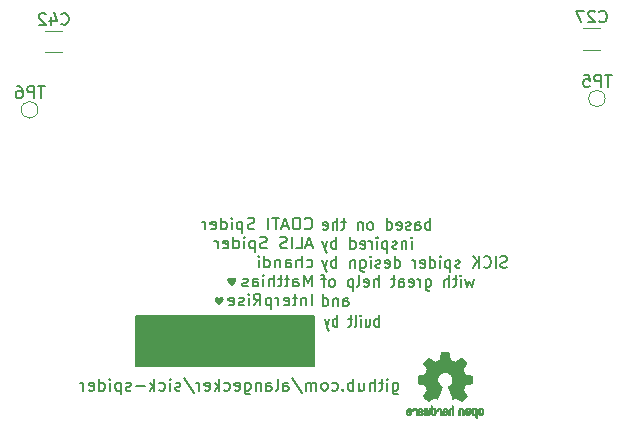
<source format=gbo>
G04 #@! TF.GenerationSoftware,KiCad,Pcbnew,8.0.1*
G04 #@! TF.CreationDate,2024-04-29T14:01:51+02:00*
G04 #@! TF.ProjectId,spider2,73706964-6572-4322-9e6b-696361645f70,rev?*
G04 #@! TF.SameCoordinates,Original*
G04 #@! TF.FileFunction,Legend,Bot*
G04 #@! TF.FilePolarity,Positive*
%FSLAX46Y46*%
G04 Gerber Fmt 4.6, Leading zero omitted, Abs format (unit mm)*
G04 Created by KiCad (PCBNEW 8.0.1) date 2024-04-29 14:01:51*
%MOMM*%
%LPD*%
G01*
G04 APERTURE LIST*
%ADD10C,0.000000*%
%ADD11C,0.150000*%
%ADD12C,0.200000*%
%ADD13C,0.120000*%
%ADD14C,0.010000*%
%ADD15C,1.600000*%
%ADD16O,1.600000X1.600000*%
%ADD17C,0.700000*%
%ADD18O,0.900000X2.400000*%
%ADD19O,0.900000X1.700000*%
%ADD20R,1.600000X1.600000*%
%ADD21C,1.400000*%
%ADD22O,1.400000X1.400000*%
%ADD23R,2.500000X2.500000*%
%ADD24C,1.500000*%
%ADD25O,1.900000X1.000000*%
%ADD26O,1.000000X1.800000*%
%ADD27C,1.300000*%
%ADD28O,1.703200X3.203200*%
%ADD29O,1.903200X3.203200*%
%ADD30O,1.000000X1.900000*%
%ADD31O,3.203200X2.203200*%
%ADD32O,1.800000X0.900000*%
%ADD33C,0.800000*%
%ADD34C,6.400000*%
%ADD35C,3.000000*%
%ADD36C,2.000000*%
%ADD37R,1.500000X1.500000*%
%ADD38C,4.000000*%
%ADD39C,1.800000*%
%ADD40R,1.700000X1.700000*%
%ADD41O,1.700000X1.700000*%
%ADD42R,1.800000X1.800000*%
%ADD43R,4.000000X4.000000*%
%ADD44C,1.000000*%
G04 APERTURE END LIST*
D10*
G36*
X186948257Y-91746795D02*
G01*
X186961255Y-91748152D01*
X186973917Y-91750413D01*
X186986245Y-91753578D01*
X186998238Y-91757647D01*
X187009895Y-91762621D01*
X187021217Y-91768499D01*
X187032205Y-91775282D01*
X187042857Y-91782969D01*
X187053174Y-91791560D01*
X187063156Y-91801055D01*
X187072803Y-91811455D01*
X187082115Y-91822759D01*
X187091092Y-91834968D01*
X187099733Y-91848081D01*
X187108040Y-91862098D01*
X187111916Y-91872740D01*
X187115275Y-91883221D01*
X187116760Y-91888401D01*
X187118117Y-91893540D01*
X187119344Y-91898639D01*
X187120442Y-91903698D01*
X187121411Y-91908716D01*
X187122251Y-91913694D01*
X187122962Y-91918631D01*
X187123543Y-91923528D01*
X187123995Y-91928385D01*
X187124318Y-91933202D01*
X187124512Y-91937978D01*
X187124576Y-91942713D01*
X187124157Y-91958816D01*
X187122897Y-91974825D01*
X187120798Y-91990742D01*
X187117859Y-92006566D01*
X187114080Y-92022297D01*
X187109461Y-92037935D01*
X187104003Y-92053480D01*
X187097705Y-92068933D01*
X187090567Y-92084292D01*
X187082589Y-92099559D01*
X187073772Y-92114733D01*
X187064115Y-92129814D01*
X187053618Y-92144802D01*
X187042282Y-92159698D01*
X187030105Y-92174500D01*
X187017089Y-92189210D01*
X186743721Y-92517355D01*
X186740620Y-92517355D01*
X186450199Y-92161305D01*
X186439686Y-92148036D01*
X186429851Y-92134716D01*
X186420695Y-92121342D01*
X186412217Y-92107917D01*
X186404417Y-92094438D01*
X186397295Y-92080908D01*
X186390852Y-92067324D01*
X186385087Y-92053689D01*
X186380000Y-92040000D01*
X186375591Y-92026260D01*
X186371861Y-92012467D01*
X186368809Y-91998621D01*
X186366435Y-91984723D01*
X186364739Y-91970772D01*
X186363722Y-91956769D01*
X186363383Y-91942713D01*
X186363784Y-91929259D01*
X186364989Y-91916157D01*
X186366998Y-91903405D01*
X186369810Y-91891005D01*
X186373425Y-91878956D01*
X186377844Y-91867258D01*
X186383066Y-91855911D01*
X186389092Y-91844916D01*
X186395921Y-91834272D01*
X186403553Y-91823979D01*
X186411989Y-91814037D01*
X186421228Y-91804447D01*
X186431271Y-91795207D01*
X186442117Y-91786319D01*
X186453766Y-91777783D01*
X186466219Y-91769597D01*
X186471651Y-91766781D01*
X186477095Y-91764147D01*
X186482551Y-91761695D01*
X186488020Y-91759424D01*
X186493500Y-91757334D01*
X186498993Y-91755427D01*
X186504498Y-91753701D01*
X186510015Y-91752157D01*
X186515544Y-91750794D01*
X186521085Y-91749613D01*
X186526638Y-91748614D01*
X186532203Y-91747796D01*
X186537781Y-91747161D01*
X186543370Y-91746706D01*
X186548972Y-91746434D01*
X186554586Y-91746343D01*
X186567523Y-91746817D01*
X186580109Y-91748241D01*
X186592344Y-91750612D01*
X186598329Y-91752154D01*
X186604227Y-91753933D01*
X186610037Y-91755949D01*
X186615759Y-91758202D01*
X186621394Y-91760693D01*
X186626940Y-91763420D01*
X186637770Y-91769587D01*
X186648249Y-91776703D01*
X186658376Y-91784767D01*
X186668152Y-91793780D01*
X186677577Y-91803742D01*
X186686651Y-91814653D01*
X186695373Y-91826512D01*
X186703744Y-91839320D01*
X186711764Y-91853077D01*
X186719433Y-91867782D01*
X186724536Y-91879442D01*
X186728993Y-91890391D01*
X186732804Y-91900629D01*
X186735970Y-91910157D01*
X186738489Y-91918975D01*
X186739506Y-91923117D01*
X186740362Y-91927081D01*
X186741056Y-91930868D01*
X186741589Y-91934477D01*
X186741961Y-91937909D01*
X186742171Y-91941163D01*
X186743721Y-91941163D01*
X186746097Y-91930810D01*
X186748703Y-91920678D01*
X186751539Y-91910769D01*
X186754605Y-91901082D01*
X186757902Y-91891616D01*
X186761428Y-91882373D01*
X186765185Y-91873352D01*
X186769172Y-91864553D01*
X186773389Y-91855976D01*
X186777836Y-91847621D01*
X186782513Y-91839488D01*
X186787420Y-91831577D01*
X186792557Y-91823888D01*
X186797925Y-91816421D01*
X186803522Y-91809176D01*
X186809350Y-91802154D01*
X186816381Y-91795395D01*
X186823521Y-91789073D01*
X186830770Y-91783187D01*
X186838127Y-91777736D01*
X186845594Y-91772722D01*
X186853170Y-91768144D01*
X186860855Y-91764002D01*
X186868649Y-91760296D01*
X186876552Y-91757025D01*
X186884564Y-91754191D01*
X186892684Y-91751793D01*
X186900914Y-91749831D01*
X186909253Y-91748305D01*
X186917701Y-91747215D01*
X186926258Y-91746561D01*
X186934924Y-91746343D01*
X186948257Y-91746795D01*
G37*
D11*
X179686950Y-93335150D02*
X194750000Y-93335150D01*
X194750000Y-97564850D01*
X179686950Y-97564850D01*
X179686950Y-93335150D01*
G36*
X179686950Y-93335150D02*
G01*
X194750000Y-93335150D01*
X194750000Y-97564850D01*
X179686950Y-97564850D01*
X179686950Y-93335150D01*
G37*
D10*
G36*
X188020229Y-90106653D02*
G01*
X188033227Y-90108010D01*
X188045889Y-90110271D01*
X188058217Y-90113436D01*
X188070210Y-90117505D01*
X188081867Y-90122479D01*
X188093189Y-90128357D01*
X188104177Y-90135140D01*
X188114829Y-90142827D01*
X188125146Y-90151418D01*
X188135128Y-90160913D01*
X188144775Y-90171313D01*
X188154087Y-90182617D01*
X188163064Y-90194826D01*
X188171705Y-90207939D01*
X188180012Y-90221956D01*
X188183888Y-90232598D01*
X188187247Y-90243079D01*
X188188732Y-90248259D01*
X188190089Y-90253398D01*
X188191316Y-90258497D01*
X188192414Y-90263556D01*
X188193383Y-90268574D01*
X188194223Y-90273552D01*
X188194934Y-90278489D01*
X188195515Y-90283386D01*
X188195967Y-90288243D01*
X188196290Y-90293060D01*
X188196484Y-90297836D01*
X188196548Y-90302571D01*
X188196129Y-90318674D01*
X188194869Y-90334683D01*
X188192770Y-90350600D01*
X188189831Y-90366424D01*
X188186052Y-90382155D01*
X188181433Y-90397793D01*
X188175975Y-90413338D01*
X188169677Y-90428791D01*
X188162539Y-90444150D01*
X188154561Y-90459417D01*
X188145744Y-90474591D01*
X188136087Y-90489672D01*
X188125590Y-90504660D01*
X188114254Y-90519556D01*
X188102077Y-90534358D01*
X188089061Y-90549068D01*
X187815693Y-90877213D01*
X187812592Y-90877213D01*
X187522171Y-90521163D01*
X187511658Y-90507894D01*
X187501823Y-90494574D01*
X187492667Y-90481200D01*
X187484189Y-90467775D01*
X187476389Y-90454296D01*
X187469267Y-90440766D01*
X187462824Y-90427182D01*
X187457059Y-90413547D01*
X187451972Y-90399858D01*
X187447563Y-90386118D01*
X187443833Y-90372325D01*
X187440781Y-90358479D01*
X187438407Y-90344581D01*
X187436711Y-90330630D01*
X187435694Y-90316627D01*
X187435355Y-90302571D01*
X187435756Y-90289117D01*
X187436961Y-90276015D01*
X187438970Y-90263263D01*
X187441782Y-90250863D01*
X187445397Y-90238814D01*
X187449816Y-90227116D01*
X187455038Y-90215769D01*
X187461064Y-90204774D01*
X187467893Y-90194130D01*
X187475525Y-90183837D01*
X187483961Y-90173895D01*
X187493200Y-90164305D01*
X187503243Y-90155065D01*
X187514089Y-90146177D01*
X187525738Y-90137641D01*
X187538191Y-90129455D01*
X187543623Y-90126639D01*
X187549067Y-90124005D01*
X187554523Y-90121553D01*
X187559992Y-90119282D01*
X187565472Y-90117192D01*
X187570965Y-90115285D01*
X187576470Y-90113559D01*
X187581987Y-90112015D01*
X187587516Y-90110652D01*
X187593057Y-90109471D01*
X187598610Y-90108472D01*
X187604175Y-90107654D01*
X187609753Y-90107019D01*
X187615342Y-90106564D01*
X187620944Y-90106292D01*
X187626558Y-90106201D01*
X187639495Y-90106675D01*
X187652081Y-90108099D01*
X187664316Y-90110470D01*
X187670301Y-90112012D01*
X187676199Y-90113791D01*
X187682009Y-90115807D01*
X187687731Y-90118060D01*
X187693366Y-90120551D01*
X187698912Y-90123278D01*
X187709742Y-90129445D01*
X187720221Y-90136561D01*
X187730348Y-90144625D01*
X187740124Y-90153638D01*
X187749549Y-90163600D01*
X187758623Y-90174511D01*
X187767345Y-90186370D01*
X187775716Y-90199178D01*
X187783736Y-90212935D01*
X187791405Y-90227640D01*
X187796508Y-90239300D01*
X187800965Y-90250249D01*
X187804776Y-90260487D01*
X187807942Y-90270015D01*
X187810461Y-90278833D01*
X187811478Y-90282975D01*
X187812334Y-90286939D01*
X187813028Y-90290726D01*
X187813561Y-90294335D01*
X187813933Y-90297767D01*
X187814143Y-90301021D01*
X187815693Y-90301021D01*
X187818069Y-90290668D01*
X187820675Y-90280536D01*
X187823511Y-90270627D01*
X187826577Y-90260940D01*
X187829874Y-90251474D01*
X187833400Y-90242231D01*
X187837157Y-90233210D01*
X187841144Y-90224411D01*
X187845361Y-90215834D01*
X187849808Y-90207479D01*
X187854485Y-90199346D01*
X187859392Y-90191435D01*
X187864529Y-90183746D01*
X187869897Y-90176279D01*
X187875494Y-90169034D01*
X187881322Y-90162012D01*
X187888353Y-90155253D01*
X187895493Y-90148931D01*
X187902742Y-90143045D01*
X187910099Y-90137594D01*
X187917566Y-90132580D01*
X187925142Y-90128002D01*
X187932827Y-90123860D01*
X187940621Y-90120154D01*
X187948524Y-90116883D01*
X187956536Y-90114049D01*
X187964656Y-90111651D01*
X187972886Y-90109689D01*
X187981225Y-90108163D01*
X187989673Y-90107073D01*
X187998230Y-90106419D01*
X188006896Y-90106201D01*
X188020229Y-90106653D01*
G37*
D12*
X194008898Y-85932204D02*
X194056517Y-85979824D01*
X194056517Y-85979824D02*
X194199374Y-86027443D01*
X194199374Y-86027443D02*
X194294612Y-86027443D01*
X194294612Y-86027443D02*
X194437469Y-85979824D01*
X194437469Y-85979824D02*
X194532707Y-85884585D01*
X194532707Y-85884585D02*
X194580326Y-85789347D01*
X194580326Y-85789347D02*
X194627945Y-85598871D01*
X194627945Y-85598871D02*
X194627945Y-85456014D01*
X194627945Y-85456014D02*
X194580326Y-85265538D01*
X194580326Y-85265538D02*
X194532707Y-85170300D01*
X194532707Y-85170300D02*
X194437469Y-85075062D01*
X194437469Y-85075062D02*
X194294612Y-85027443D01*
X194294612Y-85027443D02*
X194199374Y-85027443D01*
X194199374Y-85027443D02*
X194056517Y-85075062D01*
X194056517Y-85075062D02*
X194008898Y-85122681D01*
X193389850Y-85027443D02*
X193199374Y-85027443D01*
X193199374Y-85027443D02*
X193104136Y-85075062D01*
X193104136Y-85075062D02*
X193008898Y-85170300D01*
X193008898Y-85170300D02*
X192961279Y-85360776D01*
X192961279Y-85360776D02*
X192961279Y-85694109D01*
X192961279Y-85694109D02*
X193008898Y-85884585D01*
X193008898Y-85884585D02*
X193104136Y-85979824D01*
X193104136Y-85979824D02*
X193199374Y-86027443D01*
X193199374Y-86027443D02*
X193389850Y-86027443D01*
X193389850Y-86027443D02*
X193485088Y-85979824D01*
X193485088Y-85979824D02*
X193580326Y-85884585D01*
X193580326Y-85884585D02*
X193627945Y-85694109D01*
X193627945Y-85694109D02*
X193627945Y-85360776D01*
X193627945Y-85360776D02*
X193580326Y-85170300D01*
X193580326Y-85170300D02*
X193485088Y-85075062D01*
X193485088Y-85075062D02*
X193389850Y-85027443D01*
X192580326Y-85741728D02*
X192104136Y-85741728D01*
X192675564Y-86027443D02*
X192342231Y-85027443D01*
X192342231Y-85027443D02*
X192008898Y-86027443D01*
X191818421Y-85027443D02*
X191246993Y-85027443D01*
X191532707Y-86027443D02*
X191532707Y-85027443D01*
X190913659Y-86027443D02*
X190913659Y-85027443D01*
X189723183Y-85979824D02*
X189580326Y-86027443D01*
X189580326Y-86027443D02*
X189342231Y-86027443D01*
X189342231Y-86027443D02*
X189246993Y-85979824D01*
X189246993Y-85979824D02*
X189199374Y-85932204D01*
X189199374Y-85932204D02*
X189151755Y-85836966D01*
X189151755Y-85836966D02*
X189151755Y-85741728D01*
X189151755Y-85741728D02*
X189199374Y-85646490D01*
X189199374Y-85646490D02*
X189246993Y-85598871D01*
X189246993Y-85598871D02*
X189342231Y-85551252D01*
X189342231Y-85551252D02*
X189532707Y-85503633D01*
X189532707Y-85503633D02*
X189627945Y-85456014D01*
X189627945Y-85456014D02*
X189675564Y-85408395D01*
X189675564Y-85408395D02*
X189723183Y-85313157D01*
X189723183Y-85313157D02*
X189723183Y-85217919D01*
X189723183Y-85217919D02*
X189675564Y-85122681D01*
X189675564Y-85122681D02*
X189627945Y-85075062D01*
X189627945Y-85075062D02*
X189532707Y-85027443D01*
X189532707Y-85027443D02*
X189294612Y-85027443D01*
X189294612Y-85027443D02*
X189151755Y-85075062D01*
X188723183Y-85360776D02*
X188723183Y-86360776D01*
X188723183Y-85408395D02*
X188627945Y-85360776D01*
X188627945Y-85360776D02*
X188437469Y-85360776D01*
X188437469Y-85360776D02*
X188342231Y-85408395D01*
X188342231Y-85408395D02*
X188294612Y-85456014D01*
X188294612Y-85456014D02*
X188246993Y-85551252D01*
X188246993Y-85551252D02*
X188246993Y-85836966D01*
X188246993Y-85836966D02*
X188294612Y-85932204D01*
X188294612Y-85932204D02*
X188342231Y-85979824D01*
X188342231Y-85979824D02*
X188437469Y-86027443D01*
X188437469Y-86027443D02*
X188627945Y-86027443D01*
X188627945Y-86027443D02*
X188723183Y-85979824D01*
X187818421Y-86027443D02*
X187818421Y-85360776D01*
X187818421Y-85027443D02*
X187866040Y-85075062D01*
X187866040Y-85075062D02*
X187818421Y-85122681D01*
X187818421Y-85122681D02*
X187770802Y-85075062D01*
X187770802Y-85075062D02*
X187818421Y-85027443D01*
X187818421Y-85027443D02*
X187818421Y-85122681D01*
X186913660Y-86027443D02*
X186913660Y-85027443D01*
X186913660Y-85979824D02*
X187008898Y-86027443D01*
X187008898Y-86027443D02*
X187199374Y-86027443D01*
X187199374Y-86027443D02*
X187294612Y-85979824D01*
X187294612Y-85979824D02*
X187342231Y-85932204D01*
X187342231Y-85932204D02*
X187389850Y-85836966D01*
X187389850Y-85836966D02*
X187389850Y-85551252D01*
X187389850Y-85551252D02*
X187342231Y-85456014D01*
X187342231Y-85456014D02*
X187294612Y-85408395D01*
X187294612Y-85408395D02*
X187199374Y-85360776D01*
X187199374Y-85360776D02*
X187008898Y-85360776D01*
X187008898Y-85360776D02*
X186913660Y-85408395D01*
X186056517Y-85979824D02*
X186151755Y-86027443D01*
X186151755Y-86027443D02*
X186342231Y-86027443D01*
X186342231Y-86027443D02*
X186437469Y-85979824D01*
X186437469Y-85979824D02*
X186485088Y-85884585D01*
X186485088Y-85884585D02*
X186485088Y-85503633D01*
X186485088Y-85503633D02*
X186437469Y-85408395D01*
X186437469Y-85408395D02*
X186342231Y-85360776D01*
X186342231Y-85360776D02*
X186151755Y-85360776D01*
X186151755Y-85360776D02*
X186056517Y-85408395D01*
X186056517Y-85408395D02*
X186008898Y-85503633D01*
X186008898Y-85503633D02*
X186008898Y-85598871D01*
X186008898Y-85598871D02*
X186485088Y-85694109D01*
X185580326Y-86027443D02*
X185580326Y-85360776D01*
X185580326Y-85551252D02*
X185532707Y-85456014D01*
X185532707Y-85456014D02*
X185485088Y-85408395D01*
X185485088Y-85408395D02*
X185389850Y-85360776D01*
X185389850Y-85360776D02*
X185294612Y-85360776D01*
X194627945Y-87351672D02*
X194151755Y-87351672D01*
X194723183Y-87637387D02*
X194389850Y-86637387D01*
X194389850Y-86637387D02*
X194056517Y-87637387D01*
X193246993Y-87637387D02*
X193723183Y-87637387D01*
X193723183Y-87637387D02*
X193723183Y-86637387D01*
X192913659Y-87637387D02*
X192913659Y-86637387D01*
X192485088Y-87589768D02*
X192342231Y-87637387D01*
X192342231Y-87637387D02*
X192104136Y-87637387D01*
X192104136Y-87637387D02*
X192008898Y-87589768D01*
X192008898Y-87589768D02*
X191961279Y-87542148D01*
X191961279Y-87542148D02*
X191913660Y-87446910D01*
X191913660Y-87446910D02*
X191913660Y-87351672D01*
X191913660Y-87351672D02*
X191961279Y-87256434D01*
X191961279Y-87256434D02*
X192008898Y-87208815D01*
X192008898Y-87208815D02*
X192104136Y-87161196D01*
X192104136Y-87161196D02*
X192294612Y-87113577D01*
X192294612Y-87113577D02*
X192389850Y-87065958D01*
X192389850Y-87065958D02*
X192437469Y-87018339D01*
X192437469Y-87018339D02*
X192485088Y-86923101D01*
X192485088Y-86923101D02*
X192485088Y-86827863D01*
X192485088Y-86827863D02*
X192437469Y-86732625D01*
X192437469Y-86732625D02*
X192389850Y-86685006D01*
X192389850Y-86685006D02*
X192294612Y-86637387D01*
X192294612Y-86637387D02*
X192056517Y-86637387D01*
X192056517Y-86637387D02*
X191913660Y-86685006D01*
X190770802Y-87589768D02*
X190627945Y-87637387D01*
X190627945Y-87637387D02*
X190389850Y-87637387D01*
X190389850Y-87637387D02*
X190294612Y-87589768D01*
X190294612Y-87589768D02*
X190246993Y-87542148D01*
X190246993Y-87542148D02*
X190199374Y-87446910D01*
X190199374Y-87446910D02*
X190199374Y-87351672D01*
X190199374Y-87351672D02*
X190246993Y-87256434D01*
X190246993Y-87256434D02*
X190294612Y-87208815D01*
X190294612Y-87208815D02*
X190389850Y-87161196D01*
X190389850Y-87161196D02*
X190580326Y-87113577D01*
X190580326Y-87113577D02*
X190675564Y-87065958D01*
X190675564Y-87065958D02*
X190723183Y-87018339D01*
X190723183Y-87018339D02*
X190770802Y-86923101D01*
X190770802Y-86923101D02*
X190770802Y-86827863D01*
X190770802Y-86827863D02*
X190723183Y-86732625D01*
X190723183Y-86732625D02*
X190675564Y-86685006D01*
X190675564Y-86685006D02*
X190580326Y-86637387D01*
X190580326Y-86637387D02*
X190342231Y-86637387D01*
X190342231Y-86637387D02*
X190199374Y-86685006D01*
X189770802Y-86970720D02*
X189770802Y-87970720D01*
X189770802Y-87018339D02*
X189675564Y-86970720D01*
X189675564Y-86970720D02*
X189485088Y-86970720D01*
X189485088Y-86970720D02*
X189389850Y-87018339D01*
X189389850Y-87018339D02*
X189342231Y-87065958D01*
X189342231Y-87065958D02*
X189294612Y-87161196D01*
X189294612Y-87161196D02*
X189294612Y-87446910D01*
X189294612Y-87446910D02*
X189342231Y-87542148D01*
X189342231Y-87542148D02*
X189389850Y-87589768D01*
X189389850Y-87589768D02*
X189485088Y-87637387D01*
X189485088Y-87637387D02*
X189675564Y-87637387D01*
X189675564Y-87637387D02*
X189770802Y-87589768D01*
X188866040Y-87637387D02*
X188866040Y-86970720D01*
X188866040Y-86637387D02*
X188913659Y-86685006D01*
X188913659Y-86685006D02*
X188866040Y-86732625D01*
X188866040Y-86732625D02*
X188818421Y-86685006D01*
X188818421Y-86685006D02*
X188866040Y-86637387D01*
X188866040Y-86637387D02*
X188866040Y-86732625D01*
X187961279Y-87637387D02*
X187961279Y-86637387D01*
X187961279Y-87589768D02*
X188056517Y-87637387D01*
X188056517Y-87637387D02*
X188246993Y-87637387D01*
X188246993Y-87637387D02*
X188342231Y-87589768D01*
X188342231Y-87589768D02*
X188389850Y-87542148D01*
X188389850Y-87542148D02*
X188437469Y-87446910D01*
X188437469Y-87446910D02*
X188437469Y-87161196D01*
X188437469Y-87161196D02*
X188389850Y-87065958D01*
X188389850Y-87065958D02*
X188342231Y-87018339D01*
X188342231Y-87018339D02*
X188246993Y-86970720D01*
X188246993Y-86970720D02*
X188056517Y-86970720D01*
X188056517Y-86970720D02*
X187961279Y-87018339D01*
X187104136Y-87589768D02*
X187199374Y-87637387D01*
X187199374Y-87637387D02*
X187389850Y-87637387D01*
X187389850Y-87637387D02*
X187485088Y-87589768D01*
X187485088Y-87589768D02*
X187532707Y-87494529D01*
X187532707Y-87494529D02*
X187532707Y-87113577D01*
X187532707Y-87113577D02*
X187485088Y-87018339D01*
X187485088Y-87018339D02*
X187389850Y-86970720D01*
X187389850Y-86970720D02*
X187199374Y-86970720D01*
X187199374Y-86970720D02*
X187104136Y-87018339D01*
X187104136Y-87018339D02*
X187056517Y-87113577D01*
X187056517Y-87113577D02*
X187056517Y-87208815D01*
X187056517Y-87208815D02*
X187532707Y-87304053D01*
X186627945Y-87637387D02*
X186627945Y-86970720D01*
X186627945Y-87161196D02*
X186580326Y-87065958D01*
X186580326Y-87065958D02*
X186532707Y-87018339D01*
X186532707Y-87018339D02*
X186437469Y-86970720D01*
X186437469Y-86970720D02*
X186342231Y-86970720D01*
X194151755Y-89199712D02*
X194246993Y-89247331D01*
X194246993Y-89247331D02*
X194437469Y-89247331D01*
X194437469Y-89247331D02*
X194532707Y-89199712D01*
X194532707Y-89199712D02*
X194580326Y-89152092D01*
X194580326Y-89152092D02*
X194627945Y-89056854D01*
X194627945Y-89056854D02*
X194627945Y-88771140D01*
X194627945Y-88771140D02*
X194580326Y-88675902D01*
X194580326Y-88675902D02*
X194532707Y-88628283D01*
X194532707Y-88628283D02*
X194437469Y-88580664D01*
X194437469Y-88580664D02*
X194246993Y-88580664D01*
X194246993Y-88580664D02*
X194151755Y-88628283D01*
X193723183Y-89247331D02*
X193723183Y-88247331D01*
X193294612Y-89247331D02*
X193294612Y-88723521D01*
X193294612Y-88723521D02*
X193342231Y-88628283D01*
X193342231Y-88628283D02*
X193437469Y-88580664D01*
X193437469Y-88580664D02*
X193580326Y-88580664D01*
X193580326Y-88580664D02*
X193675564Y-88628283D01*
X193675564Y-88628283D02*
X193723183Y-88675902D01*
X192389850Y-89247331D02*
X192389850Y-88723521D01*
X192389850Y-88723521D02*
X192437469Y-88628283D01*
X192437469Y-88628283D02*
X192532707Y-88580664D01*
X192532707Y-88580664D02*
X192723183Y-88580664D01*
X192723183Y-88580664D02*
X192818421Y-88628283D01*
X192389850Y-89199712D02*
X192485088Y-89247331D01*
X192485088Y-89247331D02*
X192723183Y-89247331D01*
X192723183Y-89247331D02*
X192818421Y-89199712D01*
X192818421Y-89199712D02*
X192866040Y-89104473D01*
X192866040Y-89104473D02*
X192866040Y-89009235D01*
X192866040Y-89009235D02*
X192818421Y-88913997D01*
X192818421Y-88913997D02*
X192723183Y-88866378D01*
X192723183Y-88866378D02*
X192485088Y-88866378D01*
X192485088Y-88866378D02*
X192389850Y-88818759D01*
X191913659Y-88580664D02*
X191913659Y-89247331D01*
X191913659Y-88675902D02*
X191866040Y-88628283D01*
X191866040Y-88628283D02*
X191770802Y-88580664D01*
X191770802Y-88580664D02*
X191627945Y-88580664D01*
X191627945Y-88580664D02*
X191532707Y-88628283D01*
X191532707Y-88628283D02*
X191485088Y-88723521D01*
X191485088Y-88723521D02*
X191485088Y-89247331D01*
X190580326Y-89247331D02*
X190580326Y-88247331D01*
X190580326Y-89199712D02*
X190675564Y-89247331D01*
X190675564Y-89247331D02*
X190866040Y-89247331D01*
X190866040Y-89247331D02*
X190961278Y-89199712D01*
X190961278Y-89199712D02*
X191008897Y-89152092D01*
X191008897Y-89152092D02*
X191056516Y-89056854D01*
X191056516Y-89056854D02*
X191056516Y-88771140D01*
X191056516Y-88771140D02*
X191008897Y-88675902D01*
X191008897Y-88675902D02*
X190961278Y-88628283D01*
X190961278Y-88628283D02*
X190866040Y-88580664D01*
X190866040Y-88580664D02*
X190675564Y-88580664D01*
X190675564Y-88580664D02*
X190580326Y-88628283D01*
X190104135Y-89247331D02*
X190104135Y-88580664D01*
X190104135Y-88247331D02*
X190151754Y-88294950D01*
X190151754Y-88294950D02*
X190104135Y-88342569D01*
X190104135Y-88342569D02*
X190056516Y-88294950D01*
X190056516Y-88294950D02*
X190104135Y-88247331D01*
X190104135Y-88247331D02*
X190104135Y-88342569D01*
X194580326Y-90857275D02*
X194580326Y-89857275D01*
X194580326Y-89857275D02*
X194246993Y-90571560D01*
X194246993Y-90571560D02*
X193913660Y-89857275D01*
X193913660Y-89857275D02*
X193913660Y-90857275D01*
X193008898Y-90857275D02*
X193008898Y-90333465D01*
X193008898Y-90333465D02*
X193056517Y-90238227D01*
X193056517Y-90238227D02*
X193151755Y-90190608D01*
X193151755Y-90190608D02*
X193342231Y-90190608D01*
X193342231Y-90190608D02*
X193437469Y-90238227D01*
X193008898Y-90809656D02*
X193104136Y-90857275D01*
X193104136Y-90857275D02*
X193342231Y-90857275D01*
X193342231Y-90857275D02*
X193437469Y-90809656D01*
X193437469Y-90809656D02*
X193485088Y-90714417D01*
X193485088Y-90714417D02*
X193485088Y-90619179D01*
X193485088Y-90619179D02*
X193437469Y-90523941D01*
X193437469Y-90523941D02*
X193342231Y-90476322D01*
X193342231Y-90476322D02*
X193104136Y-90476322D01*
X193104136Y-90476322D02*
X193008898Y-90428703D01*
X192675564Y-90190608D02*
X192294612Y-90190608D01*
X192532707Y-89857275D02*
X192532707Y-90714417D01*
X192532707Y-90714417D02*
X192485088Y-90809656D01*
X192485088Y-90809656D02*
X192389850Y-90857275D01*
X192389850Y-90857275D02*
X192294612Y-90857275D01*
X192104135Y-90190608D02*
X191723183Y-90190608D01*
X191961278Y-89857275D02*
X191961278Y-90714417D01*
X191961278Y-90714417D02*
X191913659Y-90809656D01*
X191913659Y-90809656D02*
X191818421Y-90857275D01*
X191818421Y-90857275D02*
X191723183Y-90857275D01*
X191389849Y-90857275D02*
X191389849Y-89857275D01*
X190961278Y-90857275D02*
X190961278Y-90333465D01*
X190961278Y-90333465D02*
X191008897Y-90238227D01*
X191008897Y-90238227D02*
X191104135Y-90190608D01*
X191104135Y-90190608D02*
X191246992Y-90190608D01*
X191246992Y-90190608D02*
X191342230Y-90238227D01*
X191342230Y-90238227D02*
X191389849Y-90285846D01*
X190485087Y-90857275D02*
X190485087Y-90190608D01*
X190485087Y-89857275D02*
X190532706Y-89904894D01*
X190532706Y-89904894D02*
X190485087Y-89952513D01*
X190485087Y-89952513D02*
X190437468Y-89904894D01*
X190437468Y-89904894D02*
X190485087Y-89857275D01*
X190485087Y-89857275D02*
X190485087Y-89952513D01*
X189580326Y-90857275D02*
X189580326Y-90333465D01*
X189580326Y-90333465D02*
X189627945Y-90238227D01*
X189627945Y-90238227D02*
X189723183Y-90190608D01*
X189723183Y-90190608D02*
X189913659Y-90190608D01*
X189913659Y-90190608D02*
X190008897Y-90238227D01*
X189580326Y-90809656D02*
X189675564Y-90857275D01*
X189675564Y-90857275D02*
X189913659Y-90857275D01*
X189913659Y-90857275D02*
X190008897Y-90809656D01*
X190008897Y-90809656D02*
X190056516Y-90714417D01*
X190056516Y-90714417D02*
X190056516Y-90619179D01*
X190056516Y-90619179D02*
X190008897Y-90523941D01*
X190008897Y-90523941D02*
X189913659Y-90476322D01*
X189913659Y-90476322D02*
X189675564Y-90476322D01*
X189675564Y-90476322D02*
X189580326Y-90428703D01*
X189151754Y-90809656D02*
X189056516Y-90857275D01*
X189056516Y-90857275D02*
X188866040Y-90857275D01*
X188866040Y-90857275D02*
X188770802Y-90809656D01*
X188770802Y-90809656D02*
X188723183Y-90714417D01*
X188723183Y-90714417D02*
X188723183Y-90666798D01*
X188723183Y-90666798D02*
X188770802Y-90571560D01*
X188770802Y-90571560D02*
X188866040Y-90523941D01*
X188866040Y-90523941D02*
X189008897Y-90523941D01*
X189008897Y-90523941D02*
X189104135Y-90476322D01*
X189104135Y-90476322D02*
X189151754Y-90381084D01*
X189151754Y-90381084D02*
X189151754Y-90333465D01*
X189151754Y-90333465D02*
X189104135Y-90238227D01*
X189104135Y-90238227D02*
X189008897Y-90190608D01*
X189008897Y-90190608D02*
X188866040Y-90190608D01*
X188866040Y-90190608D02*
X188770802Y-90238227D01*
X194580326Y-92467219D02*
X194580326Y-91467219D01*
X194104136Y-91800552D02*
X194104136Y-92467219D01*
X194104136Y-91895790D02*
X194056517Y-91848171D01*
X194056517Y-91848171D02*
X193961279Y-91800552D01*
X193961279Y-91800552D02*
X193818422Y-91800552D01*
X193818422Y-91800552D02*
X193723184Y-91848171D01*
X193723184Y-91848171D02*
X193675565Y-91943409D01*
X193675565Y-91943409D02*
X193675565Y-92467219D01*
X193342231Y-91800552D02*
X192961279Y-91800552D01*
X193199374Y-91467219D02*
X193199374Y-92324361D01*
X193199374Y-92324361D02*
X193151755Y-92419600D01*
X193151755Y-92419600D02*
X193056517Y-92467219D01*
X193056517Y-92467219D02*
X192961279Y-92467219D01*
X192246993Y-92419600D02*
X192342231Y-92467219D01*
X192342231Y-92467219D02*
X192532707Y-92467219D01*
X192532707Y-92467219D02*
X192627945Y-92419600D01*
X192627945Y-92419600D02*
X192675564Y-92324361D01*
X192675564Y-92324361D02*
X192675564Y-91943409D01*
X192675564Y-91943409D02*
X192627945Y-91848171D01*
X192627945Y-91848171D02*
X192532707Y-91800552D01*
X192532707Y-91800552D02*
X192342231Y-91800552D01*
X192342231Y-91800552D02*
X192246993Y-91848171D01*
X192246993Y-91848171D02*
X192199374Y-91943409D01*
X192199374Y-91943409D02*
X192199374Y-92038647D01*
X192199374Y-92038647D02*
X192675564Y-92133885D01*
X191770802Y-92467219D02*
X191770802Y-91800552D01*
X191770802Y-91991028D02*
X191723183Y-91895790D01*
X191723183Y-91895790D02*
X191675564Y-91848171D01*
X191675564Y-91848171D02*
X191580326Y-91800552D01*
X191580326Y-91800552D02*
X191485088Y-91800552D01*
X191151754Y-91800552D02*
X191151754Y-92800552D01*
X191151754Y-91848171D02*
X191056516Y-91800552D01*
X191056516Y-91800552D02*
X190866040Y-91800552D01*
X190866040Y-91800552D02*
X190770802Y-91848171D01*
X190770802Y-91848171D02*
X190723183Y-91895790D01*
X190723183Y-91895790D02*
X190675564Y-91991028D01*
X190675564Y-91991028D02*
X190675564Y-92276742D01*
X190675564Y-92276742D02*
X190723183Y-92371980D01*
X190723183Y-92371980D02*
X190770802Y-92419600D01*
X190770802Y-92419600D02*
X190866040Y-92467219D01*
X190866040Y-92467219D02*
X191056516Y-92467219D01*
X191056516Y-92467219D02*
X191151754Y-92419600D01*
X189675564Y-92467219D02*
X190008897Y-91991028D01*
X190246992Y-92467219D02*
X190246992Y-91467219D01*
X190246992Y-91467219D02*
X189866040Y-91467219D01*
X189866040Y-91467219D02*
X189770802Y-91514838D01*
X189770802Y-91514838D02*
X189723183Y-91562457D01*
X189723183Y-91562457D02*
X189675564Y-91657695D01*
X189675564Y-91657695D02*
X189675564Y-91800552D01*
X189675564Y-91800552D02*
X189723183Y-91895790D01*
X189723183Y-91895790D02*
X189770802Y-91943409D01*
X189770802Y-91943409D02*
X189866040Y-91991028D01*
X189866040Y-91991028D02*
X190246992Y-91991028D01*
X189246992Y-92467219D02*
X189246992Y-91800552D01*
X189246992Y-91467219D02*
X189294611Y-91514838D01*
X189294611Y-91514838D02*
X189246992Y-91562457D01*
X189246992Y-91562457D02*
X189199373Y-91514838D01*
X189199373Y-91514838D02*
X189246992Y-91467219D01*
X189246992Y-91467219D02*
X189246992Y-91562457D01*
X188818421Y-92419600D02*
X188723183Y-92467219D01*
X188723183Y-92467219D02*
X188532707Y-92467219D01*
X188532707Y-92467219D02*
X188437469Y-92419600D01*
X188437469Y-92419600D02*
X188389850Y-92324361D01*
X188389850Y-92324361D02*
X188389850Y-92276742D01*
X188389850Y-92276742D02*
X188437469Y-92181504D01*
X188437469Y-92181504D02*
X188532707Y-92133885D01*
X188532707Y-92133885D02*
X188675564Y-92133885D01*
X188675564Y-92133885D02*
X188770802Y-92086266D01*
X188770802Y-92086266D02*
X188818421Y-91991028D01*
X188818421Y-91991028D02*
X188818421Y-91943409D01*
X188818421Y-91943409D02*
X188770802Y-91848171D01*
X188770802Y-91848171D02*
X188675564Y-91800552D01*
X188675564Y-91800552D02*
X188532707Y-91800552D01*
X188532707Y-91800552D02*
X188437469Y-91848171D01*
X187580326Y-92419600D02*
X187675564Y-92467219D01*
X187675564Y-92467219D02*
X187866040Y-92467219D01*
X187866040Y-92467219D02*
X187961278Y-92419600D01*
X187961278Y-92419600D02*
X188008897Y-92324361D01*
X188008897Y-92324361D02*
X188008897Y-91943409D01*
X188008897Y-91943409D02*
X187961278Y-91848171D01*
X187961278Y-91848171D02*
X187866040Y-91800552D01*
X187866040Y-91800552D02*
X187675564Y-91800552D01*
X187675564Y-91800552D02*
X187580326Y-91848171D01*
X187580326Y-91848171D02*
X187532707Y-91943409D01*
X187532707Y-91943409D02*
X187532707Y-92038647D01*
X187532707Y-92038647D02*
X188008897Y-92133885D01*
X201451755Y-99000552D02*
X201451755Y-99810076D01*
X201451755Y-99810076D02*
X201499374Y-99905314D01*
X201499374Y-99905314D02*
X201546993Y-99952933D01*
X201546993Y-99952933D02*
X201642231Y-100000552D01*
X201642231Y-100000552D02*
X201785088Y-100000552D01*
X201785088Y-100000552D02*
X201880326Y-99952933D01*
X201451755Y-99619600D02*
X201546993Y-99667219D01*
X201546993Y-99667219D02*
X201737469Y-99667219D01*
X201737469Y-99667219D02*
X201832707Y-99619600D01*
X201832707Y-99619600D02*
X201880326Y-99571980D01*
X201880326Y-99571980D02*
X201927945Y-99476742D01*
X201927945Y-99476742D02*
X201927945Y-99191028D01*
X201927945Y-99191028D02*
X201880326Y-99095790D01*
X201880326Y-99095790D02*
X201832707Y-99048171D01*
X201832707Y-99048171D02*
X201737469Y-99000552D01*
X201737469Y-99000552D02*
X201546993Y-99000552D01*
X201546993Y-99000552D02*
X201451755Y-99048171D01*
X200975564Y-99667219D02*
X200975564Y-99000552D01*
X200975564Y-98667219D02*
X201023183Y-98714838D01*
X201023183Y-98714838D02*
X200975564Y-98762457D01*
X200975564Y-98762457D02*
X200927945Y-98714838D01*
X200927945Y-98714838D02*
X200975564Y-98667219D01*
X200975564Y-98667219D02*
X200975564Y-98762457D01*
X200642231Y-99000552D02*
X200261279Y-99000552D01*
X200499374Y-98667219D02*
X200499374Y-99524361D01*
X200499374Y-99524361D02*
X200451755Y-99619600D01*
X200451755Y-99619600D02*
X200356517Y-99667219D01*
X200356517Y-99667219D02*
X200261279Y-99667219D01*
X199927945Y-99667219D02*
X199927945Y-98667219D01*
X199499374Y-99667219D02*
X199499374Y-99143409D01*
X199499374Y-99143409D02*
X199546993Y-99048171D01*
X199546993Y-99048171D02*
X199642231Y-99000552D01*
X199642231Y-99000552D02*
X199785088Y-99000552D01*
X199785088Y-99000552D02*
X199880326Y-99048171D01*
X199880326Y-99048171D02*
X199927945Y-99095790D01*
X198594612Y-99000552D02*
X198594612Y-99667219D01*
X199023183Y-99000552D02*
X199023183Y-99524361D01*
X199023183Y-99524361D02*
X198975564Y-99619600D01*
X198975564Y-99619600D02*
X198880326Y-99667219D01*
X198880326Y-99667219D02*
X198737469Y-99667219D01*
X198737469Y-99667219D02*
X198642231Y-99619600D01*
X198642231Y-99619600D02*
X198594612Y-99571980D01*
X198118421Y-99667219D02*
X198118421Y-98667219D01*
X198118421Y-99048171D02*
X198023183Y-99000552D01*
X198023183Y-99000552D02*
X197832707Y-99000552D01*
X197832707Y-99000552D02*
X197737469Y-99048171D01*
X197737469Y-99048171D02*
X197689850Y-99095790D01*
X197689850Y-99095790D02*
X197642231Y-99191028D01*
X197642231Y-99191028D02*
X197642231Y-99476742D01*
X197642231Y-99476742D02*
X197689850Y-99571980D01*
X197689850Y-99571980D02*
X197737469Y-99619600D01*
X197737469Y-99619600D02*
X197832707Y-99667219D01*
X197832707Y-99667219D02*
X198023183Y-99667219D01*
X198023183Y-99667219D02*
X198118421Y-99619600D01*
X197213659Y-99571980D02*
X197166040Y-99619600D01*
X197166040Y-99619600D02*
X197213659Y-99667219D01*
X197213659Y-99667219D02*
X197261278Y-99619600D01*
X197261278Y-99619600D02*
X197213659Y-99571980D01*
X197213659Y-99571980D02*
X197213659Y-99667219D01*
X196308898Y-99619600D02*
X196404136Y-99667219D01*
X196404136Y-99667219D02*
X196594612Y-99667219D01*
X196594612Y-99667219D02*
X196689850Y-99619600D01*
X196689850Y-99619600D02*
X196737469Y-99571980D01*
X196737469Y-99571980D02*
X196785088Y-99476742D01*
X196785088Y-99476742D02*
X196785088Y-99191028D01*
X196785088Y-99191028D02*
X196737469Y-99095790D01*
X196737469Y-99095790D02*
X196689850Y-99048171D01*
X196689850Y-99048171D02*
X196594612Y-99000552D01*
X196594612Y-99000552D02*
X196404136Y-99000552D01*
X196404136Y-99000552D02*
X196308898Y-99048171D01*
X195737469Y-99667219D02*
X195832707Y-99619600D01*
X195832707Y-99619600D02*
X195880326Y-99571980D01*
X195880326Y-99571980D02*
X195927945Y-99476742D01*
X195927945Y-99476742D02*
X195927945Y-99191028D01*
X195927945Y-99191028D02*
X195880326Y-99095790D01*
X195880326Y-99095790D02*
X195832707Y-99048171D01*
X195832707Y-99048171D02*
X195737469Y-99000552D01*
X195737469Y-99000552D02*
X195594612Y-99000552D01*
X195594612Y-99000552D02*
X195499374Y-99048171D01*
X195499374Y-99048171D02*
X195451755Y-99095790D01*
X195451755Y-99095790D02*
X195404136Y-99191028D01*
X195404136Y-99191028D02*
X195404136Y-99476742D01*
X195404136Y-99476742D02*
X195451755Y-99571980D01*
X195451755Y-99571980D02*
X195499374Y-99619600D01*
X195499374Y-99619600D02*
X195594612Y-99667219D01*
X195594612Y-99667219D02*
X195737469Y-99667219D01*
X194975564Y-99667219D02*
X194975564Y-99000552D01*
X194975564Y-99095790D02*
X194927945Y-99048171D01*
X194927945Y-99048171D02*
X194832707Y-99000552D01*
X194832707Y-99000552D02*
X194689850Y-99000552D01*
X194689850Y-99000552D02*
X194594612Y-99048171D01*
X194594612Y-99048171D02*
X194546993Y-99143409D01*
X194546993Y-99143409D02*
X194546993Y-99667219D01*
X194546993Y-99143409D02*
X194499374Y-99048171D01*
X194499374Y-99048171D02*
X194404136Y-99000552D01*
X194404136Y-99000552D02*
X194261279Y-99000552D01*
X194261279Y-99000552D02*
X194166040Y-99048171D01*
X194166040Y-99048171D02*
X194118421Y-99143409D01*
X194118421Y-99143409D02*
X194118421Y-99667219D01*
X192927946Y-98619600D02*
X193785088Y-99905314D01*
X192166041Y-99667219D02*
X192166041Y-99143409D01*
X192166041Y-99143409D02*
X192213660Y-99048171D01*
X192213660Y-99048171D02*
X192308898Y-99000552D01*
X192308898Y-99000552D02*
X192499374Y-99000552D01*
X192499374Y-99000552D02*
X192594612Y-99048171D01*
X192166041Y-99619600D02*
X192261279Y-99667219D01*
X192261279Y-99667219D02*
X192499374Y-99667219D01*
X192499374Y-99667219D02*
X192594612Y-99619600D01*
X192594612Y-99619600D02*
X192642231Y-99524361D01*
X192642231Y-99524361D02*
X192642231Y-99429123D01*
X192642231Y-99429123D02*
X192594612Y-99333885D01*
X192594612Y-99333885D02*
X192499374Y-99286266D01*
X192499374Y-99286266D02*
X192261279Y-99286266D01*
X192261279Y-99286266D02*
X192166041Y-99238647D01*
X191546993Y-99667219D02*
X191642231Y-99619600D01*
X191642231Y-99619600D02*
X191689850Y-99524361D01*
X191689850Y-99524361D02*
X191689850Y-98667219D01*
X190737469Y-99667219D02*
X190737469Y-99143409D01*
X190737469Y-99143409D02*
X190785088Y-99048171D01*
X190785088Y-99048171D02*
X190880326Y-99000552D01*
X190880326Y-99000552D02*
X191070802Y-99000552D01*
X191070802Y-99000552D02*
X191166040Y-99048171D01*
X190737469Y-99619600D02*
X190832707Y-99667219D01*
X190832707Y-99667219D02*
X191070802Y-99667219D01*
X191070802Y-99667219D02*
X191166040Y-99619600D01*
X191166040Y-99619600D02*
X191213659Y-99524361D01*
X191213659Y-99524361D02*
X191213659Y-99429123D01*
X191213659Y-99429123D02*
X191166040Y-99333885D01*
X191166040Y-99333885D02*
X191070802Y-99286266D01*
X191070802Y-99286266D02*
X190832707Y-99286266D01*
X190832707Y-99286266D02*
X190737469Y-99238647D01*
X190261278Y-99000552D02*
X190261278Y-99667219D01*
X190261278Y-99095790D02*
X190213659Y-99048171D01*
X190213659Y-99048171D02*
X190118421Y-99000552D01*
X190118421Y-99000552D02*
X189975564Y-99000552D01*
X189975564Y-99000552D02*
X189880326Y-99048171D01*
X189880326Y-99048171D02*
X189832707Y-99143409D01*
X189832707Y-99143409D02*
X189832707Y-99667219D01*
X188927945Y-99000552D02*
X188927945Y-99810076D01*
X188927945Y-99810076D02*
X188975564Y-99905314D01*
X188975564Y-99905314D02*
X189023183Y-99952933D01*
X189023183Y-99952933D02*
X189118421Y-100000552D01*
X189118421Y-100000552D02*
X189261278Y-100000552D01*
X189261278Y-100000552D02*
X189356516Y-99952933D01*
X188927945Y-99619600D02*
X189023183Y-99667219D01*
X189023183Y-99667219D02*
X189213659Y-99667219D01*
X189213659Y-99667219D02*
X189308897Y-99619600D01*
X189308897Y-99619600D02*
X189356516Y-99571980D01*
X189356516Y-99571980D02*
X189404135Y-99476742D01*
X189404135Y-99476742D02*
X189404135Y-99191028D01*
X189404135Y-99191028D02*
X189356516Y-99095790D01*
X189356516Y-99095790D02*
X189308897Y-99048171D01*
X189308897Y-99048171D02*
X189213659Y-99000552D01*
X189213659Y-99000552D02*
X189023183Y-99000552D01*
X189023183Y-99000552D02*
X188927945Y-99048171D01*
X188070802Y-99619600D02*
X188166040Y-99667219D01*
X188166040Y-99667219D02*
X188356516Y-99667219D01*
X188356516Y-99667219D02*
X188451754Y-99619600D01*
X188451754Y-99619600D02*
X188499373Y-99524361D01*
X188499373Y-99524361D02*
X188499373Y-99143409D01*
X188499373Y-99143409D02*
X188451754Y-99048171D01*
X188451754Y-99048171D02*
X188356516Y-99000552D01*
X188356516Y-99000552D02*
X188166040Y-99000552D01*
X188166040Y-99000552D02*
X188070802Y-99048171D01*
X188070802Y-99048171D02*
X188023183Y-99143409D01*
X188023183Y-99143409D02*
X188023183Y-99238647D01*
X188023183Y-99238647D02*
X188499373Y-99333885D01*
X187166040Y-99619600D02*
X187261278Y-99667219D01*
X187261278Y-99667219D02*
X187451754Y-99667219D01*
X187451754Y-99667219D02*
X187546992Y-99619600D01*
X187546992Y-99619600D02*
X187594611Y-99571980D01*
X187594611Y-99571980D02*
X187642230Y-99476742D01*
X187642230Y-99476742D02*
X187642230Y-99191028D01*
X187642230Y-99191028D02*
X187594611Y-99095790D01*
X187594611Y-99095790D02*
X187546992Y-99048171D01*
X187546992Y-99048171D02*
X187451754Y-99000552D01*
X187451754Y-99000552D02*
X187261278Y-99000552D01*
X187261278Y-99000552D02*
X187166040Y-99048171D01*
X186737468Y-99667219D02*
X186737468Y-98667219D01*
X186642230Y-99286266D02*
X186356516Y-99667219D01*
X186356516Y-99000552D02*
X186737468Y-99381504D01*
X185546992Y-99619600D02*
X185642230Y-99667219D01*
X185642230Y-99667219D02*
X185832706Y-99667219D01*
X185832706Y-99667219D02*
X185927944Y-99619600D01*
X185927944Y-99619600D02*
X185975563Y-99524361D01*
X185975563Y-99524361D02*
X185975563Y-99143409D01*
X185975563Y-99143409D02*
X185927944Y-99048171D01*
X185927944Y-99048171D02*
X185832706Y-99000552D01*
X185832706Y-99000552D02*
X185642230Y-99000552D01*
X185642230Y-99000552D02*
X185546992Y-99048171D01*
X185546992Y-99048171D02*
X185499373Y-99143409D01*
X185499373Y-99143409D02*
X185499373Y-99238647D01*
X185499373Y-99238647D02*
X185975563Y-99333885D01*
X185070801Y-99667219D02*
X185070801Y-99000552D01*
X185070801Y-99191028D02*
X185023182Y-99095790D01*
X185023182Y-99095790D02*
X184975563Y-99048171D01*
X184975563Y-99048171D02*
X184880325Y-99000552D01*
X184880325Y-99000552D02*
X184785087Y-99000552D01*
X183737468Y-98619600D02*
X184594610Y-99905314D01*
X183451753Y-99619600D02*
X183356515Y-99667219D01*
X183356515Y-99667219D02*
X183166039Y-99667219D01*
X183166039Y-99667219D02*
X183070801Y-99619600D01*
X183070801Y-99619600D02*
X183023182Y-99524361D01*
X183023182Y-99524361D02*
X183023182Y-99476742D01*
X183023182Y-99476742D02*
X183070801Y-99381504D01*
X183070801Y-99381504D02*
X183166039Y-99333885D01*
X183166039Y-99333885D02*
X183308896Y-99333885D01*
X183308896Y-99333885D02*
X183404134Y-99286266D01*
X183404134Y-99286266D02*
X183451753Y-99191028D01*
X183451753Y-99191028D02*
X183451753Y-99143409D01*
X183451753Y-99143409D02*
X183404134Y-99048171D01*
X183404134Y-99048171D02*
X183308896Y-99000552D01*
X183308896Y-99000552D02*
X183166039Y-99000552D01*
X183166039Y-99000552D02*
X183070801Y-99048171D01*
X182594610Y-99667219D02*
X182594610Y-99000552D01*
X182594610Y-98667219D02*
X182642229Y-98714838D01*
X182642229Y-98714838D02*
X182594610Y-98762457D01*
X182594610Y-98762457D02*
X182546991Y-98714838D01*
X182546991Y-98714838D02*
X182594610Y-98667219D01*
X182594610Y-98667219D02*
X182594610Y-98762457D01*
X181689849Y-99619600D02*
X181785087Y-99667219D01*
X181785087Y-99667219D02*
X181975563Y-99667219D01*
X181975563Y-99667219D02*
X182070801Y-99619600D01*
X182070801Y-99619600D02*
X182118420Y-99571980D01*
X182118420Y-99571980D02*
X182166039Y-99476742D01*
X182166039Y-99476742D02*
X182166039Y-99191028D01*
X182166039Y-99191028D02*
X182118420Y-99095790D01*
X182118420Y-99095790D02*
X182070801Y-99048171D01*
X182070801Y-99048171D02*
X181975563Y-99000552D01*
X181975563Y-99000552D02*
X181785087Y-99000552D01*
X181785087Y-99000552D02*
X181689849Y-99048171D01*
X181261277Y-99667219D02*
X181261277Y-98667219D01*
X181166039Y-99286266D02*
X180880325Y-99667219D01*
X180880325Y-99000552D02*
X181261277Y-99381504D01*
X180451753Y-99286266D02*
X179689849Y-99286266D01*
X179261277Y-99619600D02*
X179166039Y-99667219D01*
X179166039Y-99667219D02*
X178975563Y-99667219D01*
X178975563Y-99667219D02*
X178880325Y-99619600D01*
X178880325Y-99619600D02*
X178832706Y-99524361D01*
X178832706Y-99524361D02*
X178832706Y-99476742D01*
X178832706Y-99476742D02*
X178880325Y-99381504D01*
X178880325Y-99381504D02*
X178975563Y-99333885D01*
X178975563Y-99333885D02*
X179118420Y-99333885D01*
X179118420Y-99333885D02*
X179213658Y-99286266D01*
X179213658Y-99286266D02*
X179261277Y-99191028D01*
X179261277Y-99191028D02*
X179261277Y-99143409D01*
X179261277Y-99143409D02*
X179213658Y-99048171D01*
X179213658Y-99048171D02*
X179118420Y-99000552D01*
X179118420Y-99000552D02*
X178975563Y-99000552D01*
X178975563Y-99000552D02*
X178880325Y-99048171D01*
X178404134Y-99000552D02*
X178404134Y-100000552D01*
X178404134Y-99048171D02*
X178308896Y-99000552D01*
X178308896Y-99000552D02*
X178118420Y-99000552D01*
X178118420Y-99000552D02*
X178023182Y-99048171D01*
X178023182Y-99048171D02*
X177975563Y-99095790D01*
X177975563Y-99095790D02*
X177927944Y-99191028D01*
X177927944Y-99191028D02*
X177927944Y-99476742D01*
X177927944Y-99476742D02*
X177975563Y-99571980D01*
X177975563Y-99571980D02*
X178023182Y-99619600D01*
X178023182Y-99619600D02*
X178118420Y-99667219D01*
X178118420Y-99667219D02*
X178308896Y-99667219D01*
X178308896Y-99667219D02*
X178404134Y-99619600D01*
X177499372Y-99667219D02*
X177499372Y-99000552D01*
X177499372Y-98667219D02*
X177546991Y-98714838D01*
X177546991Y-98714838D02*
X177499372Y-98762457D01*
X177499372Y-98762457D02*
X177451753Y-98714838D01*
X177451753Y-98714838D02*
X177499372Y-98667219D01*
X177499372Y-98667219D02*
X177499372Y-98762457D01*
X176594611Y-99667219D02*
X176594611Y-98667219D01*
X176594611Y-99619600D02*
X176689849Y-99667219D01*
X176689849Y-99667219D02*
X176880325Y-99667219D01*
X176880325Y-99667219D02*
X176975563Y-99619600D01*
X176975563Y-99619600D02*
X177023182Y-99571980D01*
X177023182Y-99571980D02*
X177070801Y-99476742D01*
X177070801Y-99476742D02*
X177070801Y-99191028D01*
X177070801Y-99191028D02*
X177023182Y-99095790D01*
X177023182Y-99095790D02*
X176975563Y-99048171D01*
X176975563Y-99048171D02*
X176880325Y-99000552D01*
X176880325Y-99000552D02*
X176689849Y-99000552D01*
X176689849Y-99000552D02*
X176594611Y-99048171D01*
X175737468Y-99619600D02*
X175832706Y-99667219D01*
X175832706Y-99667219D02*
X176023182Y-99667219D01*
X176023182Y-99667219D02*
X176118420Y-99619600D01*
X176118420Y-99619600D02*
X176166039Y-99524361D01*
X176166039Y-99524361D02*
X176166039Y-99143409D01*
X176166039Y-99143409D02*
X176118420Y-99048171D01*
X176118420Y-99048171D02*
X176023182Y-99000552D01*
X176023182Y-99000552D02*
X175832706Y-99000552D01*
X175832706Y-99000552D02*
X175737468Y-99048171D01*
X175737468Y-99048171D02*
X175689849Y-99143409D01*
X175689849Y-99143409D02*
X175689849Y-99238647D01*
X175689849Y-99238647D02*
X176166039Y-99333885D01*
X175261277Y-99667219D02*
X175261277Y-99000552D01*
X175261277Y-99191028D02*
X175213658Y-99095790D01*
X175213658Y-99095790D02*
X175166039Y-99048171D01*
X175166039Y-99048171D02*
X175070801Y-99000552D01*
X175070801Y-99000552D02*
X174975563Y-99000552D01*
D11*
X204637734Y-86070043D02*
X204637734Y-85070043D01*
X204637734Y-85450995D02*
X204547258Y-85403376D01*
X204547258Y-85403376D02*
X204366305Y-85403376D01*
X204366305Y-85403376D02*
X204275829Y-85450995D01*
X204275829Y-85450995D02*
X204230591Y-85498614D01*
X204230591Y-85498614D02*
X204185353Y-85593852D01*
X204185353Y-85593852D02*
X204185353Y-85879566D01*
X204185353Y-85879566D02*
X204230591Y-85974804D01*
X204230591Y-85974804D02*
X204275829Y-86022424D01*
X204275829Y-86022424D02*
X204366305Y-86070043D01*
X204366305Y-86070043D02*
X204547258Y-86070043D01*
X204547258Y-86070043D02*
X204637734Y-86022424D01*
X203371067Y-86070043D02*
X203371067Y-85546233D01*
X203371067Y-85546233D02*
X203416305Y-85450995D01*
X203416305Y-85450995D02*
X203506781Y-85403376D01*
X203506781Y-85403376D02*
X203687734Y-85403376D01*
X203687734Y-85403376D02*
X203778210Y-85450995D01*
X203371067Y-86022424D02*
X203461543Y-86070043D01*
X203461543Y-86070043D02*
X203687734Y-86070043D01*
X203687734Y-86070043D02*
X203778210Y-86022424D01*
X203778210Y-86022424D02*
X203823448Y-85927185D01*
X203823448Y-85927185D02*
X203823448Y-85831947D01*
X203823448Y-85831947D02*
X203778210Y-85736709D01*
X203778210Y-85736709D02*
X203687734Y-85689090D01*
X203687734Y-85689090D02*
X203461543Y-85689090D01*
X203461543Y-85689090D02*
X203371067Y-85641471D01*
X202963924Y-86022424D02*
X202873448Y-86070043D01*
X202873448Y-86070043D02*
X202692496Y-86070043D01*
X202692496Y-86070043D02*
X202602019Y-86022424D01*
X202602019Y-86022424D02*
X202556781Y-85927185D01*
X202556781Y-85927185D02*
X202556781Y-85879566D01*
X202556781Y-85879566D02*
X202602019Y-85784328D01*
X202602019Y-85784328D02*
X202692496Y-85736709D01*
X202692496Y-85736709D02*
X202828210Y-85736709D01*
X202828210Y-85736709D02*
X202918686Y-85689090D01*
X202918686Y-85689090D02*
X202963924Y-85593852D01*
X202963924Y-85593852D02*
X202963924Y-85546233D01*
X202963924Y-85546233D02*
X202918686Y-85450995D01*
X202918686Y-85450995D02*
X202828210Y-85403376D01*
X202828210Y-85403376D02*
X202692496Y-85403376D01*
X202692496Y-85403376D02*
X202602019Y-85450995D01*
X201787733Y-86022424D02*
X201878209Y-86070043D01*
X201878209Y-86070043D02*
X202059162Y-86070043D01*
X202059162Y-86070043D02*
X202149638Y-86022424D01*
X202149638Y-86022424D02*
X202194876Y-85927185D01*
X202194876Y-85927185D02*
X202194876Y-85546233D01*
X202194876Y-85546233D02*
X202149638Y-85450995D01*
X202149638Y-85450995D02*
X202059162Y-85403376D01*
X202059162Y-85403376D02*
X201878209Y-85403376D01*
X201878209Y-85403376D02*
X201787733Y-85450995D01*
X201787733Y-85450995D02*
X201742495Y-85546233D01*
X201742495Y-85546233D02*
X201742495Y-85641471D01*
X201742495Y-85641471D02*
X202194876Y-85736709D01*
X200928209Y-86070043D02*
X200928209Y-85070043D01*
X200928209Y-86022424D02*
X201018685Y-86070043D01*
X201018685Y-86070043D02*
X201199638Y-86070043D01*
X201199638Y-86070043D02*
X201290114Y-86022424D01*
X201290114Y-86022424D02*
X201335352Y-85974804D01*
X201335352Y-85974804D02*
X201380590Y-85879566D01*
X201380590Y-85879566D02*
X201380590Y-85593852D01*
X201380590Y-85593852D02*
X201335352Y-85498614D01*
X201335352Y-85498614D02*
X201290114Y-85450995D01*
X201290114Y-85450995D02*
X201199638Y-85403376D01*
X201199638Y-85403376D02*
X201018685Y-85403376D01*
X201018685Y-85403376D02*
X200928209Y-85450995D01*
X199616304Y-86070043D02*
X199706780Y-86022424D01*
X199706780Y-86022424D02*
X199752018Y-85974804D01*
X199752018Y-85974804D02*
X199797256Y-85879566D01*
X199797256Y-85879566D02*
X199797256Y-85593852D01*
X199797256Y-85593852D02*
X199752018Y-85498614D01*
X199752018Y-85498614D02*
X199706780Y-85450995D01*
X199706780Y-85450995D02*
X199616304Y-85403376D01*
X199616304Y-85403376D02*
X199480589Y-85403376D01*
X199480589Y-85403376D02*
X199390113Y-85450995D01*
X199390113Y-85450995D02*
X199344875Y-85498614D01*
X199344875Y-85498614D02*
X199299637Y-85593852D01*
X199299637Y-85593852D02*
X199299637Y-85879566D01*
X199299637Y-85879566D02*
X199344875Y-85974804D01*
X199344875Y-85974804D02*
X199390113Y-86022424D01*
X199390113Y-86022424D02*
X199480589Y-86070043D01*
X199480589Y-86070043D02*
X199616304Y-86070043D01*
X198892494Y-85403376D02*
X198892494Y-86070043D01*
X198892494Y-85498614D02*
X198847256Y-85450995D01*
X198847256Y-85450995D02*
X198756780Y-85403376D01*
X198756780Y-85403376D02*
X198621065Y-85403376D01*
X198621065Y-85403376D02*
X198530589Y-85450995D01*
X198530589Y-85450995D02*
X198485351Y-85546233D01*
X198485351Y-85546233D02*
X198485351Y-86070043D01*
X197444874Y-85403376D02*
X197082970Y-85403376D01*
X197309160Y-85070043D02*
X197309160Y-85927185D01*
X197309160Y-85927185D02*
X197263922Y-86022424D01*
X197263922Y-86022424D02*
X197173446Y-86070043D01*
X197173446Y-86070043D02*
X197082970Y-86070043D01*
X196766303Y-86070043D02*
X196766303Y-85070043D01*
X196359160Y-86070043D02*
X196359160Y-85546233D01*
X196359160Y-85546233D02*
X196404398Y-85450995D01*
X196404398Y-85450995D02*
X196494874Y-85403376D01*
X196494874Y-85403376D02*
X196630589Y-85403376D01*
X196630589Y-85403376D02*
X196721065Y-85450995D01*
X196721065Y-85450995D02*
X196766303Y-85498614D01*
X195544874Y-86022424D02*
X195635350Y-86070043D01*
X195635350Y-86070043D02*
X195816303Y-86070043D01*
X195816303Y-86070043D02*
X195906779Y-86022424D01*
X195906779Y-86022424D02*
X195952017Y-85927185D01*
X195952017Y-85927185D02*
X195952017Y-85546233D01*
X195952017Y-85546233D02*
X195906779Y-85450995D01*
X195906779Y-85450995D02*
X195816303Y-85403376D01*
X195816303Y-85403376D02*
X195635350Y-85403376D01*
X195635350Y-85403376D02*
X195544874Y-85450995D01*
X195544874Y-85450995D02*
X195499636Y-85546233D01*
X195499636Y-85546233D02*
X195499636Y-85641471D01*
X195499636Y-85641471D02*
X195952017Y-85736709D01*
X203054400Y-87679987D02*
X203054400Y-87013320D01*
X203054400Y-86679987D02*
X203099638Y-86727606D01*
X203099638Y-86727606D02*
X203054400Y-86775225D01*
X203054400Y-86775225D02*
X203009162Y-86727606D01*
X203009162Y-86727606D02*
X203054400Y-86679987D01*
X203054400Y-86679987D02*
X203054400Y-86775225D01*
X202602019Y-87013320D02*
X202602019Y-87679987D01*
X202602019Y-87108558D02*
X202556781Y-87060939D01*
X202556781Y-87060939D02*
X202466305Y-87013320D01*
X202466305Y-87013320D02*
X202330590Y-87013320D01*
X202330590Y-87013320D02*
X202240114Y-87060939D01*
X202240114Y-87060939D02*
X202194876Y-87156177D01*
X202194876Y-87156177D02*
X202194876Y-87679987D01*
X201787733Y-87632368D02*
X201697257Y-87679987D01*
X201697257Y-87679987D02*
X201516305Y-87679987D01*
X201516305Y-87679987D02*
X201425828Y-87632368D01*
X201425828Y-87632368D02*
X201380590Y-87537129D01*
X201380590Y-87537129D02*
X201380590Y-87489510D01*
X201380590Y-87489510D02*
X201425828Y-87394272D01*
X201425828Y-87394272D02*
X201516305Y-87346653D01*
X201516305Y-87346653D02*
X201652019Y-87346653D01*
X201652019Y-87346653D02*
X201742495Y-87299034D01*
X201742495Y-87299034D02*
X201787733Y-87203796D01*
X201787733Y-87203796D02*
X201787733Y-87156177D01*
X201787733Y-87156177D02*
X201742495Y-87060939D01*
X201742495Y-87060939D02*
X201652019Y-87013320D01*
X201652019Y-87013320D02*
X201516305Y-87013320D01*
X201516305Y-87013320D02*
X201425828Y-87060939D01*
X200973447Y-87013320D02*
X200973447Y-88013320D01*
X200973447Y-87060939D02*
X200882971Y-87013320D01*
X200882971Y-87013320D02*
X200702018Y-87013320D01*
X200702018Y-87013320D02*
X200611542Y-87060939D01*
X200611542Y-87060939D02*
X200566304Y-87108558D01*
X200566304Y-87108558D02*
X200521066Y-87203796D01*
X200521066Y-87203796D02*
X200521066Y-87489510D01*
X200521066Y-87489510D02*
X200566304Y-87584748D01*
X200566304Y-87584748D02*
X200611542Y-87632368D01*
X200611542Y-87632368D02*
X200702018Y-87679987D01*
X200702018Y-87679987D02*
X200882971Y-87679987D01*
X200882971Y-87679987D02*
X200973447Y-87632368D01*
X200113923Y-87679987D02*
X200113923Y-87013320D01*
X200113923Y-86679987D02*
X200159161Y-86727606D01*
X200159161Y-86727606D02*
X200113923Y-86775225D01*
X200113923Y-86775225D02*
X200068685Y-86727606D01*
X200068685Y-86727606D02*
X200113923Y-86679987D01*
X200113923Y-86679987D02*
X200113923Y-86775225D01*
X199661542Y-87679987D02*
X199661542Y-87013320D01*
X199661542Y-87203796D02*
X199616304Y-87108558D01*
X199616304Y-87108558D02*
X199571066Y-87060939D01*
X199571066Y-87060939D02*
X199480590Y-87013320D01*
X199480590Y-87013320D02*
X199390113Y-87013320D01*
X198711542Y-87632368D02*
X198802018Y-87679987D01*
X198802018Y-87679987D02*
X198982971Y-87679987D01*
X198982971Y-87679987D02*
X199073447Y-87632368D01*
X199073447Y-87632368D02*
X199118685Y-87537129D01*
X199118685Y-87537129D02*
X199118685Y-87156177D01*
X199118685Y-87156177D02*
X199073447Y-87060939D01*
X199073447Y-87060939D02*
X198982971Y-87013320D01*
X198982971Y-87013320D02*
X198802018Y-87013320D01*
X198802018Y-87013320D02*
X198711542Y-87060939D01*
X198711542Y-87060939D02*
X198666304Y-87156177D01*
X198666304Y-87156177D02*
X198666304Y-87251415D01*
X198666304Y-87251415D02*
X199118685Y-87346653D01*
X197852018Y-87679987D02*
X197852018Y-86679987D01*
X197852018Y-87632368D02*
X197942494Y-87679987D01*
X197942494Y-87679987D02*
X198123447Y-87679987D01*
X198123447Y-87679987D02*
X198213923Y-87632368D01*
X198213923Y-87632368D02*
X198259161Y-87584748D01*
X198259161Y-87584748D02*
X198304399Y-87489510D01*
X198304399Y-87489510D02*
X198304399Y-87203796D01*
X198304399Y-87203796D02*
X198259161Y-87108558D01*
X198259161Y-87108558D02*
X198213923Y-87060939D01*
X198213923Y-87060939D02*
X198123447Y-87013320D01*
X198123447Y-87013320D02*
X197942494Y-87013320D01*
X197942494Y-87013320D02*
X197852018Y-87060939D01*
X196675827Y-87679987D02*
X196675827Y-86679987D01*
X196675827Y-87060939D02*
X196585351Y-87013320D01*
X196585351Y-87013320D02*
X196404398Y-87013320D01*
X196404398Y-87013320D02*
X196313922Y-87060939D01*
X196313922Y-87060939D02*
X196268684Y-87108558D01*
X196268684Y-87108558D02*
X196223446Y-87203796D01*
X196223446Y-87203796D02*
X196223446Y-87489510D01*
X196223446Y-87489510D02*
X196268684Y-87584748D01*
X196268684Y-87584748D02*
X196313922Y-87632368D01*
X196313922Y-87632368D02*
X196404398Y-87679987D01*
X196404398Y-87679987D02*
X196585351Y-87679987D01*
X196585351Y-87679987D02*
X196675827Y-87632368D01*
X195906779Y-87013320D02*
X195680589Y-87679987D01*
X195454398Y-87013320D02*
X195680589Y-87679987D01*
X195680589Y-87679987D02*
X195771065Y-87918082D01*
X195771065Y-87918082D02*
X195816303Y-87965701D01*
X195816303Y-87965701D02*
X195906779Y-88013320D01*
X211106783Y-89242312D02*
X210971069Y-89289931D01*
X210971069Y-89289931D02*
X210744878Y-89289931D01*
X210744878Y-89289931D02*
X210654402Y-89242312D01*
X210654402Y-89242312D02*
X210609164Y-89194692D01*
X210609164Y-89194692D02*
X210563926Y-89099454D01*
X210563926Y-89099454D02*
X210563926Y-89004216D01*
X210563926Y-89004216D02*
X210609164Y-88908978D01*
X210609164Y-88908978D02*
X210654402Y-88861359D01*
X210654402Y-88861359D02*
X210744878Y-88813740D01*
X210744878Y-88813740D02*
X210925831Y-88766121D01*
X210925831Y-88766121D02*
X211016307Y-88718502D01*
X211016307Y-88718502D02*
X211061545Y-88670883D01*
X211061545Y-88670883D02*
X211106783Y-88575645D01*
X211106783Y-88575645D02*
X211106783Y-88480407D01*
X211106783Y-88480407D02*
X211061545Y-88385169D01*
X211061545Y-88385169D02*
X211016307Y-88337550D01*
X211016307Y-88337550D02*
X210925831Y-88289931D01*
X210925831Y-88289931D02*
X210699640Y-88289931D01*
X210699640Y-88289931D02*
X210563926Y-88337550D01*
X210156783Y-89289931D02*
X210156783Y-88289931D01*
X209161545Y-89194692D02*
X209206783Y-89242312D01*
X209206783Y-89242312D02*
X209342497Y-89289931D01*
X209342497Y-89289931D02*
X209432973Y-89289931D01*
X209432973Y-89289931D02*
X209568688Y-89242312D01*
X209568688Y-89242312D02*
X209659164Y-89147073D01*
X209659164Y-89147073D02*
X209704402Y-89051835D01*
X209704402Y-89051835D02*
X209749640Y-88861359D01*
X209749640Y-88861359D02*
X209749640Y-88718502D01*
X209749640Y-88718502D02*
X209704402Y-88528026D01*
X209704402Y-88528026D02*
X209659164Y-88432788D01*
X209659164Y-88432788D02*
X209568688Y-88337550D01*
X209568688Y-88337550D02*
X209432973Y-88289931D01*
X209432973Y-88289931D02*
X209342497Y-88289931D01*
X209342497Y-88289931D02*
X209206783Y-88337550D01*
X209206783Y-88337550D02*
X209161545Y-88385169D01*
X208754402Y-89289931D02*
X208754402Y-88289931D01*
X208211545Y-89289931D02*
X208618688Y-88718502D01*
X208211545Y-88289931D02*
X208754402Y-88861359D01*
X207125830Y-89242312D02*
X207035354Y-89289931D01*
X207035354Y-89289931D02*
X206854402Y-89289931D01*
X206854402Y-89289931D02*
X206763925Y-89242312D01*
X206763925Y-89242312D02*
X206718687Y-89147073D01*
X206718687Y-89147073D02*
X206718687Y-89099454D01*
X206718687Y-89099454D02*
X206763925Y-89004216D01*
X206763925Y-89004216D02*
X206854402Y-88956597D01*
X206854402Y-88956597D02*
X206990116Y-88956597D01*
X206990116Y-88956597D02*
X207080592Y-88908978D01*
X207080592Y-88908978D02*
X207125830Y-88813740D01*
X207125830Y-88813740D02*
X207125830Y-88766121D01*
X207125830Y-88766121D02*
X207080592Y-88670883D01*
X207080592Y-88670883D02*
X206990116Y-88623264D01*
X206990116Y-88623264D02*
X206854402Y-88623264D01*
X206854402Y-88623264D02*
X206763925Y-88670883D01*
X206311544Y-88623264D02*
X206311544Y-89623264D01*
X206311544Y-88670883D02*
X206221068Y-88623264D01*
X206221068Y-88623264D02*
X206040115Y-88623264D01*
X206040115Y-88623264D02*
X205949639Y-88670883D01*
X205949639Y-88670883D02*
X205904401Y-88718502D01*
X205904401Y-88718502D02*
X205859163Y-88813740D01*
X205859163Y-88813740D02*
X205859163Y-89099454D01*
X205859163Y-89099454D02*
X205904401Y-89194692D01*
X205904401Y-89194692D02*
X205949639Y-89242312D01*
X205949639Y-89242312D02*
X206040115Y-89289931D01*
X206040115Y-89289931D02*
X206221068Y-89289931D01*
X206221068Y-89289931D02*
X206311544Y-89242312D01*
X205452020Y-89289931D02*
X205452020Y-88623264D01*
X205452020Y-88289931D02*
X205497258Y-88337550D01*
X205497258Y-88337550D02*
X205452020Y-88385169D01*
X205452020Y-88385169D02*
X205406782Y-88337550D01*
X205406782Y-88337550D02*
X205452020Y-88289931D01*
X205452020Y-88289931D02*
X205452020Y-88385169D01*
X204592496Y-89289931D02*
X204592496Y-88289931D01*
X204592496Y-89242312D02*
X204682972Y-89289931D01*
X204682972Y-89289931D02*
X204863925Y-89289931D01*
X204863925Y-89289931D02*
X204954401Y-89242312D01*
X204954401Y-89242312D02*
X204999639Y-89194692D01*
X204999639Y-89194692D02*
X205044877Y-89099454D01*
X205044877Y-89099454D02*
X205044877Y-88813740D01*
X205044877Y-88813740D02*
X204999639Y-88718502D01*
X204999639Y-88718502D02*
X204954401Y-88670883D01*
X204954401Y-88670883D02*
X204863925Y-88623264D01*
X204863925Y-88623264D02*
X204682972Y-88623264D01*
X204682972Y-88623264D02*
X204592496Y-88670883D01*
X203778210Y-89242312D02*
X203868686Y-89289931D01*
X203868686Y-89289931D02*
X204049639Y-89289931D01*
X204049639Y-89289931D02*
X204140115Y-89242312D01*
X204140115Y-89242312D02*
X204185353Y-89147073D01*
X204185353Y-89147073D02*
X204185353Y-88766121D01*
X204185353Y-88766121D02*
X204140115Y-88670883D01*
X204140115Y-88670883D02*
X204049639Y-88623264D01*
X204049639Y-88623264D02*
X203868686Y-88623264D01*
X203868686Y-88623264D02*
X203778210Y-88670883D01*
X203778210Y-88670883D02*
X203732972Y-88766121D01*
X203732972Y-88766121D02*
X203732972Y-88861359D01*
X203732972Y-88861359D02*
X204185353Y-88956597D01*
X203325829Y-89289931D02*
X203325829Y-88623264D01*
X203325829Y-88813740D02*
X203280591Y-88718502D01*
X203280591Y-88718502D02*
X203235353Y-88670883D01*
X203235353Y-88670883D02*
X203144877Y-88623264D01*
X203144877Y-88623264D02*
X203054400Y-88623264D01*
X201606781Y-89289931D02*
X201606781Y-88289931D01*
X201606781Y-89242312D02*
X201697257Y-89289931D01*
X201697257Y-89289931D02*
X201878210Y-89289931D01*
X201878210Y-89289931D02*
X201968686Y-89242312D01*
X201968686Y-89242312D02*
X202013924Y-89194692D01*
X202013924Y-89194692D02*
X202059162Y-89099454D01*
X202059162Y-89099454D02*
X202059162Y-88813740D01*
X202059162Y-88813740D02*
X202013924Y-88718502D01*
X202013924Y-88718502D02*
X201968686Y-88670883D01*
X201968686Y-88670883D02*
X201878210Y-88623264D01*
X201878210Y-88623264D02*
X201697257Y-88623264D01*
X201697257Y-88623264D02*
X201606781Y-88670883D01*
X200792495Y-89242312D02*
X200882971Y-89289931D01*
X200882971Y-89289931D02*
X201063924Y-89289931D01*
X201063924Y-89289931D02*
X201154400Y-89242312D01*
X201154400Y-89242312D02*
X201199638Y-89147073D01*
X201199638Y-89147073D02*
X201199638Y-88766121D01*
X201199638Y-88766121D02*
X201154400Y-88670883D01*
X201154400Y-88670883D02*
X201063924Y-88623264D01*
X201063924Y-88623264D02*
X200882971Y-88623264D01*
X200882971Y-88623264D02*
X200792495Y-88670883D01*
X200792495Y-88670883D02*
X200747257Y-88766121D01*
X200747257Y-88766121D02*
X200747257Y-88861359D01*
X200747257Y-88861359D02*
X201199638Y-88956597D01*
X200385352Y-89242312D02*
X200294876Y-89289931D01*
X200294876Y-89289931D02*
X200113924Y-89289931D01*
X200113924Y-89289931D02*
X200023447Y-89242312D01*
X200023447Y-89242312D02*
X199978209Y-89147073D01*
X199978209Y-89147073D02*
X199978209Y-89099454D01*
X199978209Y-89099454D02*
X200023447Y-89004216D01*
X200023447Y-89004216D02*
X200113924Y-88956597D01*
X200113924Y-88956597D02*
X200249638Y-88956597D01*
X200249638Y-88956597D02*
X200340114Y-88908978D01*
X200340114Y-88908978D02*
X200385352Y-88813740D01*
X200385352Y-88813740D02*
X200385352Y-88766121D01*
X200385352Y-88766121D02*
X200340114Y-88670883D01*
X200340114Y-88670883D02*
X200249638Y-88623264D01*
X200249638Y-88623264D02*
X200113924Y-88623264D01*
X200113924Y-88623264D02*
X200023447Y-88670883D01*
X199571066Y-89289931D02*
X199571066Y-88623264D01*
X199571066Y-88289931D02*
X199616304Y-88337550D01*
X199616304Y-88337550D02*
X199571066Y-88385169D01*
X199571066Y-88385169D02*
X199525828Y-88337550D01*
X199525828Y-88337550D02*
X199571066Y-88289931D01*
X199571066Y-88289931D02*
X199571066Y-88385169D01*
X198711542Y-88623264D02*
X198711542Y-89432788D01*
X198711542Y-89432788D02*
X198756780Y-89528026D01*
X198756780Y-89528026D02*
X198802018Y-89575645D01*
X198802018Y-89575645D02*
X198892495Y-89623264D01*
X198892495Y-89623264D02*
X199028209Y-89623264D01*
X199028209Y-89623264D02*
X199118685Y-89575645D01*
X198711542Y-89242312D02*
X198802018Y-89289931D01*
X198802018Y-89289931D02*
X198982971Y-89289931D01*
X198982971Y-89289931D02*
X199073447Y-89242312D01*
X199073447Y-89242312D02*
X199118685Y-89194692D01*
X199118685Y-89194692D02*
X199163923Y-89099454D01*
X199163923Y-89099454D02*
X199163923Y-88813740D01*
X199163923Y-88813740D02*
X199118685Y-88718502D01*
X199118685Y-88718502D02*
X199073447Y-88670883D01*
X199073447Y-88670883D02*
X198982971Y-88623264D01*
X198982971Y-88623264D02*
X198802018Y-88623264D01*
X198802018Y-88623264D02*
X198711542Y-88670883D01*
X198259161Y-88623264D02*
X198259161Y-89289931D01*
X198259161Y-88718502D02*
X198213923Y-88670883D01*
X198213923Y-88670883D02*
X198123447Y-88623264D01*
X198123447Y-88623264D02*
X197987732Y-88623264D01*
X197987732Y-88623264D02*
X197897256Y-88670883D01*
X197897256Y-88670883D02*
X197852018Y-88766121D01*
X197852018Y-88766121D02*
X197852018Y-89289931D01*
X196675827Y-89289931D02*
X196675827Y-88289931D01*
X196675827Y-88670883D02*
X196585351Y-88623264D01*
X196585351Y-88623264D02*
X196404398Y-88623264D01*
X196404398Y-88623264D02*
X196313922Y-88670883D01*
X196313922Y-88670883D02*
X196268684Y-88718502D01*
X196268684Y-88718502D02*
X196223446Y-88813740D01*
X196223446Y-88813740D02*
X196223446Y-89099454D01*
X196223446Y-89099454D02*
X196268684Y-89194692D01*
X196268684Y-89194692D02*
X196313922Y-89242312D01*
X196313922Y-89242312D02*
X196404398Y-89289931D01*
X196404398Y-89289931D02*
X196585351Y-89289931D01*
X196585351Y-89289931D02*
X196675827Y-89242312D01*
X195906779Y-88623264D02*
X195680589Y-89289931D01*
X195454398Y-88623264D02*
X195680589Y-89289931D01*
X195680589Y-89289931D02*
X195771065Y-89528026D01*
X195771065Y-89528026D02*
X195816303Y-89575645D01*
X195816303Y-89575645D02*
X195906779Y-89623264D01*
X208302019Y-90233208D02*
X208121067Y-90899875D01*
X208121067Y-90899875D02*
X207940114Y-90423684D01*
X207940114Y-90423684D02*
X207759162Y-90899875D01*
X207759162Y-90899875D02*
X207578210Y-90233208D01*
X207216305Y-90899875D02*
X207216305Y-90233208D01*
X207216305Y-89899875D02*
X207261543Y-89947494D01*
X207261543Y-89947494D02*
X207216305Y-89995113D01*
X207216305Y-89995113D02*
X207171067Y-89947494D01*
X207171067Y-89947494D02*
X207216305Y-89899875D01*
X207216305Y-89899875D02*
X207216305Y-89995113D01*
X206899638Y-90233208D02*
X206537734Y-90233208D01*
X206763924Y-89899875D02*
X206763924Y-90757017D01*
X206763924Y-90757017D02*
X206718686Y-90852256D01*
X206718686Y-90852256D02*
X206628210Y-90899875D01*
X206628210Y-90899875D02*
X206537734Y-90899875D01*
X206221067Y-90899875D02*
X206221067Y-89899875D01*
X205813924Y-90899875D02*
X205813924Y-90376065D01*
X205813924Y-90376065D02*
X205859162Y-90280827D01*
X205859162Y-90280827D02*
X205949638Y-90233208D01*
X205949638Y-90233208D02*
X206085353Y-90233208D01*
X206085353Y-90233208D02*
X206175829Y-90280827D01*
X206175829Y-90280827D02*
X206221067Y-90328446D01*
X204230590Y-90233208D02*
X204230590Y-91042732D01*
X204230590Y-91042732D02*
X204275828Y-91137970D01*
X204275828Y-91137970D02*
X204321066Y-91185589D01*
X204321066Y-91185589D02*
X204411543Y-91233208D01*
X204411543Y-91233208D02*
X204547257Y-91233208D01*
X204547257Y-91233208D02*
X204637733Y-91185589D01*
X204230590Y-90852256D02*
X204321066Y-90899875D01*
X204321066Y-90899875D02*
X204502019Y-90899875D01*
X204502019Y-90899875D02*
X204592495Y-90852256D01*
X204592495Y-90852256D02*
X204637733Y-90804636D01*
X204637733Y-90804636D02*
X204682971Y-90709398D01*
X204682971Y-90709398D02*
X204682971Y-90423684D01*
X204682971Y-90423684D02*
X204637733Y-90328446D01*
X204637733Y-90328446D02*
X204592495Y-90280827D01*
X204592495Y-90280827D02*
X204502019Y-90233208D01*
X204502019Y-90233208D02*
X204321066Y-90233208D01*
X204321066Y-90233208D02*
X204230590Y-90280827D01*
X203778209Y-90899875D02*
X203778209Y-90233208D01*
X203778209Y-90423684D02*
X203732971Y-90328446D01*
X203732971Y-90328446D02*
X203687733Y-90280827D01*
X203687733Y-90280827D02*
X203597257Y-90233208D01*
X203597257Y-90233208D02*
X203506780Y-90233208D01*
X202828209Y-90852256D02*
X202918685Y-90899875D01*
X202918685Y-90899875D02*
X203099638Y-90899875D01*
X203099638Y-90899875D02*
X203190114Y-90852256D01*
X203190114Y-90852256D02*
X203235352Y-90757017D01*
X203235352Y-90757017D02*
X203235352Y-90376065D01*
X203235352Y-90376065D02*
X203190114Y-90280827D01*
X203190114Y-90280827D02*
X203099638Y-90233208D01*
X203099638Y-90233208D02*
X202918685Y-90233208D01*
X202918685Y-90233208D02*
X202828209Y-90280827D01*
X202828209Y-90280827D02*
X202782971Y-90376065D01*
X202782971Y-90376065D02*
X202782971Y-90471303D01*
X202782971Y-90471303D02*
X203235352Y-90566541D01*
X201968685Y-90899875D02*
X201968685Y-90376065D01*
X201968685Y-90376065D02*
X202013923Y-90280827D01*
X202013923Y-90280827D02*
X202104399Y-90233208D01*
X202104399Y-90233208D02*
X202285352Y-90233208D01*
X202285352Y-90233208D02*
X202375828Y-90280827D01*
X201968685Y-90852256D02*
X202059161Y-90899875D01*
X202059161Y-90899875D02*
X202285352Y-90899875D01*
X202285352Y-90899875D02*
X202375828Y-90852256D01*
X202375828Y-90852256D02*
X202421066Y-90757017D01*
X202421066Y-90757017D02*
X202421066Y-90661779D01*
X202421066Y-90661779D02*
X202375828Y-90566541D01*
X202375828Y-90566541D02*
X202285352Y-90518922D01*
X202285352Y-90518922D02*
X202059161Y-90518922D01*
X202059161Y-90518922D02*
X201968685Y-90471303D01*
X201652018Y-90233208D02*
X201290114Y-90233208D01*
X201516304Y-89899875D02*
X201516304Y-90757017D01*
X201516304Y-90757017D02*
X201471066Y-90852256D01*
X201471066Y-90852256D02*
X201380590Y-90899875D01*
X201380590Y-90899875D02*
X201290114Y-90899875D01*
X200249637Y-90899875D02*
X200249637Y-89899875D01*
X199842494Y-90899875D02*
X199842494Y-90376065D01*
X199842494Y-90376065D02*
X199887732Y-90280827D01*
X199887732Y-90280827D02*
X199978208Y-90233208D01*
X199978208Y-90233208D02*
X200113923Y-90233208D01*
X200113923Y-90233208D02*
X200204399Y-90280827D01*
X200204399Y-90280827D02*
X200249637Y-90328446D01*
X199028208Y-90852256D02*
X199118684Y-90899875D01*
X199118684Y-90899875D02*
X199299637Y-90899875D01*
X199299637Y-90899875D02*
X199390113Y-90852256D01*
X199390113Y-90852256D02*
X199435351Y-90757017D01*
X199435351Y-90757017D02*
X199435351Y-90376065D01*
X199435351Y-90376065D02*
X199390113Y-90280827D01*
X199390113Y-90280827D02*
X199299637Y-90233208D01*
X199299637Y-90233208D02*
X199118684Y-90233208D01*
X199118684Y-90233208D02*
X199028208Y-90280827D01*
X199028208Y-90280827D02*
X198982970Y-90376065D01*
X198982970Y-90376065D02*
X198982970Y-90471303D01*
X198982970Y-90471303D02*
X199435351Y-90566541D01*
X198440113Y-90899875D02*
X198530589Y-90852256D01*
X198530589Y-90852256D02*
X198575827Y-90757017D01*
X198575827Y-90757017D02*
X198575827Y-89899875D01*
X198078208Y-90233208D02*
X198078208Y-91233208D01*
X198078208Y-90280827D02*
X197987732Y-90233208D01*
X197987732Y-90233208D02*
X197806779Y-90233208D01*
X197806779Y-90233208D02*
X197716303Y-90280827D01*
X197716303Y-90280827D02*
X197671065Y-90328446D01*
X197671065Y-90328446D02*
X197625827Y-90423684D01*
X197625827Y-90423684D02*
X197625827Y-90709398D01*
X197625827Y-90709398D02*
X197671065Y-90804636D01*
X197671065Y-90804636D02*
X197716303Y-90852256D01*
X197716303Y-90852256D02*
X197806779Y-90899875D01*
X197806779Y-90899875D02*
X197987732Y-90899875D01*
X197987732Y-90899875D02*
X198078208Y-90852256D01*
X196359160Y-90899875D02*
X196449636Y-90852256D01*
X196449636Y-90852256D02*
X196494874Y-90804636D01*
X196494874Y-90804636D02*
X196540112Y-90709398D01*
X196540112Y-90709398D02*
X196540112Y-90423684D01*
X196540112Y-90423684D02*
X196494874Y-90328446D01*
X196494874Y-90328446D02*
X196449636Y-90280827D01*
X196449636Y-90280827D02*
X196359160Y-90233208D01*
X196359160Y-90233208D02*
X196223445Y-90233208D01*
X196223445Y-90233208D02*
X196132969Y-90280827D01*
X196132969Y-90280827D02*
X196087731Y-90328446D01*
X196087731Y-90328446D02*
X196042493Y-90423684D01*
X196042493Y-90423684D02*
X196042493Y-90709398D01*
X196042493Y-90709398D02*
X196087731Y-90804636D01*
X196087731Y-90804636D02*
X196132969Y-90852256D01*
X196132969Y-90852256D02*
X196223445Y-90899875D01*
X196223445Y-90899875D02*
X196359160Y-90899875D01*
X195771064Y-90233208D02*
X195409160Y-90233208D01*
X195635350Y-90899875D02*
X195635350Y-90042732D01*
X195635350Y-90042732D02*
X195590112Y-89947494D01*
X195590112Y-89947494D02*
X195499636Y-89899875D01*
X195499636Y-89899875D02*
X195409160Y-89899875D01*
X197263922Y-92509819D02*
X197263922Y-91986009D01*
X197263922Y-91986009D02*
X197309160Y-91890771D01*
X197309160Y-91890771D02*
X197399636Y-91843152D01*
X197399636Y-91843152D02*
X197580589Y-91843152D01*
X197580589Y-91843152D02*
X197671065Y-91890771D01*
X197263922Y-92462200D02*
X197354398Y-92509819D01*
X197354398Y-92509819D02*
X197580589Y-92509819D01*
X197580589Y-92509819D02*
X197671065Y-92462200D01*
X197671065Y-92462200D02*
X197716303Y-92366961D01*
X197716303Y-92366961D02*
X197716303Y-92271723D01*
X197716303Y-92271723D02*
X197671065Y-92176485D01*
X197671065Y-92176485D02*
X197580589Y-92128866D01*
X197580589Y-92128866D02*
X197354398Y-92128866D01*
X197354398Y-92128866D02*
X197263922Y-92081247D01*
X196811541Y-91843152D02*
X196811541Y-92509819D01*
X196811541Y-91938390D02*
X196766303Y-91890771D01*
X196766303Y-91890771D02*
X196675827Y-91843152D01*
X196675827Y-91843152D02*
X196540112Y-91843152D01*
X196540112Y-91843152D02*
X196449636Y-91890771D01*
X196449636Y-91890771D02*
X196404398Y-91986009D01*
X196404398Y-91986009D02*
X196404398Y-92509819D01*
X195544874Y-92509819D02*
X195544874Y-91509819D01*
X195544874Y-92462200D02*
X195635350Y-92509819D01*
X195635350Y-92509819D02*
X195816303Y-92509819D01*
X195816303Y-92509819D02*
X195906779Y-92462200D01*
X195906779Y-92462200D02*
X195952017Y-92414580D01*
X195952017Y-92414580D02*
X195997255Y-92319342D01*
X195997255Y-92319342D02*
X195997255Y-92033628D01*
X195997255Y-92033628D02*
X195952017Y-91938390D01*
X195952017Y-91938390D02*
X195906779Y-91890771D01*
X195906779Y-91890771D02*
X195816303Y-91843152D01*
X195816303Y-91843152D02*
X195635350Y-91843152D01*
X195635350Y-91843152D02*
X195544874Y-91890771D01*
X200284399Y-94269819D02*
X200284399Y-93269819D01*
X200284399Y-93650771D02*
X200203446Y-93603152D01*
X200203446Y-93603152D02*
X200041541Y-93603152D01*
X200041541Y-93603152D02*
X199960589Y-93650771D01*
X199960589Y-93650771D02*
X199920113Y-93698390D01*
X199920113Y-93698390D02*
X199879637Y-93793628D01*
X199879637Y-93793628D02*
X199879637Y-94079342D01*
X199879637Y-94079342D02*
X199920113Y-94174580D01*
X199920113Y-94174580D02*
X199960589Y-94222200D01*
X199960589Y-94222200D02*
X200041541Y-94269819D01*
X200041541Y-94269819D02*
X200203446Y-94269819D01*
X200203446Y-94269819D02*
X200284399Y-94222200D01*
X199151065Y-93603152D02*
X199151065Y-94269819D01*
X199515351Y-93603152D02*
X199515351Y-94126961D01*
X199515351Y-94126961D02*
X199474874Y-94222200D01*
X199474874Y-94222200D02*
X199393922Y-94269819D01*
X199393922Y-94269819D02*
X199272493Y-94269819D01*
X199272493Y-94269819D02*
X199191541Y-94222200D01*
X199191541Y-94222200D02*
X199151065Y-94174580D01*
X198746303Y-94269819D02*
X198746303Y-93603152D01*
X198746303Y-93269819D02*
X198786779Y-93317438D01*
X198786779Y-93317438D02*
X198746303Y-93365057D01*
X198746303Y-93365057D02*
X198705826Y-93317438D01*
X198705826Y-93317438D02*
X198746303Y-93269819D01*
X198746303Y-93269819D02*
X198746303Y-93365057D01*
X198220112Y-94269819D02*
X198301064Y-94222200D01*
X198301064Y-94222200D02*
X198341541Y-94126961D01*
X198341541Y-94126961D02*
X198341541Y-93269819D01*
X198017731Y-93603152D02*
X197693922Y-93603152D01*
X197896303Y-93269819D02*
X197896303Y-94126961D01*
X197896303Y-94126961D02*
X197855826Y-94222200D01*
X197855826Y-94222200D02*
X197774874Y-94269819D01*
X197774874Y-94269819D02*
X197693922Y-94269819D01*
X196762970Y-94269819D02*
X196762970Y-93269819D01*
X196762970Y-93650771D02*
X196682017Y-93603152D01*
X196682017Y-93603152D02*
X196520112Y-93603152D01*
X196520112Y-93603152D02*
X196439160Y-93650771D01*
X196439160Y-93650771D02*
X196398684Y-93698390D01*
X196398684Y-93698390D02*
X196358208Y-93793628D01*
X196358208Y-93793628D02*
X196358208Y-94079342D01*
X196358208Y-94079342D02*
X196398684Y-94174580D01*
X196398684Y-94174580D02*
X196439160Y-94222200D01*
X196439160Y-94222200D02*
X196520112Y-94269819D01*
X196520112Y-94269819D02*
X196682017Y-94269819D01*
X196682017Y-94269819D02*
X196762970Y-94222200D01*
X196074874Y-93603152D02*
X195872493Y-94269819D01*
X195670112Y-93603152D02*
X195872493Y-94269819D01*
X195872493Y-94269819D02*
X195953445Y-94507914D01*
X195953445Y-94507914D02*
X195993922Y-94555533D01*
X195993922Y-94555533D02*
X196074874Y-94603152D01*
X219991904Y-72946819D02*
X219420476Y-72946819D01*
X219706190Y-73946819D02*
X219706190Y-72946819D01*
X219087142Y-73946819D02*
X219087142Y-72946819D01*
X219087142Y-72946819D02*
X218706190Y-72946819D01*
X218706190Y-72946819D02*
X218610952Y-72994438D01*
X218610952Y-72994438D02*
X218563333Y-73042057D01*
X218563333Y-73042057D02*
X218515714Y-73137295D01*
X218515714Y-73137295D02*
X218515714Y-73280152D01*
X218515714Y-73280152D02*
X218563333Y-73375390D01*
X218563333Y-73375390D02*
X218610952Y-73423009D01*
X218610952Y-73423009D02*
X218706190Y-73470628D01*
X218706190Y-73470628D02*
X219087142Y-73470628D01*
X217610952Y-72946819D02*
X218087142Y-72946819D01*
X218087142Y-72946819D02*
X218134761Y-73423009D01*
X218134761Y-73423009D02*
X218087142Y-73375390D01*
X218087142Y-73375390D02*
X217991904Y-73327771D01*
X217991904Y-73327771D02*
X217753809Y-73327771D01*
X217753809Y-73327771D02*
X217658571Y-73375390D01*
X217658571Y-73375390D02*
X217610952Y-73423009D01*
X217610952Y-73423009D02*
X217563333Y-73518247D01*
X217563333Y-73518247D02*
X217563333Y-73756342D01*
X217563333Y-73756342D02*
X217610952Y-73851580D01*
X217610952Y-73851580D02*
X217658571Y-73899200D01*
X217658571Y-73899200D02*
X217753809Y-73946819D01*
X217753809Y-73946819D02*
X217991904Y-73946819D01*
X217991904Y-73946819D02*
X218087142Y-73899200D01*
X218087142Y-73899200D02*
X218134761Y-73851580D01*
X171961904Y-73906819D02*
X171390476Y-73906819D01*
X171676190Y-74906819D02*
X171676190Y-73906819D01*
X171057142Y-74906819D02*
X171057142Y-73906819D01*
X171057142Y-73906819D02*
X170676190Y-73906819D01*
X170676190Y-73906819D02*
X170580952Y-73954438D01*
X170580952Y-73954438D02*
X170533333Y-74002057D01*
X170533333Y-74002057D02*
X170485714Y-74097295D01*
X170485714Y-74097295D02*
X170485714Y-74240152D01*
X170485714Y-74240152D02*
X170533333Y-74335390D01*
X170533333Y-74335390D02*
X170580952Y-74383009D01*
X170580952Y-74383009D02*
X170676190Y-74430628D01*
X170676190Y-74430628D02*
X171057142Y-74430628D01*
X169628571Y-73906819D02*
X169819047Y-73906819D01*
X169819047Y-73906819D02*
X169914285Y-73954438D01*
X169914285Y-73954438D02*
X169961904Y-74002057D01*
X169961904Y-74002057D02*
X170057142Y-74144914D01*
X170057142Y-74144914D02*
X170104761Y-74335390D01*
X170104761Y-74335390D02*
X170104761Y-74716342D01*
X170104761Y-74716342D02*
X170057142Y-74811580D01*
X170057142Y-74811580D02*
X170009523Y-74859200D01*
X170009523Y-74859200D02*
X169914285Y-74906819D01*
X169914285Y-74906819D02*
X169723809Y-74906819D01*
X169723809Y-74906819D02*
X169628571Y-74859200D01*
X169628571Y-74859200D02*
X169580952Y-74811580D01*
X169580952Y-74811580D02*
X169533333Y-74716342D01*
X169533333Y-74716342D02*
X169533333Y-74478247D01*
X169533333Y-74478247D02*
X169580952Y-74383009D01*
X169580952Y-74383009D02*
X169628571Y-74335390D01*
X169628571Y-74335390D02*
X169723809Y-74287771D01*
X169723809Y-74287771D02*
X169914285Y-74287771D01*
X169914285Y-74287771D02*
X170009523Y-74335390D01*
X170009523Y-74335390D02*
X170057142Y-74383009D01*
X170057142Y-74383009D02*
X170104761Y-74478247D01*
X173380357Y-68609580D02*
X173427976Y-68657200D01*
X173427976Y-68657200D02*
X173570833Y-68704819D01*
X173570833Y-68704819D02*
X173666071Y-68704819D01*
X173666071Y-68704819D02*
X173808928Y-68657200D01*
X173808928Y-68657200D02*
X173904166Y-68561961D01*
X173904166Y-68561961D02*
X173951785Y-68466723D01*
X173951785Y-68466723D02*
X173999404Y-68276247D01*
X173999404Y-68276247D02*
X173999404Y-68133390D01*
X173999404Y-68133390D02*
X173951785Y-67942914D01*
X173951785Y-67942914D02*
X173904166Y-67847676D01*
X173904166Y-67847676D02*
X173808928Y-67752438D01*
X173808928Y-67752438D02*
X173666071Y-67704819D01*
X173666071Y-67704819D02*
X173570833Y-67704819D01*
X173570833Y-67704819D02*
X173427976Y-67752438D01*
X173427976Y-67752438D02*
X173380357Y-67800057D01*
X172523214Y-68038152D02*
X172523214Y-68704819D01*
X172761309Y-67657200D02*
X172999404Y-68371485D01*
X172999404Y-68371485D02*
X172380357Y-68371485D01*
X172047023Y-67800057D02*
X171999404Y-67752438D01*
X171999404Y-67752438D02*
X171904166Y-67704819D01*
X171904166Y-67704819D02*
X171666071Y-67704819D01*
X171666071Y-67704819D02*
X171570833Y-67752438D01*
X171570833Y-67752438D02*
X171523214Y-67800057D01*
X171523214Y-67800057D02*
X171475595Y-67895295D01*
X171475595Y-67895295D02*
X171475595Y-67990533D01*
X171475595Y-67990533D02*
X171523214Y-68133390D01*
X171523214Y-68133390D02*
X172094642Y-68704819D01*
X172094642Y-68704819D02*
X171475595Y-68704819D01*
X218942857Y-68409580D02*
X218990476Y-68457200D01*
X218990476Y-68457200D02*
X219133333Y-68504819D01*
X219133333Y-68504819D02*
X219228571Y-68504819D01*
X219228571Y-68504819D02*
X219371428Y-68457200D01*
X219371428Y-68457200D02*
X219466666Y-68361961D01*
X219466666Y-68361961D02*
X219514285Y-68266723D01*
X219514285Y-68266723D02*
X219561904Y-68076247D01*
X219561904Y-68076247D02*
X219561904Y-67933390D01*
X219561904Y-67933390D02*
X219514285Y-67742914D01*
X219514285Y-67742914D02*
X219466666Y-67647676D01*
X219466666Y-67647676D02*
X219371428Y-67552438D01*
X219371428Y-67552438D02*
X219228571Y-67504819D01*
X219228571Y-67504819D02*
X219133333Y-67504819D01*
X219133333Y-67504819D02*
X218990476Y-67552438D01*
X218990476Y-67552438D02*
X218942857Y-67600057D01*
X218561904Y-67600057D02*
X218514285Y-67552438D01*
X218514285Y-67552438D02*
X218419047Y-67504819D01*
X218419047Y-67504819D02*
X218180952Y-67504819D01*
X218180952Y-67504819D02*
X218085714Y-67552438D01*
X218085714Y-67552438D02*
X218038095Y-67600057D01*
X218038095Y-67600057D02*
X217990476Y-67695295D01*
X217990476Y-67695295D02*
X217990476Y-67790533D01*
X217990476Y-67790533D02*
X218038095Y-67933390D01*
X218038095Y-67933390D02*
X218609523Y-68504819D01*
X218609523Y-68504819D02*
X217990476Y-68504819D01*
X217657142Y-67504819D02*
X216990476Y-67504819D01*
X216990476Y-67504819D02*
X217419047Y-68504819D01*
D13*
X219430000Y-74940000D02*
G75*
G02*
X218030000Y-74940000I-700000J0D01*
G01*
X218030000Y-74940000D02*
G75*
G02*
X219430000Y-74940000I700000J0D01*
G01*
X171400000Y-75900000D02*
G75*
G02*
X170000000Y-75900000I-700000J0D01*
G01*
X170000000Y-75900000D02*
G75*
G02*
X171400000Y-75900000I700000J0D01*
G01*
X172026248Y-69190000D02*
X173448752Y-69190000D01*
X172026248Y-71010000D02*
X173448752Y-71010000D01*
X217588748Y-68990000D02*
X219011252Y-68990000D01*
X217588748Y-70810000D02*
X219011252Y-70810000D01*
D14*
X203332829Y-101151097D02*
X203392753Y-101173355D01*
X203417673Y-101190080D01*
X203442910Y-101214043D01*
X203460912Y-101244526D01*
X203472858Y-101286023D01*
X203479930Y-101343032D01*
X203483308Y-101420047D01*
X203484171Y-101521565D01*
X203484002Y-101574027D01*
X203483153Y-101645715D01*
X203481711Y-101702925D01*
X203479814Y-101740809D01*
X203477597Y-101754514D01*
X203463172Y-101749981D01*
X203434054Y-101737670D01*
X203433181Y-101737272D01*
X203418060Y-101729356D01*
X203407891Y-101718495D01*
X203401691Y-101699471D01*
X203398478Y-101667069D01*
X203397270Y-101616071D01*
X203397086Y-101541261D01*
X203396714Y-101493804D01*
X203392750Y-101404615D01*
X203383673Y-101339287D01*
X203368524Y-101294393D01*
X203346345Y-101266507D01*
X203316175Y-101252203D01*
X203311990Y-101251206D01*
X203255480Y-101250427D01*
X203211410Y-101275744D01*
X203180972Y-101326502D01*
X203175544Y-101341175D01*
X203163171Y-101373649D01*
X203156905Y-101388572D01*
X203144036Y-101386516D01*
X203115933Y-101375357D01*
X203089721Y-101356927D01*
X203077771Y-101322098D01*
X203081336Y-101297151D01*
X203103235Y-101246547D01*
X203138644Y-101199128D01*
X203180052Y-101166334D01*
X203197400Y-101158752D01*
X203263089Y-101146076D01*
X203332829Y-101151097D01*
G36*
X203332829Y-101151097D02*
G01*
X203392753Y-101173355D01*
X203417673Y-101190080D01*
X203442910Y-101214043D01*
X203460912Y-101244526D01*
X203472858Y-101286023D01*
X203479930Y-101343032D01*
X203483308Y-101420047D01*
X203484171Y-101521565D01*
X203484002Y-101574027D01*
X203483153Y-101645715D01*
X203481711Y-101702925D01*
X203479814Y-101740809D01*
X203477597Y-101754514D01*
X203463172Y-101749981D01*
X203434054Y-101737670D01*
X203433181Y-101737272D01*
X203418060Y-101729356D01*
X203407891Y-101718495D01*
X203401691Y-101699471D01*
X203398478Y-101667069D01*
X203397270Y-101616071D01*
X203397086Y-101541261D01*
X203396714Y-101493804D01*
X203392750Y-101404615D01*
X203383673Y-101339287D01*
X203368524Y-101294393D01*
X203346345Y-101266507D01*
X203316175Y-101252203D01*
X203311990Y-101251206D01*
X203255480Y-101250427D01*
X203211410Y-101275744D01*
X203180972Y-101326502D01*
X203175544Y-101341175D01*
X203163171Y-101373649D01*
X203156905Y-101388572D01*
X203144036Y-101386516D01*
X203115933Y-101375357D01*
X203089721Y-101356927D01*
X203077771Y-101322098D01*
X203081336Y-101297151D01*
X203103235Y-101246547D01*
X203138644Y-101199128D01*
X203180052Y-101166334D01*
X203197400Y-101158752D01*
X203263089Y-101146076D01*
X203332829Y-101151097D01*
G37*
X207281020Y-101117822D02*
X207348810Y-101149680D01*
X207404366Y-101204770D01*
X207415881Y-101222016D01*
X207425432Y-101241562D01*
X207432206Y-101266198D01*
X207436819Y-101300711D01*
X207439888Y-101349889D01*
X207442029Y-101418519D01*
X207443859Y-101511389D01*
X207448404Y-101769007D01*
X207410225Y-101754491D01*
X207375268Y-101741156D01*
X207349097Y-101728323D01*
X207332013Y-101711780D01*
X207322086Y-101686465D01*
X207317386Y-101647316D01*
X207315982Y-101589268D01*
X207315943Y-101507261D01*
X207315744Y-101441895D01*
X207314559Y-101379173D01*
X207311729Y-101336334D01*
X207306609Y-101308220D01*
X207298553Y-101289675D01*
X207286914Y-101275543D01*
X207258303Y-101255600D01*
X207210239Y-101248083D01*
X207162688Y-101267079D01*
X207159550Y-101269511D01*
X207149769Y-101280748D01*
X207142553Y-101298770D01*
X207137299Y-101328026D01*
X207133402Y-101372962D01*
X207130256Y-101438028D01*
X207127257Y-101527670D01*
X207120000Y-101767697D01*
X207058314Y-101740044D01*
X206996629Y-101712391D01*
X206996629Y-101493246D01*
X206996884Y-101433711D01*
X206999086Y-101350892D01*
X207004661Y-101289227D01*
X207014941Y-101243748D01*
X207031258Y-101209484D01*
X207054943Y-101181466D01*
X207087328Y-101154723D01*
X207133907Y-101127780D01*
X207207287Y-101110191D01*
X207281020Y-101117822D01*
G36*
X207281020Y-101117822D02*
G01*
X207348810Y-101149680D01*
X207404366Y-101204770D01*
X207415881Y-101222016D01*
X207425432Y-101241562D01*
X207432206Y-101266198D01*
X207436819Y-101300711D01*
X207439888Y-101349889D01*
X207442029Y-101418519D01*
X207443859Y-101511389D01*
X207448404Y-101769007D01*
X207410225Y-101754491D01*
X207375268Y-101741156D01*
X207349097Y-101728323D01*
X207332013Y-101711780D01*
X207322086Y-101686465D01*
X207317386Y-101647316D01*
X207315982Y-101589268D01*
X207315943Y-101507261D01*
X207315744Y-101441895D01*
X207314559Y-101379173D01*
X207311729Y-101336334D01*
X207306609Y-101308220D01*
X207298553Y-101289675D01*
X207286914Y-101275543D01*
X207258303Y-101255600D01*
X207210239Y-101248083D01*
X207162688Y-101267079D01*
X207159550Y-101269511D01*
X207149769Y-101280748D01*
X207142553Y-101298770D01*
X207137299Y-101328026D01*
X207133402Y-101372962D01*
X207130256Y-101438028D01*
X207127257Y-101527670D01*
X207120000Y-101767697D01*
X207058314Y-101740044D01*
X206996629Y-101712391D01*
X206996629Y-101493246D01*
X206996884Y-101433711D01*
X206999086Y-101350892D01*
X207004661Y-101289227D01*
X207014941Y-101243748D01*
X207031258Y-101209484D01*
X207054943Y-101181466D01*
X207087328Y-101154723D01*
X207133907Y-101127780D01*
X207207287Y-101110191D01*
X207281020Y-101117822D01*
G37*
X205457691Y-101166467D02*
X205462273Y-101169003D01*
X205499704Y-101198057D01*
X205533170Y-101235410D01*
X205539007Y-101243852D01*
X205550165Y-101263553D01*
X205558136Y-101286935D01*
X205563618Y-101319067D01*
X205567307Y-101365019D01*
X205569899Y-101429859D01*
X205572092Y-101518657D01*
X205572402Y-101533669D01*
X205573400Y-101630999D01*
X205571994Y-101699934D01*
X205568164Y-101740948D01*
X205561889Y-101754514D01*
X205542898Y-101750452D01*
X205510638Y-101738144D01*
X205503041Y-101734545D01*
X205491176Y-101726398D01*
X205482994Y-101713004D01*
X205477643Y-101689608D01*
X205474269Y-101651455D01*
X205472019Y-101593790D01*
X205470040Y-101511857D01*
X205469498Y-101487907D01*
X205467403Y-101412266D01*
X205464683Y-101359328D01*
X205460515Y-101324075D01*
X205454079Y-101301487D01*
X205444550Y-101286544D01*
X205431106Y-101274227D01*
X205391305Y-101252634D01*
X205342341Y-101248476D01*
X205298529Y-101264999D01*
X205267008Y-101299210D01*
X205254914Y-101348114D01*
X205254578Y-101361407D01*
X205247972Y-101385472D01*
X205228470Y-101389144D01*
X205190283Y-101374813D01*
X205181438Y-101370217D01*
X205157534Y-101343186D01*
X205157061Y-101302994D01*
X205179836Y-101247409D01*
X205200727Y-101217117D01*
X205254142Y-101174084D01*
X205320074Y-101149755D01*
X205390574Y-101146443D01*
X205457691Y-101166467D01*
G36*
X205457691Y-101166467D02*
G01*
X205462273Y-101169003D01*
X205499704Y-101198057D01*
X205533170Y-101235410D01*
X205539007Y-101243852D01*
X205550165Y-101263553D01*
X205558136Y-101286935D01*
X205563618Y-101319067D01*
X205567307Y-101365019D01*
X205569899Y-101429859D01*
X205572092Y-101518657D01*
X205572402Y-101533669D01*
X205573400Y-101630999D01*
X205571994Y-101699934D01*
X205568164Y-101740948D01*
X205561889Y-101754514D01*
X205542898Y-101750452D01*
X205510638Y-101738144D01*
X205503041Y-101734545D01*
X205491176Y-101726398D01*
X205482994Y-101713004D01*
X205477643Y-101689608D01*
X205474269Y-101651455D01*
X205472019Y-101593790D01*
X205470040Y-101511857D01*
X205469498Y-101487907D01*
X205467403Y-101412266D01*
X205464683Y-101359328D01*
X205460515Y-101324075D01*
X205454079Y-101301487D01*
X205444550Y-101286544D01*
X205431106Y-101274227D01*
X205391305Y-101252634D01*
X205342341Y-101248476D01*
X205298529Y-101264999D01*
X205267008Y-101299210D01*
X205254914Y-101348114D01*
X205254578Y-101361407D01*
X205247972Y-101385472D01*
X205228470Y-101389144D01*
X205190283Y-101374813D01*
X205181438Y-101370217D01*
X205157534Y-101343186D01*
X205157061Y-101302994D01*
X205179836Y-101247409D01*
X205200727Y-101217117D01*
X205254142Y-101174084D01*
X205320074Y-101149755D01*
X205390574Y-101146443D01*
X205457691Y-101166467D01*
G37*
X204503941Y-101149282D02*
X204535774Y-101161758D01*
X204572743Y-101178602D01*
X204572743Y-101665196D01*
X204526812Y-101711127D01*
X204516320Y-101721427D01*
X204487255Y-101744320D01*
X204457943Y-101751735D01*
X204414326Y-101748321D01*
X204396568Y-101746114D01*
X204350767Y-101741445D01*
X204318743Y-101739585D01*
X204309244Y-101739869D01*
X204270274Y-101742948D01*
X204223160Y-101748321D01*
X204208085Y-101750168D01*
X204170110Y-101750893D01*
X204142325Y-101739429D01*
X204110674Y-101711127D01*
X204064743Y-101665196D01*
X204064743Y-101405055D01*
X204065101Y-101328180D01*
X204066216Y-101254886D01*
X204067952Y-101196850D01*
X204070167Y-101158663D01*
X204072721Y-101144914D01*
X204073256Y-101144951D01*
X204091808Y-101151793D01*
X204123153Y-101166868D01*
X204165608Y-101188822D01*
X204169604Y-101417240D01*
X204173600Y-101645657D01*
X204260686Y-101645657D01*
X204264657Y-101395286D01*
X204265916Y-101327227D01*
X204267718Y-101254482D01*
X204269671Y-101196730D01*
X204271612Y-101158648D01*
X204273377Y-101144914D01*
X204273885Y-101144962D01*
X204291482Y-101150015D01*
X204323834Y-101160849D01*
X204369543Y-101176783D01*
X204369765Y-101396706D01*
X204369988Y-101434909D01*
X204371531Y-101509146D01*
X204374292Y-101571145D01*
X204377977Y-101615308D01*
X204382292Y-101636041D01*
X204397732Y-101647131D01*
X204429241Y-101650556D01*
X204463886Y-101645657D01*
X204467857Y-101395286D01*
X204469278Y-101331663D01*
X204472225Y-101256356D01*
X204476079Y-101197286D01*
X204480542Y-101158718D01*
X204485317Y-101144914D01*
X204503941Y-101149282D01*
G36*
X204503941Y-101149282D02*
G01*
X204535774Y-101161758D01*
X204572743Y-101178602D01*
X204572743Y-101665196D01*
X204526812Y-101711127D01*
X204516320Y-101721427D01*
X204487255Y-101744320D01*
X204457943Y-101751735D01*
X204414326Y-101748321D01*
X204396568Y-101746114D01*
X204350767Y-101741445D01*
X204318743Y-101739585D01*
X204309244Y-101739869D01*
X204270274Y-101742948D01*
X204223160Y-101748321D01*
X204208085Y-101750168D01*
X204170110Y-101750893D01*
X204142325Y-101739429D01*
X204110674Y-101711127D01*
X204064743Y-101665196D01*
X204064743Y-101405055D01*
X204065101Y-101328180D01*
X204066216Y-101254886D01*
X204067952Y-101196850D01*
X204070167Y-101158663D01*
X204072721Y-101144914D01*
X204073256Y-101144951D01*
X204091808Y-101151793D01*
X204123153Y-101166868D01*
X204165608Y-101188822D01*
X204169604Y-101417240D01*
X204173600Y-101645657D01*
X204260686Y-101645657D01*
X204264657Y-101395286D01*
X204265916Y-101327227D01*
X204267718Y-101254482D01*
X204269671Y-101196730D01*
X204271612Y-101158648D01*
X204273377Y-101144914D01*
X204273885Y-101144962D01*
X204291482Y-101150015D01*
X204323834Y-101160849D01*
X204369543Y-101176783D01*
X204369765Y-101396706D01*
X204369988Y-101434909D01*
X204371531Y-101509146D01*
X204374292Y-101571145D01*
X204377977Y-101615308D01*
X204382292Y-101636041D01*
X204397732Y-101647131D01*
X204429241Y-101650556D01*
X204463886Y-101645657D01*
X204467857Y-101395286D01*
X204469278Y-101331663D01*
X204472225Y-101256356D01*
X204476079Y-101197286D01*
X204480542Y-101158718D01*
X204485317Y-101144914D01*
X204503941Y-101149282D01*
G37*
X206528543Y-100949444D02*
X206575714Y-100969342D01*
X206575714Y-101366509D01*
X206575519Y-101469498D01*
X206574998Y-101562141D01*
X206574199Y-101640700D01*
X206573172Y-101701439D01*
X206571963Y-101740623D01*
X206570623Y-101754514D01*
X206570099Y-101754468D01*
X206552287Y-101749420D01*
X206519823Y-101738580D01*
X206474114Y-101722646D01*
X206474114Y-101518173D01*
X206473824Y-101437832D01*
X206472474Y-101379562D01*
X206469369Y-101339909D01*
X206463812Y-101313618D01*
X206455107Y-101295436D01*
X206442556Y-101280107D01*
X206433999Y-101271955D01*
X206387728Y-101249375D01*
X206336728Y-101251375D01*
X206289993Y-101278073D01*
X206283189Y-101284698D01*
X206272293Y-101298456D01*
X206264836Y-101316642D01*
X206260169Y-101344177D01*
X206257642Y-101385981D01*
X206256602Y-101446973D01*
X206256400Y-101532073D01*
X206256303Y-101575234D01*
X206255674Y-101646224D01*
X206254556Y-101703076D01*
X206253063Y-101740828D01*
X206251309Y-101754514D01*
X206250785Y-101754468D01*
X206232973Y-101749420D01*
X206200509Y-101738580D01*
X206154800Y-101722646D01*
X206154823Y-101517237D01*
X206154857Y-101498951D01*
X206156778Y-101403626D01*
X206162678Y-101331543D01*
X206174001Y-101277813D01*
X206192187Y-101237549D01*
X206218679Y-101205861D01*
X206254918Y-101177861D01*
X206290263Y-101160333D01*
X206346773Y-101146785D01*
X206402356Y-101146015D01*
X206445086Y-101159195D01*
X206448298Y-101161015D01*
X206458205Y-101160820D01*
X206464975Y-101145572D01*
X206469861Y-101110613D01*
X206474114Y-101051289D01*
X206481371Y-100929547D01*
X206528543Y-100949444D01*
G36*
X206528543Y-100949444D02*
G01*
X206575714Y-100969342D01*
X206575714Y-101366509D01*
X206575519Y-101469498D01*
X206574998Y-101562141D01*
X206574199Y-101640700D01*
X206573172Y-101701439D01*
X206571963Y-101740623D01*
X206570623Y-101754514D01*
X206570099Y-101754468D01*
X206552287Y-101749420D01*
X206519823Y-101738580D01*
X206474114Y-101722646D01*
X206474114Y-101518173D01*
X206473824Y-101437832D01*
X206472474Y-101379562D01*
X206469369Y-101339909D01*
X206463812Y-101313618D01*
X206455107Y-101295436D01*
X206442556Y-101280107D01*
X206433999Y-101271955D01*
X206387728Y-101249375D01*
X206336728Y-101251375D01*
X206289993Y-101278073D01*
X206283189Y-101284698D01*
X206272293Y-101298456D01*
X206264836Y-101316642D01*
X206260169Y-101344177D01*
X206257642Y-101385981D01*
X206256602Y-101446973D01*
X206256400Y-101532073D01*
X206256303Y-101575234D01*
X206255674Y-101646224D01*
X206254556Y-101703076D01*
X206253063Y-101740828D01*
X206251309Y-101754514D01*
X206250785Y-101754468D01*
X206232973Y-101749420D01*
X206200509Y-101738580D01*
X206154800Y-101722646D01*
X206154823Y-101517237D01*
X206154857Y-101498951D01*
X206156778Y-101403626D01*
X206162678Y-101331543D01*
X206174001Y-101277813D01*
X206192187Y-101237549D01*
X206218679Y-101205861D01*
X206254918Y-101177861D01*
X206290263Y-101160333D01*
X206346773Y-101146785D01*
X206402356Y-101146015D01*
X206445086Y-101159195D01*
X206448298Y-101161015D01*
X206458205Y-101160820D01*
X206464975Y-101145572D01*
X206469861Y-101110613D01*
X206474114Y-101051289D01*
X206481371Y-100929547D01*
X206528543Y-100949444D01*
G37*
X209115714Y-101435200D02*
X209115701Y-101450935D01*
X209114914Y-101521119D01*
X209112210Y-101570022D01*
X209106606Y-101604178D01*
X209097119Y-101630124D01*
X209082768Y-101654397D01*
X209079237Y-101659433D01*
X209041878Y-101699143D01*
X208999311Y-101729092D01*
X208977452Y-101738810D01*
X208898908Y-101755020D01*
X208821231Y-101744535D01*
X208749645Y-101708707D01*
X208689374Y-101648887D01*
X208684286Y-101640873D01*
X208667730Y-101594342D01*
X208656573Y-101529552D01*
X208651160Y-101454727D01*
X208651768Y-101385513D01*
X208798248Y-101385513D01*
X208799402Y-101481399D01*
X208799866Y-101487569D01*
X208806629Y-101540478D01*
X208818671Y-101574029D01*
X208839005Y-101597016D01*
X208873097Y-101618548D01*
X208906814Y-101619680D01*
X208941543Y-101594857D01*
X208947584Y-101588325D01*
X208959417Y-101568779D01*
X208966404Y-101540386D01*
X208969727Y-101496430D01*
X208970571Y-101430192D01*
X208969125Y-101368150D01*
X208961907Y-101309042D01*
X208947006Y-101271686D01*
X208922636Y-101252152D01*
X208887008Y-101246514D01*
X208873440Y-101247635D01*
X208835430Y-101268194D01*
X208810312Y-101314299D01*
X208798248Y-101385513D01*
X208651768Y-101385513D01*
X208651833Y-101378096D01*
X208658937Y-101307882D01*
X208672815Y-101252312D01*
X208690649Y-101215301D01*
X208740855Y-101157733D01*
X208808885Y-101121962D01*
X208892158Y-101109665D01*
X208914398Y-101110331D01*
X208979891Y-101123947D01*
X209033687Y-101158249D01*
X209083057Y-101217338D01*
X209085995Y-101221722D01*
X209099287Y-101245299D01*
X209107932Y-101271949D01*
X209112904Y-101308159D01*
X209115174Y-101360413D01*
X209115678Y-101430192D01*
X209115714Y-101435200D01*
G36*
X209115714Y-101435200D02*
G01*
X209115701Y-101450935D01*
X209114914Y-101521119D01*
X209112210Y-101570022D01*
X209106606Y-101604178D01*
X209097119Y-101630124D01*
X209082768Y-101654397D01*
X209079237Y-101659433D01*
X209041878Y-101699143D01*
X208999311Y-101729092D01*
X208977452Y-101738810D01*
X208898908Y-101755020D01*
X208821231Y-101744535D01*
X208749645Y-101708707D01*
X208689374Y-101648887D01*
X208684286Y-101640873D01*
X208667730Y-101594342D01*
X208656573Y-101529552D01*
X208651160Y-101454727D01*
X208651768Y-101385513D01*
X208798248Y-101385513D01*
X208799402Y-101481399D01*
X208799866Y-101487569D01*
X208806629Y-101540478D01*
X208818671Y-101574029D01*
X208839005Y-101597016D01*
X208873097Y-101618548D01*
X208906814Y-101619680D01*
X208941543Y-101594857D01*
X208947584Y-101588325D01*
X208959417Y-101568779D01*
X208966404Y-101540386D01*
X208969727Y-101496430D01*
X208970571Y-101430192D01*
X208969125Y-101368150D01*
X208961907Y-101309042D01*
X208947006Y-101271686D01*
X208922636Y-101252152D01*
X208887008Y-101246514D01*
X208873440Y-101247635D01*
X208835430Y-101268194D01*
X208810312Y-101314299D01*
X208798248Y-101385513D01*
X208651768Y-101385513D01*
X208651833Y-101378096D01*
X208658937Y-101307882D01*
X208672815Y-101252312D01*
X208690649Y-101215301D01*
X208740855Y-101157733D01*
X208808885Y-101121962D01*
X208892158Y-101109665D01*
X208914398Y-101110331D01*
X208979891Y-101123947D01*
X209033687Y-101158249D01*
X209083057Y-101217338D01*
X209085995Y-101221722D01*
X209099287Y-101245299D01*
X209107932Y-101271949D01*
X209112904Y-101308159D01*
X209115174Y-101360413D01*
X209115678Y-101430192D01*
X209115714Y-101435200D01*
G37*
X202990590Y-101452622D02*
X202990307Y-101491305D01*
X202986762Y-101567521D01*
X202977483Y-101623294D01*
X202960375Y-101664613D01*
X202933344Y-101697467D01*
X202894292Y-101727846D01*
X202869445Y-101741660D01*
X202829615Y-101750965D01*
X202773665Y-101750230D01*
X202742385Y-101747283D01*
X202704653Y-101738283D01*
X202674494Y-101718720D01*
X202639408Y-101682267D01*
X202634720Y-101676943D01*
X202603177Y-101635969D01*
X202588128Y-101600283D01*
X202584286Y-101557966D01*
X202584286Y-101495779D01*
X202627742Y-101512182D01*
X202659424Y-101531356D01*
X202686962Y-101576347D01*
X202692711Y-101590752D01*
X202724855Y-101631546D01*
X202768611Y-101652081D01*
X202816254Y-101650235D01*
X202860057Y-101623886D01*
X202875111Y-101607455D01*
X202888763Y-101582667D01*
X202884493Y-101560144D01*
X202859916Y-101536964D01*
X202812651Y-101510202D01*
X202740314Y-101476934D01*
X202591543Y-101411816D01*
X202587595Y-101347308D01*
X202589079Y-101306220D01*
X202686010Y-101306220D01*
X202693368Y-101331657D01*
X202726848Y-101358814D01*
X202787614Y-101389714D01*
X202797669Y-101394190D01*
X202845751Y-101415017D01*
X202881726Y-101429665D01*
X202898444Y-101435200D01*
X202900977Y-101431126D01*
X202901993Y-101406247D01*
X202898369Y-101366257D01*
X202889242Y-101327152D01*
X202860773Y-101277884D01*
X202819678Y-101250122D01*
X202770590Y-101246364D01*
X202718144Y-101269109D01*
X202703609Y-101280481D01*
X202686010Y-101306220D01*
X202589079Y-101306220D01*
X202589338Y-101299064D01*
X202611281Y-101238096D01*
X202638979Y-101204497D01*
X202696405Y-101166966D01*
X202764527Y-101148006D01*
X202834947Y-101149507D01*
X202899267Y-101173355D01*
X202913426Y-101182513D01*
X202945904Y-101210849D01*
X202968116Y-101246695D01*
X202981804Y-101295384D01*
X202988715Y-101362249D01*
X202989628Y-101406247D01*
X202990590Y-101452622D01*
G36*
X202990590Y-101452622D02*
G01*
X202990307Y-101491305D01*
X202986762Y-101567521D01*
X202977483Y-101623294D01*
X202960375Y-101664613D01*
X202933344Y-101697467D01*
X202894292Y-101727846D01*
X202869445Y-101741660D01*
X202829615Y-101750965D01*
X202773665Y-101750230D01*
X202742385Y-101747283D01*
X202704653Y-101738283D01*
X202674494Y-101718720D01*
X202639408Y-101682267D01*
X202634720Y-101676943D01*
X202603177Y-101635969D01*
X202588128Y-101600283D01*
X202584286Y-101557966D01*
X202584286Y-101495779D01*
X202627742Y-101512182D01*
X202659424Y-101531356D01*
X202686962Y-101576347D01*
X202692711Y-101590752D01*
X202724855Y-101631546D01*
X202768611Y-101652081D01*
X202816254Y-101650235D01*
X202860057Y-101623886D01*
X202875111Y-101607455D01*
X202888763Y-101582667D01*
X202884493Y-101560144D01*
X202859916Y-101536964D01*
X202812651Y-101510202D01*
X202740314Y-101476934D01*
X202591543Y-101411816D01*
X202587595Y-101347308D01*
X202589079Y-101306220D01*
X202686010Y-101306220D01*
X202693368Y-101331657D01*
X202726848Y-101358814D01*
X202787614Y-101389714D01*
X202797669Y-101394190D01*
X202845751Y-101415017D01*
X202881726Y-101429665D01*
X202898444Y-101435200D01*
X202900977Y-101431126D01*
X202901993Y-101406247D01*
X202898369Y-101366257D01*
X202889242Y-101327152D01*
X202860773Y-101277884D01*
X202819678Y-101250122D01*
X202770590Y-101246364D01*
X202718144Y-101269109D01*
X202703609Y-101280481D01*
X202686010Y-101306220D01*
X202589079Y-101306220D01*
X202589338Y-101299064D01*
X202611281Y-101238096D01*
X202638979Y-101204497D01*
X202696405Y-101166966D01*
X202764527Y-101148006D01*
X202834947Y-101149507D01*
X202899267Y-101173355D01*
X202913426Y-101182513D01*
X202945904Y-101210849D01*
X202968116Y-101246695D01*
X202981804Y-101295384D01*
X202988715Y-101362249D01*
X202989628Y-101406247D01*
X202990590Y-101452622D01*
G37*
X205080698Y-101449714D02*
X205079537Y-101506313D01*
X205071345Y-101583462D01*
X205053519Y-101641276D01*
X205023975Y-101685422D01*
X204980625Y-101721568D01*
X204939332Y-101742463D01*
X204869987Y-101754090D01*
X204800736Y-101741377D01*
X204738145Y-101705945D01*
X204688779Y-101649418D01*
X204682818Y-101638995D01*
X204674945Y-101620733D01*
X204669106Y-101597429D01*
X204664999Y-101565085D01*
X204662325Y-101519704D01*
X204660781Y-101457287D01*
X204660734Y-101451748D01*
X204761429Y-101451748D01*
X204761772Y-101504577D01*
X204763942Y-101552362D01*
X204769307Y-101583209D01*
X204779217Y-101603935D01*
X204795021Y-101621356D01*
X204798724Y-101624705D01*
X204846299Y-101649419D01*
X204896635Y-101646890D01*
X204943517Y-101617288D01*
X204957477Y-101601953D01*
X204969160Y-101581622D01*
X204975686Y-101553514D01*
X204978524Y-101510550D01*
X204979143Y-101445647D01*
X204978837Y-101396122D01*
X204976722Y-101347782D01*
X204971390Y-101316587D01*
X204961460Y-101295647D01*
X204945550Y-101278073D01*
X204936204Y-101270159D01*
X204887776Y-101248843D01*
X204837040Y-101252198D01*
X204792987Y-101280107D01*
X204783504Y-101291173D01*
X204771939Y-101312009D01*
X204765252Y-101341106D01*
X204762173Y-101385381D01*
X204761429Y-101451748D01*
X204660734Y-101451748D01*
X204660067Y-101373837D01*
X204659883Y-101265358D01*
X204659829Y-100928601D01*
X204707000Y-100948362D01*
X204719472Y-100953770D01*
X204739324Y-100965985D01*
X204750687Y-100984482D01*
X204756933Y-101016829D01*
X204761429Y-101070593D01*
X204765535Y-101118866D01*
X204770963Y-101150557D01*
X204778739Y-101162383D01*
X204790457Y-101159212D01*
X204820318Y-101148067D01*
X204873684Y-101145304D01*
X204931093Y-101155625D01*
X204980625Y-101177861D01*
X205007876Y-101198443D01*
X205042865Y-101238600D01*
X205065274Y-101290086D01*
X205077190Y-101358568D01*
X205080542Y-101445647D01*
X205080698Y-101449714D01*
G36*
X205080698Y-101449714D02*
G01*
X205079537Y-101506313D01*
X205071345Y-101583462D01*
X205053519Y-101641276D01*
X205023975Y-101685422D01*
X204980625Y-101721568D01*
X204939332Y-101742463D01*
X204869987Y-101754090D01*
X204800736Y-101741377D01*
X204738145Y-101705945D01*
X204688779Y-101649418D01*
X204682818Y-101638995D01*
X204674945Y-101620733D01*
X204669106Y-101597429D01*
X204664999Y-101565085D01*
X204662325Y-101519704D01*
X204660781Y-101457287D01*
X204660734Y-101451748D01*
X204761429Y-101451748D01*
X204761772Y-101504577D01*
X204763942Y-101552362D01*
X204769307Y-101583209D01*
X204779217Y-101603935D01*
X204795021Y-101621356D01*
X204798724Y-101624705D01*
X204846299Y-101649419D01*
X204896635Y-101646890D01*
X204943517Y-101617288D01*
X204957477Y-101601953D01*
X204969160Y-101581622D01*
X204975686Y-101553514D01*
X204978524Y-101510550D01*
X204979143Y-101445647D01*
X204978837Y-101396122D01*
X204976722Y-101347782D01*
X204971390Y-101316587D01*
X204961460Y-101295647D01*
X204945550Y-101278073D01*
X204936204Y-101270159D01*
X204887776Y-101248843D01*
X204837040Y-101252198D01*
X204792987Y-101280107D01*
X204783504Y-101291173D01*
X204771939Y-101312009D01*
X204765252Y-101341106D01*
X204762173Y-101385381D01*
X204761429Y-101451748D01*
X204660734Y-101451748D01*
X204660067Y-101373837D01*
X204659883Y-101265358D01*
X204659829Y-100928601D01*
X204707000Y-100948362D01*
X204719472Y-100953770D01*
X204739324Y-100965985D01*
X204750687Y-100984482D01*
X204756933Y-101016829D01*
X204761429Y-101070593D01*
X204765535Y-101118866D01*
X204770963Y-101150557D01*
X204778739Y-101162383D01*
X204790457Y-101159212D01*
X204820318Y-101148067D01*
X204873684Y-101145304D01*
X204931093Y-101155625D01*
X204980625Y-101177861D01*
X205007876Y-101198443D01*
X205042865Y-101238600D01*
X205065274Y-101290086D01*
X205077190Y-101358568D01*
X205080542Y-101445647D01*
X205080698Y-101449714D01*
G37*
X208012299Y-101394055D02*
X208007684Y-101504078D01*
X208005078Y-101527387D01*
X207985660Y-101610352D01*
X207950573Y-101673448D01*
X207897212Y-101721808D01*
X207894196Y-101723804D01*
X207826362Y-101752185D01*
X207755535Y-101754711D01*
X207687289Y-101733097D01*
X207627196Y-101689062D01*
X207580829Y-101624322D01*
X207580050Y-101622761D01*
X207564643Y-101582558D01*
X207553357Y-101536866D01*
X207547370Y-101493972D01*
X207547861Y-101462160D01*
X207556007Y-101449714D01*
X207563244Y-101450471D01*
X207597851Y-101464235D01*
X207637078Y-101489546D01*
X207670448Y-101518845D01*
X207687483Y-101544572D01*
X207705192Y-101579471D01*
X207741485Y-101611212D01*
X207783630Y-101623886D01*
X207799077Y-101620221D01*
X207829569Y-101601774D01*
X207856128Y-101576166D01*
X207867486Y-101552934D01*
X207867482Y-101552848D01*
X207854596Y-101542179D01*
X207820241Y-101522933D01*
X207769593Y-101497813D01*
X207707829Y-101469524D01*
X207707489Y-101469374D01*
X207640388Y-101439498D01*
X207595411Y-101417973D01*
X207568145Y-101401437D01*
X207554178Y-101386531D01*
X207549097Y-101369893D01*
X207548490Y-101348162D01*
X207552712Y-101307013D01*
X207696000Y-101307013D01*
X207710791Y-101319949D01*
X207747644Y-101339333D01*
X207748725Y-101339881D01*
X207792205Y-101360587D01*
X207831102Y-101377105D01*
X207855778Y-101384093D01*
X207865676Y-101374753D01*
X207867486Y-101342748D01*
X207859966Y-101302915D01*
X207833897Y-101266717D01*
X207796154Y-101247950D01*
X207754077Y-101249845D01*
X207715005Y-101275632D01*
X207699647Y-101293451D01*
X207696000Y-101307013D01*
X207552712Y-101307013D01*
X207553833Y-101296086D01*
X207580251Y-101225335D01*
X207624473Y-101169735D01*
X207681697Y-101131239D01*
X207747120Y-101111797D01*
X207815937Y-101113359D01*
X207883347Y-101137878D01*
X207944544Y-101187302D01*
X207978450Y-101236212D01*
X208002806Y-101306027D01*
X208006767Y-101342748D01*
X208012299Y-101394055D01*
G36*
X208012299Y-101394055D02*
G01*
X208007684Y-101504078D01*
X208005078Y-101527387D01*
X207985660Y-101610352D01*
X207950573Y-101673448D01*
X207897212Y-101721808D01*
X207894196Y-101723804D01*
X207826362Y-101752185D01*
X207755535Y-101754711D01*
X207687289Y-101733097D01*
X207627196Y-101689062D01*
X207580829Y-101624322D01*
X207580050Y-101622761D01*
X207564643Y-101582558D01*
X207553357Y-101536866D01*
X207547370Y-101493972D01*
X207547861Y-101462160D01*
X207556007Y-101449714D01*
X207563244Y-101450471D01*
X207597851Y-101464235D01*
X207637078Y-101489546D01*
X207670448Y-101518845D01*
X207687483Y-101544572D01*
X207705192Y-101579471D01*
X207741485Y-101611212D01*
X207783630Y-101623886D01*
X207799077Y-101620221D01*
X207829569Y-101601774D01*
X207856128Y-101576166D01*
X207867486Y-101552934D01*
X207867482Y-101552848D01*
X207854596Y-101542179D01*
X207820241Y-101522933D01*
X207769593Y-101497813D01*
X207707829Y-101469524D01*
X207707489Y-101469374D01*
X207640388Y-101439498D01*
X207595411Y-101417973D01*
X207568145Y-101401437D01*
X207554178Y-101386531D01*
X207549097Y-101369893D01*
X207548490Y-101348162D01*
X207552712Y-101307013D01*
X207696000Y-101307013D01*
X207710791Y-101319949D01*
X207747644Y-101339333D01*
X207748725Y-101339881D01*
X207792205Y-101360587D01*
X207831102Y-101377105D01*
X207855778Y-101384093D01*
X207865676Y-101374753D01*
X207867486Y-101342748D01*
X207859966Y-101302915D01*
X207833897Y-101266717D01*
X207796154Y-101247950D01*
X207754077Y-101249845D01*
X207715005Y-101275632D01*
X207699647Y-101293451D01*
X207696000Y-101307013D01*
X207552712Y-101307013D01*
X207553833Y-101296086D01*
X207580251Y-101225335D01*
X207624473Y-101169735D01*
X207681697Y-101131239D01*
X207747120Y-101111797D01*
X207815937Y-101113359D01*
X207883347Y-101137878D01*
X207944544Y-101187302D01*
X207978450Y-101236212D01*
X208002806Y-101306027D01*
X208006767Y-101342748D01*
X208012299Y-101394055D01*
G37*
X205939483Y-101160569D02*
X205989376Y-101189661D01*
X206011325Y-101212327D01*
X206053504Y-101280082D01*
X206067714Y-101353950D01*
X206067714Y-101404770D01*
X206020999Y-101385128D01*
X205988692Y-101365308D01*
X205963231Y-101324160D01*
X205960616Y-101315675D01*
X205932478Y-101272451D01*
X205890067Y-101249103D01*
X205841370Y-101248100D01*
X205794373Y-101271914D01*
X205787357Y-101278056D01*
X205763893Y-101304745D01*
X205760019Y-101328014D01*
X205777768Y-101350862D01*
X205819179Y-101376287D01*
X205886286Y-101407288D01*
X205890824Y-101409252D01*
X205965322Y-101443990D01*
X206016203Y-101474763D01*
X206047525Y-101505488D01*
X206063343Y-101540082D01*
X206067714Y-101582462D01*
X206061986Y-101629446D01*
X206033062Y-101689585D01*
X205982178Y-101732788D01*
X205945374Y-101745759D01*
X205893434Y-101752856D01*
X205842999Y-101751340D01*
X205806983Y-101740632D01*
X205803158Y-101737966D01*
X205792998Y-101719337D01*
X205800048Y-101686505D01*
X205812297Y-101660735D01*
X205831939Y-101650006D01*
X205869191Y-101650539D01*
X205920908Y-101647462D01*
X205954701Y-101626212D01*
X205966114Y-101586877D01*
X205966104Y-101585747D01*
X205959187Y-101562913D01*
X205935659Y-101541963D01*
X205889914Y-101517815D01*
X205827704Y-101488741D01*
X205786499Y-101472925D01*
X205762712Y-101473944D01*
X205751597Y-101494837D01*
X205748408Y-101538641D01*
X205748400Y-101608393D01*
X205748044Y-101651452D01*
X205746413Y-101704626D01*
X205743761Y-101741022D01*
X205740422Y-101754514D01*
X205739530Y-101754423D01*
X205720237Y-101747110D01*
X205688284Y-101731678D01*
X205644124Y-101708842D01*
X205649371Y-101503078D01*
X205649736Y-101489432D01*
X205653904Y-101393651D01*
X205661268Y-101321462D01*
X205673330Y-101268058D01*
X205691593Y-101228633D01*
X205717560Y-101198380D01*
X205752733Y-101172493D01*
X205753384Y-101172087D01*
X205810256Y-101150968D01*
X205876033Y-101147400D01*
X205939483Y-101160569D01*
G36*
X205939483Y-101160569D02*
G01*
X205989376Y-101189661D01*
X206011325Y-101212327D01*
X206053504Y-101280082D01*
X206067714Y-101353950D01*
X206067714Y-101404770D01*
X206020999Y-101385128D01*
X205988692Y-101365308D01*
X205963231Y-101324160D01*
X205960616Y-101315675D01*
X205932478Y-101272451D01*
X205890067Y-101249103D01*
X205841370Y-101248100D01*
X205794373Y-101271914D01*
X205787357Y-101278056D01*
X205763893Y-101304745D01*
X205760019Y-101328014D01*
X205777768Y-101350862D01*
X205819179Y-101376287D01*
X205886286Y-101407288D01*
X205890824Y-101409252D01*
X205965322Y-101443990D01*
X206016203Y-101474763D01*
X206047525Y-101505488D01*
X206063343Y-101540082D01*
X206067714Y-101582462D01*
X206061986Y-101629446D01*
X206033062Y-101689585D01*
X205982178Y-101732788D01*
X205945374Y-101745759D01*
X205893434Y-101752856D01*
X205842999Y-101751340D01*
X205806983Y-101740632D01*
X205803158Y-101737966D01*
X205792998Y-101719337D01*
X205800048Y-101686505D01*
X205812297Y-101660735D01*
X205831939Y-101650006D01*
X205869191Y-101650539D01*
X205920908Y-101647462D01*
X205954701Y-101626212D01*
X205966114Y-101586877D01*
X205966104Y-101585747D01*
X205959187Y-101562913D01*
X205935659Y-101541963D01*
X205889914Y-101517815D01*
X205827704Y-101488741D01*
X205786499Y-101472925D01*
X205762712Y-101473944D01*
X205751597Y-101494837D01*
X205748408Y-101538641D01*
X205748400Y-101608393D01*
X205748044Y-101651452D01*
X205746413Y-101704626D01*
X205743761Y-101741022D01*
X205740422Y-101754514D01*
X205739530Y-101754423D01*
X205720237Y-101747110D01*
X205688284Y-101731678D01*
X205644124Y-101708842D01*
X205649371Y-101503078D01*
X205649736Y-101489432D01*
X205653904Y-101393651D01*
X205661268Y-101321462D01*
X205673330Y-101268058D01*
X205691593Y-101228633D01*
X205717560Y-101198380D01*
X205752733Y-101172493D01*
X205753384Y-101172087D01*
X205810256Y-101150968D01*
X205876033Y-101147400D01*
X205939483Y-101160569D01*
G37*
X203817495Y-101146220D02*
X203848599Y-101154121D01*
X203877559Y-101173817D01*
X203914831Y-101210484D01*
X203938801Y-101236378D01*
X203963770Y-101269997D01*
X203975031Y-101301506D01*
X203977657Y-101341485D01*
X203977657Y-101406917D01*
X203933035Y-101383842D01*
X203897673Y-101355724D01*
X203873451Y-101317848D01*
X203869291Y-101307551D01*
X203837594Y-101267637D01*
X203793554Y-101247624D01*
X203745531Y-101249572D01*
X203701886Y-101275543D01*
X203683420Y-101296635D01*
X203672663Y-101323619D01*
X203684178Y-101347634D01*
X203719981Y-101371791D01*
X203782090Y-101399199D01*
X203791515Y-101402985D01*
X203848058Y-101427759D01*
X203896580Y-101452189D01*
X203927451Y-101471486D01*
X203958371Y-101505953D01*
X203978927Y-101560957D01*
X203976744Y-101619983D01*
X203952424Y-101675845D01*
X203906568Y-101721355D01*
X203869438Y-101740727D01*
X203797711Y-101754292D01*
X203757852Y-101752462D01*
X203720953Y-101742568D01*
X203706797Y-101721806D01*
X203712091Y-101687613D01*
X203713631Y-101683092D01*
X203725842Y-101659116D01*
X203746174Y-101650042D01*
X203784908Y-101650649D01*
X203812257Y-101651474D01*
X203844257Y-101644392D01*
X203866182Y-101623219D01*
X203878670Y-101597152D01*
X203880062Y-101569845D01*
X203879998Y-101569685D01*
X203863807Y-101554930D01*
X203829155Y-101533457D01*
X203784321Y-101509458D01*
X203737582Y-101487125D01*
X203697217Y-101470652D01*
X203671504Y-101464229D01*
X203667679Y-101470518D01*
X203662864Y-101500115D01*
X203659566Y-101548447D01*
X203658343Y-101609372D01*
X203658058Y-101651542D01*
X203656718Y-101704653D01*
X203654528Y-101741025D01*
X203651769Y-101754514D01*
X203637344Y-101749981D01*
X203608226Y-101737670D01*
X203571257Y-101720826D01*
X203571257Y-101504721D01*
X203571493Y-101449327D01*
X203573729Y-101365207D01*
X203579423Y-101302800D01*
X203589903Y-101257358D01*
X203606497Y-101224133D01*
X203630531Y-101198378D01*
X203663333Y-101175344D01*
X203705124Y-101156335D01*
X203782287Y-101144914D01*
X203817495Y-101146220D01*
G36*
X203817495Y-101146220D02*
G01*
X203848599Y-101154121D01*
X203877559Y-101173817D01*
X203914831Y-101210484D01*
X203938801Y-101236378D01*
X203963770Y-101269997D01*
X203975031Y-101301506D01*
X203977657Y-101341485D01*
X203977657Y-101406917D01*
X203933035Y-101383842D01*
X203897673Y-101355724D01*
X203873451Y-101317848D01*
X203869291Y-101307551D01*
X203837594Y-101267637D01*
X203793554Y-101247624D01*
X203745531Y-101249572D01*
X203701886Y-101275543D01*
X203683420Y-101296635D01*
X203672663Y-101323619D01*
X203684178Y-101347634D01*
X203719981Y-101371791D01*
X203782090Y-101399199D01*
X203791515Y-101402985D01*
X203848058Y-101427759D01*
X203896580Y-101452189D01*
X203927451Y-101471486D01*
X203958371Y-101505953D01*
X203978927Y-101560957D01*
X203976744Y-101619983D01*
X203952424Y-101675845D01*
X203906568Y-101721355D01*
X203869438Y-101740727D01*
X203797711Y-101754292D01*
X203757852Y-101752462D01*
X203720953Y-101742568D01*
X203706797Y-101721806D01*
X203712091Y-101687613D01*
X203713631Y-101683092D01*
X203725842Y-101659116D01*
X203746174Y-101650042D01*
X203784908Y-101650649D01*
X203812257Y-101651474D01*
X203844257Y-101644392D01*
X203866182Y-101623219D01*
X203878670Y-101597152D01*
X203880062Y-101569845D01*
X203879998Y-101569685D01*
X203863807Y-101554930D01*
X203829155Y-101533457D01*
X203784321Y-101509458D01*
X203737582Y-101487125D01*
X203697217Y-101470652D01*
X203671504Y-101464229D01*
X203667679Y-101470518D01*
X203662864Y-101500115D01*
X203659566Y-101548447D01*
X203658343Y-101609372D01*
X203658058Y-101651542D01*
X203656718Y-101704653D01*
X203654528Y-101741025D01*
X203651769Y-101754514D01*
X203637344Y-101749981D01*
X203608226Y-101737670D01*
X203571257Y-101720826D01*
X203571257Y-101504721D01*
X203571493Y-101449327D01*
X203573729Y-101365207D01*
X203579423Y-101302800D01*
X203589903Y-101257358D01*
X203606497Y-101224133D01*
X203630531Y-101198378D01*
X203663333Y-101175344D01*
X203705124Y-101156335D01*
X203782287Y-101144914D01*
X203817495Y-101146220D01*
G37*
X208559815Y-101501524D02*
X208561252Y-101613000D01*
X208561651Y-101645339D01*
X208562929Y-101753455D01*
X208563185Y-101836186D01*
X208561634Y-101896426D01*
X208557490Y-101937073D01*
X208549964Y-101961023D01*
X208538271Y-101971171D01*
X208521624Y-101970414D01*
X208499236Y-101961648D01*
X208470321Y-101947769D01*
X208464142Y-101944808D01*
X208438413Y-101930311D01*
X208424976Y-101913065D01*
X208419834Y-101884308D01*
X208418990Y-101835283D01*
X208418952Y-101747257D01*
X208328276Y-101747257D01*
X208272498Y-101744815D01*
X208228640Y-101734908D01*
X208192218Y-101714886D01*
X208189503Y-101712929D01*
X208152546Y-101679869D01*
X208126826Y-101639931D01*
X208110606Y-101587657D01*
X208102148Y-101517588D01*
X208100083Y-101438430D01*
X208244857Y-101438430D01*
X208244882Y-101451697D01*
X208246261Y-101511584D01*
X208250687Y-101550732D01*
X208259461Y-101576153D01*
X208273886Y-101594857D01*
X208274784Y-101595750D01*
X208310237Y-101619952D01*
X208344596Y-101617567D01*
X208383403Y-101588260D01*
X208392895Y-101578244D01*
X208406876Y-101557708D01*
X208414760Y-101530997D01*
X208418245Y-101490499D01*
X208419029Y-101428603D01*
X208418350Y-101391130D01*
X208410983Y-101322980D01*
X208394168Y-101278330D01*
X208366234Y-101253926D01*
X208325509Y-101246514D01*
X208308350Y-101248094D01*
X208278660Y-101263766D01*
X208259031Y-101298691D01*
X208248188Y-101355901D01*
X208244857Y-101438430D01*
X208100083Y-101438430D01*
X208099714Y-101424267D01*
X208100253Y-101356169D01*
X208102707Y-101304587D01*
X208108158Y-101268816D01*
X208117686Y-101242015D01*
X208132371Y-101217338D01*
X208145852Y-101198480D01*
X208194799Y-101147568D01*
X208250256Y-101119918D01*
X208319928Y-101111165D01*
X208399664Y-101119890D01*
X208468595Y-101151185D01*
X208523113Y-101206381D01*
X208527223Y-101212224D01*
X208536808Y-101227753D01*
X208544151Y-101245498D01*
X208549612Y-101269290D01*
X208553550Y-101302958D01*
X208556323Y-101350333D01*
X208558292Y-101415245D01*
X208558528Y-101428603D01*
X208559815Y-101501524D01*
G36*
X208559815Y-101501524D02*
G01*
X208561252Y-101613000D01*
X208561651Y-101645339D01*
X208562929Y-101753455D01*
X208563185Y-101836186D01*
X208561634Y-101896426D01*
X208557490Y-101937073D01*
X208549964Y-101961023D01*
X208538271Y-101971171D01*
X208521624Y-101970414D01*
X208499236Y-101961648D01*
X208470321Y-101947769D01*
X208464142Y-101944808D01*
X208438413Y-101930311D01*
X208424976Y-101913065D01*
X208419834Y-101884308D01*
X208418990Y-101835283D01*
X208418952Y-101747257D01*
X208328276Y-101747257D01*
X208272498Y-101744815D01*
X208228640Y-101734908D01*
X208192218Y-101714886D01*
X208189503Y-101712929D01*
X208152546Y-101679869D01*
X208126826Y-101639931D01*
X208110606Y-101587657D01*
X208102148Y-101517588D01*
X208100083Y-101438430D01*
X208244857Y-101438430D01*
X208244882Y-101451697D01*
X208246261Y-101511584D01*
X208250687Y-101550732D01*
X208259461Y-101576153D01*
X208273886Y-101594857D01*
X208274784Y-101595750D01*
X208310237Y-101619952D01*
X208344596Y-101617567D01*
X208383403Y-101588260D01*
X208392895Y-101578244D01*
X208406876Y-101557708D01*
X208414760Y-101530997D01*
X208418245Y-101490499D01*
X208419029Y-101428603D01*
X208418350Y-101391130D01*
X208410983Y-101322980D01*
X208394168Y-101278330D01*
X208366234Y-101253926D01*
X208325509Y-101246514D01*
X208308350Y-101248094D01*
X208278660Y-101263766D01*
X208259031Y-101298691D01*
X208248188Y-101355901D01*
X208244857Y-101438430D01*
X208100083Y-101438430D01*
X208099714Y-101424267D01*
X208100253Y-101356169D01*
X208102707Y-101304587D01*
X208108158Y-101268816D01*
X208117686Y-101242015D01*
X208132371Y-101217338D01*
X208145852Y-101198480D01*
X208194799Y-101147568D01*
X208250256Y-101119918D01*
X208319928Y-101111165D01*
X208399664Y-101119890D01*
X208468595Y-101151185D01*
X208523113Y-101206381D01*
X208527223Y-101212224D01*
X208536808Y-101227753D01*
X208544151Y-101245498D01*
X208549612Y-101269290D01*
X208553550Y-101302958D01*
X208556323Y-101350333D01*
X208558292Y-101415245D01*
X208558528Y-101428603D01*
X208559815Y-101501524D01*
G37*
X205963933Y-96442371D02*
X206039856Y-96442865D01*
X206094491Y-96444135D01*
X206131500Y-96446547D01*
X206154547Y-96450467D01*
X206167296Y-96456262D01*
X206173411Y-96464299D01*
X206176556Y-96474943D01*
X206176646Y-96475325D01*
X206181814Y-96500347D01*
X206191209Y-96548681D01*
X206203867Y-96615260D01*
X206218825Y-96695014D01*
X206235119Y-96782875D01*
X206236448Y-96790064D01*
X206252691Y-96875340D01*
X206267805Y-96950242D01*
X206280808Y-97010219D01*
X206290715Y-97050717D01*
X206296544Y-97067184D01*
X206296575Y-97067210D01*
X206314943Y-97076320D01*
X206352640Y-97091457D01*
X206401543Y-97109358D01*
X206404297Y-97110330D01*
X206466817Y-97133959D01*
X206539543Y-97163595D01*
X206607294Y-97193062D01*
X206718703Y-97243626D01*
X206965399Y-97075160D01*
X206982775Y-97063311D01*
X207057202Y-97012947D01*
X207123614Y-96968612D01*
X207178039Y-96932916D01*
X207216506Y-96908471D01*
X207235042Y-96897889D01*
X207247743Y-96900315D01*
X207276579Y-96919110D01*
X207321143Y-96956330D01*
X207382670Y-97013020D01*
X207462398Y-97090227D01*
X207469532Y-97097255D01*
X207532796Y-97160222D01*
X207588990Y-97217268D01*
X207634677Y-97264817D01*
X207666414Y-97299297D01*
X207680764Y-97317131D01*
X207680810Y-97317217D01*
X207682633Y-97330795D01*
X207675910Y-97352820D01*
X207658946Y-97386304D01*
X207630044Y-97434261D01*
X207587508Y-97499704D01*
X207529644Y-97585645D01*
X207519783Y-97600151D01*
X207469913Y-97673635D01*
X207425905Y-97738687D01*
X207390380Y-97791417D01*
X207365959Y-97827936D01*
X207355264Y-97844356D01*
X207354458Y-97847834D01*
X207359518Y-97873785D01*
X207374677Y-97916159D01*
X207397463Y-97967728D01*
X207428429Y-98035170D01*
X207463004Y-98115195D01*
X207492366Y-98187629D01*
X207499645Y-98206377D01*
X207518710Y-98254246D01*
X207532715Y-98287596D01*
X207539041Y-98300114D01*
X207546025Y-98301050D01*
X207577413Y-98306461D01*
X207628787Y-98315806D01*
X207694802Y-98328069D01*
X207770113Y-98342232D01*
X207849375Y-98357280D01*
X207927243Y-98372195D01*
X207998370Y-98385961D01*
X208057412Y-98397562D01*
X208099022Y-98405980D01*
X208117857Y-98410199D01*
X208120980Y-98411389D01*
X208128591Y-98417805D01*
X208134254Y-98431465D01*
X208138251Y-98455999D01*
X208140866Y-98495038D01*
X208142384Y-98552213D01*
X208143086Y-98631154D01*
X208143257Y-98735492D01*
X208143257Y-99052799D01*
X208067057Y-99067839D01*
X208057840Y-99069642D01*
X208008891Y-99078980D01*
X207941205Y-99091669D01*
X207862478Y-99106273D01*
X207780400Y-99121355D01*
X207748078Y-99127422D01*
X207675855Y-99142181D01*
X207615666Y-99156137D01*
X207573040Y-99167952D01*
X207553510Y-99176287D01*
X207544660Y-99189905D01*
X207528548Y-99225938D01*
X207512065Y-99272572D01*
X207506263Y-99290034D01*
X207484906Y-99347358D01*
X207457359Y-99415201D01*
X207428107Y-99482355D01*
X207412463Y-99517430D01*
X207390174Y-99569822D01*
X207374857Y-99609058D01*
X207369162Y-99628563D01*
X207369478Y-99630036D01*
X207380281Y-99650729D01*
X207404638Y-99690665D01*
X207440081Y-99745972D01*
X207484136Y-99812781D01*
X207534332Y-99887220D01*
X207699501Y-100129623D01*
X207482503Y-100346983D01*
X207461516Y-100367899D01*
X207397342Y-100430505D01*
X207339990Y-100484495D01*
X207292820Y-100526826D01*
X207259192Y-100554457D01*
X207242467Y-100564343D01*
X207224303Y-100556821D01*
X207186265Y-100535227D01*
X207132726Y-100502151D01*
X207067884Y-100460191D01*
X206995940Y-100411943D01*
X206925275Y-100364291D01*
X206861526Y-100322328D01*
X206809513Y-100289165D01*
X206773279Y-100267378D01*
X206756867Y-100259543D01*
X206755905Y-100259614D01*
X206734103Y-100267338D01*
X206695440Y-100285323D01*
X206647612Y-100310013D01*
X206647110Y-100310284D01*
X206583587Y-100342099D01*
X206540060Y-100357642D01*
X206513052Y-100357685D01*
X206499090Y-100343000D01*
X206493180Y-100328544D01*
X206477229Y-100289831D01*
X206452660Y-100230316D01*
X206420779Y-100153165D01*
X206382893Y-100061541D01*
X206340310Y-99958607D01*
X206294337Y-99847526D01*
X206252667Y-99746472D01*
X206210268Y-99642780D01*
X206172756Y-99550119D01*
X206141388Y-99471642D01*
X206117425Y-99410500D01*
X206102123Y-99369843D01*
X206096743Y-99352825D01*
X206107018Y-99337219D01*
X206135563Y-99311162D01*
X206175971Y-99280887D01*
X206272979Y-99201684D01*
X206359793Y-99100475D01*
X206423322Y-98989116D01*
X206463177Y-98870893D01*
X206478965Y-98749095D01*
X206470296Y-98627010D01*
X206436778Y-98507925D01*
X206378021Y-98395129D01*
X206293632Y-98291911D01*
X206249631Y-98251713D01*
X206144211Y-98180638D01*
X206031410Y-98134301D01*
X205914525Y-98111599D01*
X205796853Y-98111428D01*
X205681690Y-98132687D01*
X205572335Y-98174270D01*
X205472083Y-98235076D01*
X205384233Y-98314001D01*
X205312080Y-98409941D01*
X205258922Y-98521795D01*
X205228057Y-98648457D01*
X205222392Y-98709507D01*
X205230185Y-98841776D01*
X205265284Y-98967266D01*
X205326649Y-99083759D01*
X205413243Y-99189039D01*
X205524029Y-99280887D01*
X205562931Y-99309930D01*
X205592104Y-99336272D01*
X205603257Y-99352800D01*
X205598810Y-99367209D01*
X205584378Y-99405815D01*
X205561173Y-99465201D01*
X205530452Y-99542215D01*
X205493474Y-99633703D01*
X205451496Y-99736516D01*
X205405778Y-99847502D01*
X205364178Y-99948072D01*
X205321222Y-100051947D01*
X205282829Y-100144819D01*
X205250305Y-100223525D01*
X205224958Y-100284899D01*
X205208095Y-100325779D01*
X205201025Y-100343000D01*
X205200943Y-100343204D01*
X205186798Y-100357745D01*
X205159659Y-100357579D01*
X205116023Y-100341927D01*
X205052388Y-100310013D01*
X205047379Y-100307326D01*
X205000125Y-100283150D01*
X204962811Y-100266037D01*
X204943133Y-100259543D01*
X204927005Y-100267218D01*
X204890959Y-100288871D01*
X204839092Y-100321928D01*
X204775445Y-100363810D01*
X204704060Y-100411943D01*
X204633724Y-100459131D01*
X204568670Y-100501267D01*
X204514820Y-100534578D01*
X204476374Y-100556469D01*
X204457534Y-100564343D01*
X204454325Y-100563343D01*
X204431954Y-100547584D01*
X204393733Y-100515033D01*
X204343021Y-100468733D01*
X204283181Y-100411726D01*
X204217571Y-100347058D01*
X204000648Y-100129772D01*
X204169601Y-99881253D01*
X204338553Y-99632733D01*
X204287183Y-99521595D01*
X204287031Y-99521266D01*
X204256183Y-99450418D01*
X204224661Y-99371523D01*
X204199266Y-99301600D01*
X204195423Y-99290322D01*
X204176047Y-99237967D01*
X204158574Y-99197283D01*
X204146388Y-99176287D01*
X204141426Y-99173322D01*
X204111634Y-99163375D01*
X204061047Y-99150505D01*
X203995194Y-99136053D01*
X203919600Y-99121355D01*
X203896957Y-99117210D01*
X203815038Y-99102116D01*
X203738600Y-99087899D01*
X203675337Y-99075995D01*
X203632943Y-99067839D01*
X203556743Y-99052799D01*
X203556743Y-98735492D01*
X203556760Y-98696476D01*
X203557082Y-98601292D01*
X203558033Y-98530255D01*
X203559896Y-98479734D01*
X203562955Y-98446098D01*
X203567494Y-98425718D01*
X203573795Y-98414962D01*
X203582143Y-98410199D01*
X203590224Y-98408270D01*
X203623172Y-98401445D01*
X203675736Y-98391022D01*
X203742569Y-98378018D01*
X203818328Y-98363449D01*
X203897665Y-98348333D01*
X203975237Y-98333685D01*
X204045698Y-98320523D01*
X204103702Y-98309863D01*
X204143904Y-98302721D01*
X204160959Y-98300114D01*
X204162112Y-98298541D01*
X204171385Y-98278119D01*
X204187432Y-98239045D01*
X204207635Y-98187629D01*
X204235672Y-98118353D01*
X204270186Y-98038290D01*
X204302538Y-97967728D01*
X204309952Y-97951889D01*
X204330755Y-97902293D01*
X204343219Y-97864038D01*
X204344863Y-97844356D01*
X204344015Y-97842962D01*
X204330548Y-97822420D01*
X204303850Y-97782516D01*
X204266539Y-97727140D01*
X204221234Y-97660177D01*
X204170552Y-97585517D01*
X204113445Y-97500692D01*
X204070607Y-97434800D01*
X204041460Y-97386478D01*
X204024317Y-97352733D01*
X204017495Y-97330572D01*
X204019306Y-97317002D01*
X204019915Y-97315984D01*
X204036297Y-97296210D01*
X204069695Y-97260175D01*
X204116671Y-97211451D01*
X204173786Y-97153612D01*
X204237603Y-97090227D01*
X204303802Y-97025905D01*
X204368648Y-96965447D01*
X204416299Y-96924655D01*
X204447990Y-96902484D01*
X204464958Y-96897889D01*
X204467175Y-96898921D01*
X204490524Y-96912837D01*
X204532912Y-96940030D01*
X204590369Y-96977889D01*
X204658923Y-97023803D01*
X204734601Y-97075160D01*
X204981298Y-97243626D01*
X205092706Y-97193062D01*
X205095943Y-97191597D01*
X205164343Y-97161965D01*
X205236907Y-97132493D01*
X205298457Y-97109358D01*
X205298729Y-97109262D01*
X205347595Y-97091367D01*
X205385212Y-97076253D01*
X205403457Y-97067184D01*
X205403752Y-97066855D01*
X205409946Y-97048282D01*
X205420139Y-97006045D01*
X205433348Y-96944696D01*
X205448590Y-96868789D01*
X205464881Y-96782875D01*
X205465449Y-96779796D01*
X205481713Y-96692128D01*
X205496608Y-96612741D01*
X205509171Y-96546701D01*
X205518438Y-96499079D01*
X205523444Y-96474943D01*
X205523764Y-96473605D01*
X205527060Y-96463273D01*
X205533738Y-96455506D01*
X205547462Y-96449940D01*
X205571895Y-96446207D01*
X205610702Y-96443942D01*
X205667546Y-96442778D01*
X205746090Y-96442348D01*
X205850000Y-96442286D01*
X205863056Y-96442286D01*
X205963933Y-96442371D01*
G36*
X205963933Y-96442371D02*
G01*
X206039856Y-96442865D01*
X206094491Y-96444135D01*
X206131500Y-96446547D01*
X206154547Y-96450467D01*
X206167296Y-96456262D01*
X206173411Y-96464299D01*
X206176556Y-96474943D01*
X206176646Y-96475325D01*
X206181814Y-96500347D01*
X206191209Y-96548681D01*
X206203867Y-96615260D01*
X206218825Y-96695014D01*
X206235119Y-96782875D01*
X206236448Y-96790064D01*
X206252691Y-96875340D01*
X206267805Y-96950242D01*
X206280808Y-97010219D01*
X206290715Y-97050717D01*
X206296544Y-97067184D01*
X206296575Y-97067210D01*
X206314943Y-97076320D01*
X206352640Y-97091457D01*
X206401543Y-97109358D01*
X206404297Y-97110330D01*
X206466817Y-97133959D01*
X206539543Y-97163595D01*
X206607294Y-97193062D01*
X206718703Y-97243626D01*
X206965399Y-97075160D01*
X206982775Y-97063311D01*
X207057202Y-97012947D01*
X207123614Y-96968612D01*
X207178039Y-96932916D01*
X207216506Y-96908471D01*
X207235042Y-96897889D01*
X207247743Y-96900315D01*
X207276579Y-96919110D01*
X207321143Y-96956330D01*
X207382670Y-97013020D01*
X207462398Y-97090227D01*
X207469532Y-97097255D01*
X207532796Y-97160222D01*
X207588990Y-97217268D01*
X207634677Y-97264817D01*
X207666414Y-97299297D01*
X207680764Y-97317131D01*
X207680810Y-97317217D01*
X207682633Y-97330795D01*
X207675910Y-97352820D01*
X207658946Y-97386304D01*
X207630044Y-97434261D01*
X207587508Y-97499704D01*
X207529644Y-97585645D01*
X207519783Y-97600151D01*
X207469913Y-97673635D01*
X207425905Y-97738687D01*
X207390380Y-97791417D01*
X207365959Y-97827936D01*
X207355264Y-97844356D01*
X207354458Y-97847834D01*
X207359518Y-97873785D01*
X207374677Y-97916159D01*
X207397463Y-97967728D01*
X207428429Y-98035170D01*
X207463004Y-98115195D01*
X207492366Y-98187629D01*
X207499645Y-98206377D01*
X207518710Y-98254246D01*
X207532715Y-98287596D01*
X207539041Y-98300114D01*
X207546025Y-98301050D01*
X207577413Y-98306461D01*
X207628787Y-98315806D01*
X207694802Y-98328069D01*
X207770113Y-98342232D01*
X207849375Y-98357280D01*
X207927243Y-98372195D01*
X207998370Y-98385961D01*
X208057412Y-98397562D01*
X208099022Y-98405980D01*
X208117857Y-98410199D01*
X208120980Y-98411389D01*
X208128591Y-98417805D01*
X208134254Y-98431465D01*
X208138251Y-98455999D01*
X208140866Y-98495038D01*
X208142384Y-98552213D01*
X208143086Y-98631154D01*
X208143257Y-98735492D01*
X208143257Y-99052799D01*
X208067057Y-99067839D01*
X208057840Y-99069642D01*
X208008891Y-99078980D01*
X207941205Y-99091669D01*
X207862478Y-99106273D01*
X207780400Y-99121355D01*
X207748078Y-99127422D01*
X207675855Y-99142181D01*
X207615666Y-99156137D01*
X207573040Y-99167952D01*
X207553510Y-99176287D01*
X207544660Y-99189905D01*
X207528548Y-99225938D01*
X207512065Y-99272572D01*
X207506263Y-99290034D01*
X207484906Y-99347358D01*
X207457359Y-99415201D01*
X207428107Y-99482355D01*
X207412463Y-99517430D01*
X207390174Y-99569822D01*
X207374857Y-99609058D01*
X207369162Y-99628563D01*
X207369478Y-99630036D01*
X207380281Y-99650729D01*
X207404638Y-99690665D01*
X207440081Y-99745972D01*
X207484136Y-99812781D01*
X207534332Y-99887220D01*
X207699501Y-100129623D01*
X207482503Y-100346983D01*
X207461516Y-100367899D01*
X207397342Y-100430505D01*
X207339990Y-100484495D01*
X207292820Y-100526826D01*
X207259192Y-100554457D01*
X207242467Y-100564343D01*
X207224303Y-100556821D01*
X207186265Y-100535227D01*
X207132726Y-100502151D01*
X207067884Y-100460191D01*
X206995940Y-100411943D01*
X206925275Y-100364291D01*
X206861526Y-100322328D01*
X206809513Y-100289165D01*
X206773279Y-100267378D01*
X206756867Y-100259543D01*
X206755905Y-100259614D01*
X206734103Y-100267338D01*
X206695440Y-100285323D01*
X206647612Y-100310013D01*
X206647110Y-100310284D01*
X206583587Y-100342099D01*
X206540060Y-100357642D01*
X206513052Y-100357685D01*
X206499090Y-100343000D01*
X206493180Y-100328544D01*
X206477229Y-100289831D01*
X206452660Y-100230316D01*
X206420779Y-100153165D01*
X206382893Y-100061541D01*
X206340310Y-99958607D01*
X206294337Y-99847526D01*
X206252667Y-99746472D01*
X206210268Y-99642780D01*
X206172756Y-99550119D01*
X206141388Y-99471642D01*
X206117425Y-99410500D01*
X206102123Y-99369843D01*
X206096743Y-99352825D01*
X206107018Y-99337219D01*
X206135563Y-99311162D01*
X206175971Y-99280887D01*
X206272979Y-99201684D01*
X206359793Y-99100475D01*
X206423322Y-98989116D01*
X206463177Y-98870893D01*
X206478965Y-98749095D01*
X206470296Y-98627010D01*
X206436778Y-98507925D01*
X206378021Y-98395129D01*
X206293632Y-98291911D01*
X206249631Y-98251713D01*
X206144211Y-98180638D01*
X206031410Y-98134301D01*
X205914525Y-98111599D01*
X205796853Y-98111428D01*
X205681690Y-98132687D01*
X205572335Y-98174270D01*
X205472083Y-98235076D01*
X205384233Y-98314001D01*
X205312080Y-98409941D01*
X205258922Y-98521795D01*
X205228057Y-98648457D01*
X205222392Y-98709507D01*
X205230185Y-98841776D01*
X205265284Y-98967266D01*
X205326649Y-99083759D01*
X205413243Y-99189039D01*
X205524029Y-99280887D01*
X205562931Y-99309930D01*
X205592104Y-99336272D01*
X205603257Y-99352800D01*
X205598810Y-99367209D01*
X205584378Y-99405815D01*
X205561173Y-99465201D01*
X205530452Y-99542215D01*
X205493474Y-99633703D01*
X205451496Y-99736516D01*
X205405778Y-99847502D01*
X205364178Y-99948072D01*
X205321222Y-100051947D01*
X205282829Y-100144819D01*
X205250305Y-100223525D01*
X205224958Y-100284899D01*
X205208095Y-100325779D01*
X205201025Y-100343000D01*
X205200943Y-100343204D01*
X205186798Y-100357745D01*
X205159659Y-100357579D01*
X205116023Y-100341927D01*
X205052388Y-100310013D01*
X205047379Y-100307326D01*
X205000125Y-100283150D01*
X204962811Y-100266037D01*
X204943133Y-100259543D01*
X204927005Y-100267218D01*
X204890959Y-100288871D01*
X204839092Y-100321928D01*
X204775445Y-100363810D01*
X204704060Y-100411943D01*
X204633724Y-100459131D01*
X204568670Y-100501267D01*
X204514820Y-100534578D01*
X204476374Y-100556469D01*
X204457534Y-100564343D01*
X204454325Y-100563343D01*
X204431954Y-100547584D01*
X204393733Y-100515033D01*
X204343021Y-100468733D01*
X204283181Y-100411726D01*
X204217571Y-100347058D01*
X204000648Y-100129772D01*
X204169601Y-99881253D01*
X204338553Y-99632733D01*
X204287183Y-99521595D01*
X204287031Y-99521266D01*
X204256183Y-99450418D01*
X204224661Y-99371523D01*
X204199266Y-99301600D01*
X204195423Y-99290322D01*
X204176047Y-99237967D01*
X204158574Y-99197283D01*
X204146388Y-99176287D01*
X204141426Y-99173322D01*
X204111634Y-99163375D01*
X204061047Y-99150505D01*
X203995194Y-99136053D01*
X203919600Y-99121355D01*
X203896957Y-99117210D01*
X203815038Y-99102116D01*
X203738600Y-99087899D01*
X203675337Y-99075995D01*
X203632943Y-99067839D01*
X203556743Y-99052799D01*
X203556743Y-98735492D01*
X203556760Y-98696476D01*
X203557082Y-98601292D01*
X203558033Y-98530255D01*
X203559896Y-98479734D01*
X203562955Y-98446098D01*
X203567494Y-98425718D01*
X203573795Y-98414962D01*
X203582143Y-98410199D01*
X203590224Y-98408270D01*
X203623172Y-98401445D01*
X203675736Y-98391022D01*
X203742569Y-98378018D01*
X203818328Y-98363449D01*
X203897665Y-98348333D01*
X203975237Y-98333685D01*
X204045698Y-98320523D01*
X204103702Y-98309863D01*
X204143904Y-98302721D01*
X204160959Y-98300114D01*
X204162112Y-98298541D01*
X204171385Y-98278119D01*
X204187432Y-98239045D01*
X204207635Y-98187629D01*
X204235672Y-98118353D01*
X204270186Y-98038290D01*
X204302538Y-97967728D01*
X204309952Y-97951889D01*
X204330755Y-97902293D01*
X204343219Y-97864038D01*
X204344863Y-97844356D01*
X204344015Y-97842962D01*
X204330548Y-97822420D01*
X204303850Y-97782516D01*
X204266539Y-97727140D01*
X204221234Y-97660177D01*
X204170552Y-97585517D01*
X204113445Y-97500692D01*
X204070607Y-97434800D01*
X204041460Y-97386478D01*
X204024317Y-97352733D01*
X204017495Y-97330572D01*
X204019306Y-97317002D01*
X204019915Y-97315984D01*
X204036297Y-97296210D01*
X204069695Y-97260175D01*
X204116671Y-97211451D01*
X204173786Y-97153612D01*
X204237603Y-97090227D01*
X204303802Y-97025905D01*
X204368648Y-96965447D01*
X204416299Y-96924655D01*
X204447990Y-96902484D01*
X204464958Y-96897889D01*
X204467175Y-96898921D01*
X204490524Y-96912837D01*
X204532912Y-96940030D01*
X204590369Y-96977889D01*
X204658923Y-97023803D01*
X204734601Y-97075160D01*
X204981298Y-97243626D01*
X205092706Y-97193062D01*
X205095943Y-97191597D01*
X205164343Y-97161965D01*
X205236907Y-97132493D01*
X205298457Y-97109358D01*
X205298729Y-97109262D01*
X205347595Y-97091367D01*
X205385212Y-97076253D01*
X205403457Y-97067184D01*
X205403752Y-97066855D01*
X205409946Y-97048282D01*
X205420139Y-97006045D01*
X205433348Y-96944696D01*
X205448590Y-96868789D01*
X205464881Y-96782875D01*
X205465449Y-96779796D01*
X205481713Y-96692128D01*
X205496608Y-96612741D01*
X205509171Y-96546701D01*
X205518438Y-96499079D01*
X205523444Y-96474943D01*
X205523764Y-96473605D01*
X205527060Y-96463273D01*
X205533738Y-96455506D01*
X205547462Y-96449940D01*
X205571895Y-96446207D01*
X205610702Y-96443942D01*
X205667546Y-96442778D01*
X205746090Y-96442348D01*
X205850000Y-96442286D01*
X205863056Y-96442286D01*
X205963933Y-96442371D01*
G37*
%LPC*%
D15*
X147799400Y-33323400D03*
X152879400Y-33323400D03*
G36*
G01*
X147399400Y-40143400D02*
X148199400Y-40143400D01*
G75*
G02*
X148599400Y-40543400I0J-400000D01*
G01*
X148599400Y-41343400D01*
G75*
G02*
X148199400Y-41743400I-400000J0D01*
G01*
X147399400Y-41743400D01*
G75*
G02*
X146999400Y-41343400I0J400000D01*
G01*
X146999400Y-40543400D01*
G75*
G02*
X147399400Y-40143400I400000J0D01*
G01*
G37*
X150339400Y-40943400D03*
X152879400Y-40943400D03*
X147799400Y-38403400D03*
X150339400Y-38403400D03*
X152879400Y-38403400D03*
X262920000Y-52200000D03*
D16*
X273080000Y-52200000D03*
D15*
X230300000Y-32120000D03*
X230300000Y-37120000D03*
X243540000Y-36255000D03*
D16*
X233380000Y-36255000D03*
D17*
X169250000Y-33375000D03*
X168400000Y-33375000D03*
X167550000Y-33375000D03*
X166700000Y-33375000D03*
X165850000Y-33375000D03*
X165000000Y-33375000D03*
X164150000Y-33375000D03*
X163300000Y-33375000D03*
X163300000Y-32025000D03*
X164150000Y-32025000D03*
X165000000Y-32025000D03*
X165850000Y-32025000D03*
X166700000Y-32025000D03*
X167550000Y-32025000D03*
X168400000Y-32025000D03*
X169250000Y-32025000D03*
D18*
X170600000Y-32395000D03*
D19*
X170600000Y-29015000D03*
D18*
X161950000Y-32395000D03*
D19*
X161950000Y-29015000D03*
D15*
X187750000Y-61850000D03*
D16*
X187750000Y-51690000D03*
D15*
X263120000Y-81300000D03*
D16*
X273280000Y-81300000D03*
D15*
X167350000Y-69275000D03*
X167350000Y-74275000D03*
X204750000Y-52350000D03*
X204750000Y-54850000D03*
X209900000Y-72500000D03*
X206364466Y-76035534D03*
X204750000Y-59750000D03*
X204750000Y-57250000D03*
D20*
X153475000Y-67125000D03*
D16*
X145855000Y-67125000D03*
D15*
X154460000Y-46600000D03*
D16*
X144300000Y-46600000D03*
D21*
X202800000Y-33400000D03*
D22*
X202800000Y-38480000D03*
D15*
X213820000Y-68960000D03*
X213820000Y-73960000D03*
D23*
X180450000Y-32450000D03*
D24*
X240078391Y-90526253D03*
D25*
X238349112Y-92100000D03*
X241849112Y-90600000D03*
D26*
X242328391Y-87226253D03*
D27*
X242649112Y-88100000D03*
D28*
X244078391Y-88126253D03*
D29*
X236578391Y-88126253D03*
D30*
X237549112Y-88100000D03*
X237828391Y-87226253D03*
D25*
X238349112Y-84100000D03*
X240078391Y-85826253D03*
D31*
X240078391Y-92626253D03*
D32*
X241849112Y-85600000D03*
D33*
X248019532Y-36102461D03*
X248722476Y-34405405D03*
X248722476Y-37799517D03*
X250419532Y-33702461D03*
D34*
X250419532Y-36102461D03*
D33*
X250419532Y-38502461D03*
X252116588Y-34405405D03*
X252116588Y-37799517D03*
X252819532Y-36102461D03*
D15*
X174600000Y-72700000D03*
X178135534Y-76235534D03*
X199500000Y-69750000D03*
X199500000Y-64750000D03*
D21*
X216550000Y-34500000D03*
D22*
X216550000Y-39580000D03*
D15*
X196550000Y-33200000D03*
X196550000Y-30200000D03*
X192150000Y-38200000D03*
X196550000Y-37200000D03*
X178200000Y-86110000D03*
D16*
X178200000Y-78490000D03*
D15*
X212300000Y-92000000D03*
X212300000Y-87000000D03*
X175290000Y-95740000D03*
X177790000Y-95740000D03*
X205250000Y-46400000D03*
X205250000Y-41400000D03*
X191620000Y-61810000D03*
D16*
X191620000Y-51650000D03*
D15*
X261200000Y-93230000D03*
D16*
X261200000Y-83070000D03*
D15*
X249645000Y-66950000D03*
D16*
X259805000Y-66950000D03*
D35*
X226300000Y-86450000D03*
D36*
X228430000Y-92800000D03*
X217000000Y-92800000D03*
D35*
X217000000Y-96000000D03*
X228430000Y-89650000D03*
X217000000Y-89650000D03*
X228430000Y-96000000D03*
X228430000Y-83300000D03*
X217000000Y-83300000D03*
D15*
X184900000Y-64150000D03*
D16*
X174740000Y-64150000D03*
D35*
X168800000Y-86450000D03*
D36*
X170930000Y-92800000D03*
X159500000Y-92800000D03*
D35*
X159500000Y-96000000D03*
X170930000Y-89650000D03*
X159500000Y-89650000D03*
X170930000Y-96000000D03*
X170930000Y-83300000D03*
X159500000Y-83300000D03*
D15*
X148300000Y-79925000D03*
D16*
X148300000Y-69765000D03*
D15*
X249745000Y-81400000D03*
D16*
X259905000Y-81400000D03*
D15*
X209525000Y-84700000D03*
D16*
X209525000Y-77080000D03*
D15*
X249220000Y-52150000D03*
D16*
X259380000Y-52150000D03*
D15*
X229660000Y-44010000D03*
X227160000Y-44010000D03*
X201600000Y-61700000D03*
D16*
X201600000Y-51540000D03*
D15*
X233340000Y-32880000D03*
D16*
X243500000Y-32880000D03*
D15*
X236195000Y-66725000D03*
D16*
X246355000Y-66725000D03*
D20*
X160310000Y-43910000D03*
D15*
X157810000Y-43910000D03*
X197100000Y-75400000D03*
X192100000Y-75400000D03*
X143980000Y-69810000D03*
D16*
X143980000Y-79970000D03*
D15*
X247100000Y-82250000D03*
D16*
X247100000Y-92410000D03*
D24*
X240079279Y-61459586D03*
D25*
X238350000Y-63033333D03*
X241850000Y-61533333D03*
D26*
X242329279Y-58159586D03*
D27*
X242650000Y-59033333D03*
D28*
X244079279Y-59059586D03*
D29*
X236579279Y-59059586D03*
D30*
X237550000Y-59033333D03*
X237829279Y-58159586D03*
D25*
X238350000Y-55033333D03*
X240079279Y-56759586D03*
D31*
X240079279Y-63559586D03*
D32*
X241850000Y-56533333D03*
D37*
X145860000Y-85630000D03*
D24*
X143320000Y-85630000D03*
X140780000Y-85630000D03*
D21*
X164720000Y-71990000D03*
D22*
X164720000Y-66910000D03*
D15*
X175020000Y-93340000D03*
X175020000Y-88340000D03*
X208170000Y-43950000D03*
D16*
X218330000Y-43950000D03*
D24*
X240079279Y-75992919D03*
D25*
X238350000Y-77566666D03*
X241850000Y-76066666D03*
D26*
X242329279Y-72692919D03*
D27*
X242650000Y-73566666D03*
D28*
X244079279Y-73592919D03*
D29*
X236579279Y-73592919D03*
D30*
X237550000Y-73566666D03*
X237829279Y-72692919D03*
D25*
X238350000Y-69566666D03*
X240079279Y-71292919D03*
D31*
X240079279Y-78092919D03*
D32*
X241850000Y-71066666D03*
D24*
X177153344Y-59294502D03*
D25*
X175424065Y-60868249D03*
X178924065Y-59368249D03*
D26*
X179403344Y-55994502D03*
D27*
X179724065Y-56868249D03*
D28*
X181153344Y-56894502D03*
D29*
X173653344Y-56894502D03*
D30*
X174624065Y-56868249D03*
X174903344Y-55994502D03*
D25*
X175424065Y-52868249D03*
X177153344Y-54594502D03*
D31*
X177153344Y-61394502D03*
D32*
X178924065Y-54368249D03*
D33*
X228260142Y-71088261D03*
X228963086Y-69391205D03*
X228963086Y-72785317D03*
X230660142Y-68688261D03*
D34*
X230660142Y-71088261D03*
D33*
X230660142Y-73488261D03*
X232357198Y-69391205D03*
X232357198Y-72785317D03*
X233060142Y-71088261D03*
D15*
X154460000Y-43540000D03*
D16*
X144300000Y-43540000D03*
D24*
X268079279Y-47026253D03*
D25*
X266350000Y-48600000D03*
X269850000Y-47100000D03*
D26*
X270329279Y-43726253D03*
D27*
X270650000Y-44600000D03*
D28*
X272079279Y-44626253D03*
D29*
X264579279Y-44626253D03*
D30*
X265550000Y-44600000D03*
X265829279Y-43726253D03*
D25*
X266350000Y-40600000D03*
X268079279Y-42326253D03*
D31*
X268079279Y-49126253D03*
D32*
X269850000Y-42100000D03*
D15*
X184550000Y-56500000D03*
X184550000Y-54000000D03*
D37*
X184221000Y-32750000D03*
D38*
X159200000Y-56900000D03*
X168000000Y-56900000D03*
D39*
X166100000Y-63900000D03*
X163600000Y-63900000D03*
X161100000Y-63900000D03*
D15*
X189500000Y-69000000D03*
X189500000Y-64000000D03*
D37*
X186761000Y-32750000D03*
X189301000Y-32750000D03*
D15*
X171450000Y-39350000D03*
D16*
X161290000Y-39350000D03*
D37*
X145860000Y-91470000D03*
D24*
X143320000Y-91470000D03*
X140780000Y-91470000D03*
D15*
X151400000Y-69775000D03*
D16*
X151400000Y-79935000D03*
D15*
X175100000Y-86110000D03*
D16*
X175100000Y-78490000D03*
D24*
X268079279Y-76026253D03*
D25*
X266350000Y-77600000D03*
X269850000Y-76100000D03*
D26*
X270329279Y-72726253D03*
D27*
X270650000Y-73600000D03*
D28*
X272079279Y-73626253D03*
D29*
X264579279Y-73626253D03*
D30*
X265550000Y-73600000D03*
X265829279Y-72726253D03*
D25*
X266350000Y-69600000D03*
X268079279Y-71326253D03*
D31*
X268079279Y-78126253D03*
D32*
X269850000Y-71100000D03*
D40*
X143750000Y-50450000D03*
D41*
X141210000Y-50450000D03*
D33*
X250250000Y-99550000D03*
X250952944Y-97852944D03*
X250952944Y-101247056D03*
X252650000Y-97150000D03*
D34*
X252650000Y-99550000D03*
D33*
X252650000Y-101950000D03*
X254347056Y-97852944D03*
X254347056Y-101247056D03*
X255050000Y-99550000D03*
D15*
X236270000Y-52150000D03*
D16*
X246430000Y-52150000D03*
D21*
X214400000Y-33900000D03*
D22*
X214400000Y-38980000D03*
D15*
X211550000Y-33200000D03*
X211550000Y-30200000D03*
X207150000Y-38200000D03*
X211550000Y-37200000D03*
D24*
X268079279Y-61526253D03*
D25*
X266350000Y-63100000D03*
X269850000Y-61600000D03*
D26*
X270329279Y-58226253D03*
D27*
X270650000Y-59100000D03*
D28*
X272079279Y-59126253D03*
D29*
X264579279Y-59126253D03*
D30*
X265550000Y-59100000D03*
X265829279Y-58226253D03*
D25*
X266350000Y-55100000D03*
X268079279Y-56826253D03*
D31*
X268079279Y-63626253D03*
D32*
X269850000Y-56600000D03*
D24*
X240079279Y-46926253D03*
D25*
X238350000Y-48500000D03*
X241850000Y-47000000D03*
D26*
X242329279Y-43626253D03*
D27*
X242650000Y-44500000D03*
D28*
X244079279Y-44526253D03*
D29*
X236579279Y-44526253D03*
D30*
X237550000Y-44500000D03*
X237829279Y-43626253D03*
D25*
X238350000Y-40500000D03*
X240079279Y-42226253D03*
D31*
X240079279Y-49026253D03*
D32*
X241850000Y-42000000D03*
D20*
X219810000Y-33230000D03*
D16*
X219810000Y-35770000D03*
X219810000Y-38310000D03*
X219810000Y-40850000D03*
X227430000Y-40850000D03*
X227430000Y-38310000D03*
X227430000Y-35770000D03*
X227430000Y-33230000D03*
D15*
X263120000Y-66750000D03*
D16*
X273280000Y-66750000D03*
D15*
X233260000Y-92180000D03*
D16*
X233260000Y-82020000D03*
D15*
X192500000Y-45230000D03*
D16*
X202660000Y-45230000D03*
D24*
X254079279Y-61526253D03*
D25*
X252350000Y-63100000D03*
X255850000Y-61600000D03*
D26*
X256329279Y-58226253D03*
D27*
X256650000Y-59100000D03*
D28*
X258079279Y-59126253D03*
D29*
X250579279Y-59126253D03*
D30*
X251550000Y-59100000D03*
X251829279Y-58226253D03*
D25*
X252350000Y-55100000D03*
X254079279Y-56826253D03*
D31*
X254079279Y-63626253D03*
D32*
X255850000Y-56600000D03*
D24*
X254079279Y-76026253D03*
D25*
X252350000Y-77600000D03*
X255850000Y-76100000D03*
D26*
X256329279Y-72726253D03*
D27*
X256650000Y-73600000D03*
D28*
X258079279Y-73626253D03*
D29*
X250579279Y-73626253D03*
D30*
X251550000Y-73600000D03*
X251829279Y-72726253D03*
D25*
X252350000Y-69600000D03*
X254079279Y-71326253D03*
D31*
X254079279Y-78126253D03*
D32*
X255850000Y-71100000D03*
D24*
X254079279Y-47026253D03*
D25*
X252350000Y-48600000D03*
X255850000Y-47100000D03*
D26*
X256329279Y-43726253D03*
D27*
X256650000Y-44600000D03*
D28*
X258079279Y-44626253D03*
D29*
X250579279Y-44626253D03*
D30*
X251550000Y-44600000D03*
X251829279Y-43726253D03*
D25*
X252350000Y-40600000D03*
X254079279Y-42326253D03*
D31*
X254079279Y-49126253D03*
D32*
X255850000Y-42100000D03*
D15*
X212675000Y-84675000D03*
D16*
X212675000Y-77055000D03*
D15*
X223480000Y-43970000D03*
X220980000Y-43970000D03*
X184550000Y-58650000D03*
X184550000Y-61150000D03*
X211030000Y-64660000D03*
X211030000Y-69660000D03*
D24*
X150144477Y-59295965D03*
D25*
X148415198Y-60869712D03*
X151915198Y-59369712D03*
D26*
X152394477Y-55995965D03*
D27*
X152715198Y-56869712D03*
D28*
X154144477Y-56895965D03*
D29*
X146644477Y-56895965D03*
D30*
X147615198Y-56869712D03*
X147894477Y-55995965D03*
D25*
X148415198Y-52869712D03*
X150144477Y-54595965D03*
D31*
X150144477Y-61395965D03*
D32*
X151915198Y-54369712D03*
D24*
X254078391Y-90526253D03*
D25*
X252349112Y-92100000D03*
X255849112Y-90600000D03*
D26*
X256328391Y-87226253D03*
D27*
X256649112Y-88100000D03*
D28*
X258078391Y-88126253D03*
D29*
X250578391Y-88126253D03*
D30*
X251549112Y-88100000D03*
X251828391Y-87226253D03*
D25*
X252349112Y-84100000D03*
X254078391Y-85826253D03*
D31*
X254078391Y-92626253D03*
D32*
X255849112Y-85600000D03*
D24*
X268079279Y-90526253D03*
D25*
X266350000Y-92100000D03*
X269850000Y-90600000D03*
D26*
X270329279Y-87226253D03*
D27*
X270650000Y-88100000D03*
D28*
X272079279Y-88126253D03*
D29*
X264579279Y-88126253D03*
D30*
X265550000Y-88100000D03*
X265829279Y-87226253D03*
D25*
X266350000Y-84100000D03*
X268079279Y-85826253D03*
D31*
X268079279Y-92626253D03*
D32*
X269850000Y-85600000D03*
D15*
X178230000Y-93320000D03*
X178230000Y-88320000D03*
X154500000Y-79925000D03*
D16*
X154500000Y-69765000D03*
D15*
X184300000Y-78300000D03*
D16*
X191920000Y-78300000D03*
D15*
X204100000Y-78200000D03*
D16*
X196480000Y-78200000D03*
D42*
X148875000Y-88725000D03*
D39*
X151415000Y-88725000D03*
D21*
X200000000Y-33400000D03*
D22*
X200000000Y-38480000D03*
D15*
X208170000Y-47000000D03*
D16*
X218330000Y-47000000D03*
D15*
X209700000Y-92000000D03*
X209700000Y-87000000D03*
D38*
X216650000Y-56800000D03*
X225450000Y-56800000D03*
D39*
X223550000Y-63800000D03*
X221050000Y-63800000D03*
X218550000Y-63800000D03*
D15*
X197735200Y-61700000D03*
D16*
X197735200Y-51540000D03*
D21*
X220990000Y-73320000D03*
D22*
X220990000Y-68240000D03*
D15*
X245080000Y-81225000D03*
D16*
X234920000Y-81225000D03*
D42*
X152742934Y-98294059D03*
D39*
X150202934Y-98294059D03*
X147662934Y-98294059D03*
D33*
X139840000Y-97590000D03*
X140542944Y-95892944D03*
X140542944Y-99287056D03*
X142240000Y-95190000D03*
D34*
X142240000Y-97590000D03*
D33*
X142240000Y-99990000D03*
X143937056Y-95892944D03*
X143937056Y-99287056D03*
X144640000Y-97590000D03*
D15*
X202700000Y-42100000D03*
D16*
X192540000Y-42100000D03*
D15*
X140970000Y-79980000D03*
D16*
X140970000Y-69820000D03*
D15*
X209750000Y-94400000D03*
X212250000Y-94400000D03*
D20*
X184650000Y-69850000D03*
D15*
X184650000Y-67350000D03*
D33*
X138994600Y-37691600D03*
X139697544Y-35994544D03*
X139697544Y-39388656D03*
X141394600Y-35291600D03*
D34*
X141394600Y-37691600D03*
D33*
X141394600Y-40091600D03*
X143091656Y-35994544D03*
X143091656Y-39388656D03*
X143794600Y-37691600D03*
D37*
X141180000Y-47550000D03*
D24*
X141180000Y-45010000D03*
X141180000Y-42470000D03*
D43*
X211700000Y-100400000D03*
D44*
X218730000Y-74940000D03*
X170700000Y-75900000D03*
G36*
G01*
X174962500Y-69450000D02*
X174962500Y-70750000D01*
G75*
G02*
X174712500Y-71000000I-250000J0D01*
G01*
X173887500Y-71000000D01*
G75*
G02*
X173637500Y-70750000I0J250000D01*
G01*
X173637500Y-69450000D01*
G75*
G02*
X173887500Y-69200000I250000J0D01*
G01*
X174712500Y-69200000D01*
G75*
G02*
X174962500Y-69450000I0J-250000D01*
G01*
G37*
G36*
G01*
X171837500Y-69450000D02*
X171837500Y-70750000D01*
G75*
G02*
X171587500Y-71000000I-250000J0D01*
G01*
X170762500Y-71000000D01*
G75*
G02*
X170512500Y-70750000I0J250000D01*
G01*
X170512500Y-69450000D01*
G75*
G02*
X170762500Y-69200000I250000J0D01*
G01*
X171587500Y-69200000D01*
G75*
G02*
X171837500Y-69450000I0J-250000D01*
G01*
G37*
G36*
G01*
X220525000Y-69250000D02*
X220525000Y-70550000D01*
G75*
G02*
X220275000Y-70800000I-250000J0D01*
G01*
X219450000Y-70800000D01*
G75*
G02*
X219200000Y-70550000I0J250000D01*
G01*
X219200000Y-69250000D01*
G75*
G02*
X219450000Y-69000000I250000J0D01*
G01*
X220275000Y-69000000D01*
G75*
G02*
X220525000Y-69250000I0J-250000D01*
G01*
G37*
G36*
G01*
X217400000Y-69250000D02*
X217400000Y-70550000D01*
G75*
G02*
X217150000Y-70800000I-250000J0D01*
G01*
X216325000Y-70800000D01*
G75*
G02*
X216075000Y-70550000I0J250000D01*
G01*
X216075000Y-69250000D01*
G75*
G02*
X216325000Y-69000000I250000J0D01*
G01*
X217150000Y-69000000D01*
G75*
G02*
X217400000Y-69250000I0J-250000D01*
G01*
G37*
%LPD*%
M02*

</source>
